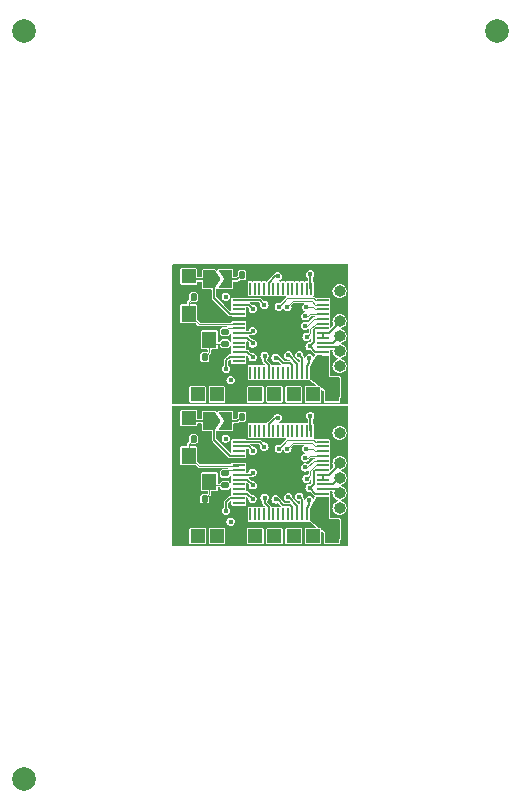
<source format=gtl>
G04 #@! TF.GenerationSoftware,KiCad,Pcbnew,7.0.2-6a45011f42~172~ubuntu22.04.1*
G04 #@! TF.CreationDate,2023-05-27T08:42:39+08:00*
G04 #@! TF.ProjectId,panel_2_1,70616e65-6c5f-4325-9f31-2e6b69636164,rev?*
G04 #@! TF.SameCoordinates,Original*
G04 #@! TF.FileFunction,Copper,L1,Top*
G04 #@! TF.FilePolarity,Positive*
%FSLAX46Y46*%
G04 Gerber Fmt 4.6, Leading zero omitted, Abs format (unit mm)*
G04 Created by KiCad (PCBNEW 7.0.2-6a45011f42~172~ubuntu22.04.1) date 2023-05-27 08:42:39*
%MOMM*%
%LPD*%
G01*
G04 APERTURE LIST*
G04 Aperture macros list*
%AMRoundRect*
0 Rectangle with rounded corners*
0 $1 Rounding radius*
0 $2 $3 $4 $5 $6 $7 $8 $9 X,Y pos of 4 corners*
0 Add a 4 corners polygon primitive as box body*
4,1,4,$2,$3,$4,$5,$6,$7,$8,$9,$2,$3,0*
0 Add four circle primitives for the rounded corners*
1,1,$1+$1,$2,$3*
1,1,$1+$1,$4,$5*
1,1,$1+$1,$6,$7*
1,1,$1+$1,$8,$9*
0 Add four rect primitives between the rounded corners*
20,1,$1+$1,$2,$3,$4,$5,0*
20,1,$1+$1,$4,$5,$6,$7,0*
20,1,$1+$1,$6,$7,$8,$9,0*
20,1,$1+$1,$8,$9,$2,$3,0*%
%AMFreePoly0*
4,1,6,1.000000,0.000000,0.500000,-0.750000,-0.500000,-0.750000,-0.500000,0.750000,0.500000,0.750000,1.000000,0.000000,1.000000,0.000000,$1*%
%AMFreePoly1*
4,1,6,0.500000,-0.750000,-0.650000,-0.750000,-0.150000,0.000000,-0.650000,0.750000,0.500000,0.750000,0.500000,-0.750000,0.500000,-0.750000,$1*%
G04 Aperture macros list end*
G04 #@! TA.AperFunction,ComponentPad*
%ADD10R,1.200000X1.200000*%
G04 #@! TD*
G04 #@! TA.AperFunction,SMDPad,CuDef*
%ADD11C,2.000000*%
G04 #@! TD*
G04 #@! TA.AperFunction,SMDPad,CuDef*
%ADD12RoundRect,0.135000X-0.135000X-0.185000X0.135000X-0.185000X0.135000X0.185000X-0.135000X0.185000X0*%
G04 #@! TD*
G04 #@! TA.AperFunction,SMDPad,CuDef*
%ADD13RoundRect,0.140000X-0.140000X-0.170000X0.140000X-0.170000X0.140000X0.170000X-0.140000X0.170000X0*%
G04 #@! TD*
G04 #@! TA.AperFunction,ComponentPad*
%ADD14O,1.000000X1.000000*%
G04 #@! TD*
G04 #@! TA.AperFunction,SMDPad,CuDef*
%ADD15R,1.200000X1.400000*%
G04 #@! TD*
G04 #@! TA.AperFunction,SMDPad,CuDef*
%ADD16RoundRect,0.135000X0.185000X-0.135000X0.185000X0.135000X-0.185000X0.135000X-0.185000X-0.135000X0*%
G04 #@! TD*
G04 #@! TA.AperFunction,SMDPad,CuDef*
%ADD17R,0.200000X1.100000*%
G04 #@! TD*
G04 #@! TA.AperFunction,SMDPad,CuDef*
%ADD18R,1.100000X0.200000*%
G04 #@! TD*
G04 #@! TA.AperFunction,SMDPad,CuDef*
%ADD19R,3.100000X3.100000*%
G04 #@! TD*
G04 #@! TA.AperFunction,SMDPad,CuDef*
%ADD20FreePoly0,0.000000*%
G04 #@! TD*
G04 #@! TA.AperFunction,SMDPad,CuDef*
%ADD21FreePoly1,0.000000*%
G04 #@! TD*
G04 #@! TA.AperFunction,ViaPad*
%ADD22C,0.450000*%
G04 #@! TD*
G04 #@! TA.AperFunction,Conductor*
%ADD23C,0.200000*%
G04 #@! TD*
G04 #@! TA.AperFunction,Conductor*
%ADD24C,0.100000*%
G04 #@! TD*
G04 APERTURE END LIST*
D10*
G04 #@! TO.P,J6,1,Pin_1*
G04 #@! TO.N,Board_0-NS_SDA*
X31310000Y-34100000D03*
G04 #@! TD*
D11*
G04 #@! TO.P,REF\u002A\u002A,*
G04 #@! TO.N,*
X55000000Y-3350000D03*
G04 #@! TD*
D10*
G04 #@! TO.P,J7,1,Pin_1*
G04 #@! TO.N,Board_0-NS_SCL*
X29677500Y-34100000D03*
G04 #@! TD*
G04 #@! TO.P,J3,1,Pin_1*
G04 #@! TO.N,Board_0-NS_CLK*
X36187500Y-34100000D03*
G04 #@! TD*
D12*
G04 #@! TO.P,R12,1*
G04 #@! TO.N,Board_0-Net-(JP1-B)*
X33440000Y-23970000D03*
G04 #@! TO.P,R12,2*
G04 #@! TO.N,Board_0-GND*
X34460000Y-23970000D03*
G04 #@! TD*
D13*
G04 #@! TO.P,C3,1*
G04 #@! TO.N,Board_1-XIN*
X29350000Y-37850000D03*
G04 #@! TO.P,C3,2*
G04 #@! TO.N,Board_1-GND*
X30310000Y-37850000D03*
G04 #@! TD*
D10*
G04 #@! TO.P,J5,1,Pin_1*
G04 #@! TO.N,Board_0-NS_D0*
X39442500Y-34100000D03*
G04 #@! TD*
G04 #@! TO.P,J7,1,Pin_1*
G04 #@! TO.N,Board_1-NS_SCL*
X29677500Y-46100000D03*
G04 #@! TD*
D14*
G04 #@! TO.P,J8,1,Pin_1*
G04 #@! TO.N,Board_0-RST*
X41700000Y-31700000D03*
G04 #@! TO.P,J8,2,Pin_2*
G04 #@! TO.N,Board_0-D-*
X41700000Y-30430000D03*
G04 #@! TO.P,J8,3,Pin_3*
G04 #@! TO.N,Board_0-D+*
X41700000Y-29160000D03*
G04 #@! TO.P,J8,4,Pin_4*
G04 #@! TO.N,Board_0-+3V3*
X41700000Y-27890000D03*
G04 #@! TO.P,J8,5,Pin_5*
G04 #@! TO.N,Board_0-GND*
X41700000Y-26620000D03*
G04 #@! TO.P,J8,6,Pin_6*
G04 #@! TO.N,Board_0-BOOT*
X41700000Y-25350000D03*
G04 #@! TD*
D11*
G04 #@! TO.P,REF\u002A\u002A,*
G04 #@! TO.N,*
X15000000Y-66650000D03*
G04 #@! TD*
D15*
G04 #@! TO.P,X1,1,OSC1*
G04 #@! TO.N,Board_1-Net-(X1-OSC1)*
X30672000Y-41483000D03*
G04 #@! TO.P,X1,2,2*
G04 #@! TO.N,Board_1-GND*
X30672000Y-39283000D03*
G04 #@! TO.P,X1,3,OSC2*
G04 #@! TO.N,Board_1-XIN*
X28922000Y-39283000D03*
G04 #@! TO.P,X1,4,4*
G04 #@! TO.N,Board_1-GND*
X28922000Y-41483000D03*
G04 #@! TD*
D12*
G04 #@! TO.P,R12,1*
G04 #@! TO.N,Board_1-Net-(JP1-B)*
X33440000Y-35970000D03*
G04 #@! TO.P,R12,2*
G04 #@! TO.N,Board_1-GND*
X34460000Y-35970000D03*
G04 #@! TD*
D15*
G04 #@! TO.P,X1,1,OSC1*
G04 #@! TO.N,Board_0-Net-(X1-OSC1)*
X30672000Y-29483000D03*
G04 #@! TO.P,X1,2,2*
G04 #@! TO.N,Board_0-GND*
X30672000Y-27283000D03*
G04 #@! TO.P,X1,3,OSC2*
G04 #@! TO.N,Board_0-XIN*
X28922000Y-27283000D03*
G04 #@! TO.P,X1,4,4*
G04 #@! TO.N,Board_0-GND*
X28922000Y-29483000D03*
G04 #@! TD*
D16*
G04 #@! TO.P,R1,1*
G04 #@! TO.N,Board_0-Net-(X1-OSC1)*
X32000000Y-29800000D03*
G04 #@! TO.P,R1,2*
G04 #@! TO.N,Board_0-XOUT*
X32000000Y-28780000D03*
G04 #@! TD*
D10*
G04 #@! TO.P,J1,1,Pin_1*
G04 #@! TO.N,Board_1-NS_CPU*
X28930000Y-36110000D03*
G04 #@! TD*
G04 #@! TO.P,J2,1,Pin_1*
G04 #@! TO.N,Board_0-NS_RST*
X34560000Y-34100000D03*
G04 #@! TD*
G04 #@! TO.P,J6,1,Pin_1*
G04 #@! TO.N,Board_1-NS_SDA*
X31310000Y-46100000D03*
G04 #@! TD*
G04 #@! TO.P,J1,1,Pin_1*
G04 #@! TO.N,Board_0-NS_CPU*
X28930000Y-24110000D03*
G04 #@! TD*
D17*
G04 #@! TO.P,U1,1,IOVDD*
G04 #@! TO.N,Board_1-+3V3*
X39305000Y-37155000D03*
G04 #@! TO.P,U1,2,GPIO0*
G04 #@! TO.N,Board_1-unconnected-(U1-GPIO0-Pad2)*
X38905000Y-37155000D03*
G04 #@! TO.P,U1,3,GPIO1*
G04 #@! TO.N,Board_1-unconnected-(U1-GPIO1-Pad3)*
X38505000Y-37155000D03*
G04 #@! TO.P,U1,4,GPIO2*
G04 #@! TO.N,Board_1-unconnected-(U1-GPIO2-Pad4)*
X38105000Y-37155000D03*
G04 #@! TO.P,U1,5,GPIO3*
G04 #@! TO.N,Board_1-unconnected-(U1-GPIO3-Pad5)*
X37705000Y-37155000D03*
G04 #@! TO.P,U1,6,GPIO4*
G04 #@! TO.N,Board_1-unconnected-(U1-GPIO4-Pad6)*
X37305000Y-37155000D03*
G04 #@! TO.P,U1,7,GPIO5*
G04 #@! TO.N,Board_1-unconnected-(U1-GPIO5-Pad7)*
X36905000Y-37155000D03*
G04 #@! TO.P,U1,8,GPIO6*
G04 #@! TO.N,Board_1-unconnected-(U1-GPIO6-Pad8)*
X36505000Y-37155000D03*
G04 #@! TO.P,U1,9,GPIO7*
G04 #@! TO.N,Board_1-unconnected-(U1-GPIO7-Pad9)*
X36105000Y-37155000D03*
G04 #@! TO.P,U1,10,IOVDD*
G04 #@! TO.N,Board_1-+3V3*
X35705000Y-37155000D03*
G04 #@! TO.P,U1,11,GPIO8*
G04 #@! TO.N,Board_1-unconnected-(U1-GPIO8-Pad11)*
X35305000Y-37155000D03*
G04 #@! TO.P,U1,12,GPIO9*
G04 #@! TO.N,Board_1-unconnected-(U1-GPIO9-Pad12)*
X34905000Y-37155000D03*
G04 #@! TO.P,U1,13,GPIO10*
G04 #@! TO.N,Board_1-unconnected-(U1-GPIO10-Pad13)*
X34505000Y-37155000D03*
G04 #@! TO.P,U1,14,GPIO11*
G04 #@! TO.N,Board_1-unconnected-(U1-GPIO11-Pad14)*
X34105000Y-37155000D03*
D18*
G04 #@! TO.P,U1,15,GPIO12*
G04 #@! TO.N,Board_1-NS_SDA*
X33155000Y-38105000D03*
G04 #@! TO.P,U1,16,GPIO13*
G04 #@! TO.N,Board_1-NS_SCL*
X33155000Y-38505000D03*
G04 #@! TO.P,U1,17,GPIO14*
G04 #@! TO.N,Board_1-unconnected-(U1-GPIO14-Pad17)*
X33155000Y-38905000D03*
G04 #@! TO.P,U1,18,GPIO15*
G04 #@! TO.N,Board_1-NS_CPU*
X33155000Y-39305000D03*
G04 #@! TO.P,U1,19,TESTEN*
G04 #@! TO.N,Board_1-GND*
X33155000Y-39705000D03*
G04 #@! TO.P,U1,20,XIN*
G04 #@! TO.N,Board_1-XIN*
X33155000Y-40105000D03*
G04 #@! TO.P,U1,21,XOUT*
G04 #@! TO.N,Board_1-XOUT*
X33155000Y-40505000D03*
G04 #@! TO.P,U1,22,IOVDD*
G04 #@! TO.N,Board_1-+3V3*
X33155000Y-40905000D03*
G04 #@! TO.P,U1,23,DVDD*
G04 #@! TO.N,Board_1-+1V1*
X33155000Y-41305000D03*
G04 #@! TO.P,U1,24,SWCLK*
G04 #@! TO.N,Board_1-DBG_CLK*
X33155000Y-41705000D03*
G04 #@! TO.P,U1,25,SWD*
G04 #@! TO.N,Board_1-DBG_DAT*
X33155000Y-42105000D03*
G04 #@! TO.P,U1,26,RUN*
G04 #@! TO.N,Board_1-RST*
X33155000Y-42505000D03*
G04 #@! TO.P,U1,27,GPIO16*
G04 #@! TO.N,Board_1-LED_DATA*
X33155000Y-42905000D03*
G04 #@! TO.P,U1,28,GPIO17*
G04 #@! TO.N,Board_1-unconnected-(U1-GPIO17-Pad28)*
X33155000Y-43305000D03*
D17*
G04 #@! TO.P,U1,29,GPIO18*
G04 #@! TO.N,Board_1-unconnected-(U1-GPIO18-Pad29)*
X34105000Y-44255000D03*
G04 #@! TO.P,U1,30,GPIO19*
G04 #@! TO.N,Board_1-unconnected-(U1-GPIO19-Pad30)*
X34505000Y-44255000D03*
G04 #@! TO.P,U1,31,GPIO20*
G04 #@! TO.N,Board_1-unconnected-(U1-GPIO20-Pad31)*
X34905000Y-44255000D03*
G04 #@! TO.P,U1,32,GPIO21*
G04 #@! TO.N,Board_1-unconnected-(U1-GPIO21-Pad32)*
X35305000Y-44255000D03*
G04 #@! TO.P,U1,33,IOVDD*
G04 #@! TO.N,Board_1-+3V3*
X35705000Y-44255000D03*
G04 #@! TO.P,U1,34,GPIO22*
G04 #@! TO.N,Board_1-unconnected-(U1-GPIO22-Pad34)*
X36105000Y-44255000D03*
G04 #@! TO.P,U1,35,GPIO23*
G04 #@! TO.N,Board_1-unconnected-(U1-GPIO23-Pad35)*
X36505000Y-44255000D03*
G04 #@! TO.P,U1,36,GPIO24*
G04 #@! TO.N,Board_1-unconnected-(U1-GPIO24-Pad36)*
X36905000Y-44255000D03*
G04 #@! TO.P,U1,37,GPIO25*
G04 #@! TO.N,Board_1-unconnected-(U1-GPIO25-Pad37)*
X37305000Y-44255000D03*
G04 #@! TO.P,U1,38,GPIO26_ADC0*
G04 #@! TO.N,Board_1-Net-(U1-GPIO26_ADC0)*
X37705000Y-44255000D03*
G04 #@! TO.P,U1,39,GPIO27_ADC1*
G04 #@! TO.N,Board_1-Net-(U1-GPIO27_ADC1)*
X38105000Y-44255000D03*
G04 #@! TO.P,U1,40,GPIO28_ADC2*
G04 #@! TO.N,Board_1-Net-(U1-GPIO28_ADC2)*
X38505000Y-44255000D03*
G04 #@! TO.P,U1,41,GPIO29_ADC3*
G04 #@! TO.N,Board_1-Net-(U1-GPIO29_ADC3)*
X38905000Y-44255000D03*
G04 #@! TO.P,U1,42,IOVDD*
G04 #@! TO.N,Board_1-+3V3*
X39305000Y-44255000D03*
D18*
G04 #@! TO.P,U1,43,ADC_AVDD*
X40255000Y-43305000D03*
G04 #@! TO.P,U1,44,VREG_IN*
X40255000Y-42905000D03*
G04 #@! TO.P,U1,45,VREG_VOUT*
G04 #@! TO.N,Board_1-+1V1*
X40255000Y-42505000D03*
G04 #@! TO.P,U1,46,USB_DM*
G04 #@! TO.N,Board_1-D-*
X40255000Y-42105000D03*
G04 #@! TO.P,U1,47,USB_DP*
G04 #@! TO.N,Board_1-D+*
X40255000Y-41705000D03*
G04 #@! TO.P,U1,48,USB_VDD*
G04 #@! TO.N,Board_1-+3V3*
X40255000Y-41305000D03*
G04 #@! TO.P,U1,49,IOVDD*
X40255000Y-40905000D03*
G04 #@! TO.P,U1,50,DVDD*
G04 #@! TO.N,Board_1-+1V1*
X40255000Y-40505000D03*
G04 #@! TO.P,U1,51,QSPI_SD3*
G04 #@! TO.N,Board_1-QSPI_SD3*
X40255000Y-40105000D03*
G04 #@! TO.P,U1,52,QSPI_SCLK*
G04 #@! TO.N,Board_1-QSPI_SCK*
X40255000Y-39705000D03*
G04 #@! TO.P,U1,53,QSPI_SD0*
G04 #@! TO.N,Board_1-QSPI_SD0*
X40255000Y-39305000D03*
G04 #@! TO.P,U1,54,QSPI_SD2*
G04 #@! TO.N,Board_1-QSPI_SD2*
X40255000Y-38905000D03*
G04 #@! TO.P,U1,55,QSPI_SD1*
G04 #@! TO.N,Board_1-QSPI_SD1*
X40255000Y-38505000D03*
G04 #@! TO.P,U1,56,QSPI_SS*
G04 #@! TO.N,Board_1-QSPI_CS*
X40255000Y-38105000D03*
D19*
G04 #@! TO.P,U1,57,GND*
G04 #@! TO.N,Board_1-GND*
X36705000Y-40705000D03*
G04 #@! TD*
D20*
G04 #@! TO.P,JP1,1,A*
G04 #@! TO.N,Board_0-NS_CPU*
X30655000Y-24360000D03*
D21*
G04 #@! TO.P,JP1,2,B*
G04 #@! TO.N,Board_0-Net-(JP1-B)*
X32105000Y-24360000D03*
G04 #@! TD*
D16*
G04 #@! TO.P,R1,1*
G04 #@! TO.N,Board_1-Net-(X1-OSC1)*
X32000000Y-41800000D03*
G04 #@! TO.P,R1,2*
G04 #@! TO.N,Board_1-XOUT*
X32000000Y-40780000D03*
G04 #@! TD*
D13*
G04 #@! TO.P,C1,1*
G04 #@! TO.N,Board_1-GND*
X29330000Y-42920000D03*
G04 #@! TO.P,C1,2*
G04 #@! TO.N,Board_1-Net-(X1-OSC1)*
X30290000Y-42920000D03*
G04 #@! TD*
D10*
G04 #@! TO.P,J3,1,Pin_1*
G04 #@! TO.N,Board_1-NS_CLK*
X36187500Y-46100000D03*
G04 #@! TD*
G04 #@! TO.P,J10,1,Pin_1*
G04 #@! TO.N,Board_0-+3V3*
X41070000Y-34100000D03*
G04 #@! TD*
G04 #@! TO.P,J5,1,Pin_1*
G04 #@! TO.N,Board_1-NS_D0*
X39442500Y-46100000D03*
G04 #@! TD*
G04 #@! TO.P,J4,1,Pin_1*
G04 #@! TO.N,Board_1-NS_CMD*
X37815000Y-46100000D03*
G04 #@! TD*
D13*
G04 #@! TO.P,C3,1*
G04 #@! TO.N,Board_0-XIN*
X29350000Y-25850000D03*
G04 #@! TO.P,C3,2*
G04 #@! TO.N,Board_0-GND*
X30310000Y-25850000D03*
G04 #@! TD*
D20*
G04 #@! TO.P,JP1,1,A*
G04 #@! TO.N,Board_1-NS_CPU*
X30655000Y-36360000D03*
D21*
G04 #@! TO.P,JP1,2,B*
G04 #@! TO.N,Board_1-Net-(JP1-B)*
X32105000Y-36360000D03*
G04 #@! TD*
D10*
G04 #@! TO.P,J4,1,Pin_1*
G04 #@! TO.N,Board_0-NS_CMD*
X37815000Y-34100000D03*
G04 #@! TD*
D11*
G04 #@! TO.P,REF\u002A\u002A,*
G04 #@! TO.N,*
X15000000Y-3350000D03*
G04 #@! TD*
D10*
G04 #@! TO.P,J9,1,Pin_1*
G04 #@! TO.N,Board_0-GND*
X32932500Y-34100000D03*
G04 #@! TD*
G04 #@! TO.P,J2,1,Pin_1*
G04 #@! TO.N,Board_1-NS_RST*
X34560000Y-46100000D03*
G04 #@! TD*
G04 #@! TO.P,J9,1,Pin_1*
G04 #@! TO.N,Board_1-GND*
X32932500Y-46100000D03*
G04 #@! TD*
G04 #@! TO.P,J10,1,Pin_1*
G04 #@! TO.N,Board_1-+3V3*
X41070000Y-46100000D03*
G04 #@! TD*
D13*
G04 #@! TO.P,C1,1*
G04 #@! TO.N,Board_0-GND*
X29330000Y-30920000D03*
G04 #@! TO.P,C1,2*
G04 #@! TO.N,Board_0-Net-(X1-OSC1)*
X30290000Y-30920000D03*
G04 #@! TD*
D17*
G04 #@! TO.P,U1,1,IOVDD*
G04 #@! TO.N,Board_0-+3V3*
X39305000Y-25155000D03*
G04 #@! TO.P,U1,2,GPIO0*
G04 #@! TO.N,Board_0-unconnected-(U1-GPIO0-Pad2)*
X38905000Y-25155000D03*
G04 #@! TO.P,U1,3,GPIO1*
G04 #@! TO.N,Board_0-unconnected-(U1-GPIO1-Pad3)*
X38505000Y-25155000D03*
G04 #@! TO.P,U1,4,GPIO2*
G04 #@! TO.N,Board_0-unconnected-(U1-GPIO2-Pad4)*
X38105000Y-25155000D03*
G04 #@! TO.P,U1,5,GPIO3*
G04 #@! TO.N,Board_0-unconnected-(U1-GPIO3-Pad5)*
X37705000Y-25155000D03*
G04 #@! TO.P,U1,6,GPIO4*
G04 #@! TO.N,Board_0-unconnected-(U1-GPIO4-Pad6)*
X37305000Y-25155000D03*
G04 #@! TO.P,U1,7,GPIO5*
G04 #@! TO.N,Board_0-unconnected-(U1-GPIO5-Pad7)*
X36905000Y-25155000D03*
G04 #@! TO.P,U1,8,GPIO6*
G04 #@! TO.N,Board_0-unconnected-(U1-GPIO6-Pad8)*
X36505000Y-25155000D03*
G04 #@! TO.P,U1,9,GPIO7*
G04 #@! TO.N,Board_0-unconnected-(U1-GPIO7-Pad9)*
X36105000Y-25155000D03*
G04 #@! TO.P,U1,10,IOVDD*
G04 #@! TO.N,Board_0-+3V3*
X35705000Y-25155000D03*
G04 #@! TO.P,U1,11,GPIO8*
G04 #@! TO.N,Board_0-unconnected-(U1-GPIO8-Pad11)*
X35305000Y-25155000D03*
G04 #@! TO.P,U1,12,GPIO9*
G04 #@! TO.N,Board_0-unconnected-(U1-GPIO9-Pad12)*
X34905000Y-25155000D03*
G04 #@! TO.P,U1,13,GPIO10*
G04 #@! TO.N,Board_0-unconnected-(U1-GPIO10-Pad13)*
X34505000Y-25155000D03*
G04 #@! TO.P,U1,14,GPIO11*
G04 #@! TO.N,Board_0-unconnected-(U1-GPIO11-Pad14)*
X34105000Y-25155000D03*
D18*
G04 #@! TO.P,U1,15,GPIO12*
G04 #@! TO.N,Board_0-NS_SDA*
X33155000Y-26105000D03*
G04 #@! TO.P,U1,16,GPIO13*
G04 #@! TO.N,Board_0-NS_SCL*
X33155000Y-26505000D03*
G04 #@! TO.P,U1,17,GPIO14*
G04 #@! TO.N,Board_0-unconnected-(U1-GPIO14-Pad17)*
X33155000Y-26905000D03*
G04 #@! TO.P,U1,18,GPIO15*
G04 #@! TO.N,Board_0-NS_CPU*
X33155000Y-27305000D03*
G04 #@! TO.P,U1,19,TESTEN*
G04 #@! TO.N,Board_0-GND*
X33155000Y-27705000D03*
G04 #@! TO.P,U1,20,XIN*
G04 #@! TO.N,Board_0-XIN*
X33155000Y-28105000D03*
G04 #@! TO.P,U1,21,XOUT*
G04 #@! TO.N,Board_0-XOUT*
X33155000Y-28505000D03*
G04 #@! TO.P,U1,22,IOVDD*
G04 #@! TO.N,Board_0-+3V3*
X33155000Y-28905000D03*
G04 #@! TO.P,U1,23,DVDD*
G04 #@! TO.N,Board_0-+1V1*
X33155000Y-29305000D03*
G04 #@! TO.P,U1,24,SWCLK*
G04 #@! TO.N,Board_0-DBG_CLK*
X33155000Y-29705000D03*
G04 #@! TO.P,U1,25,SWD*
G04 #@! TO.N,Board_0-DBG_DAT*
X33155000Y-30105000D03*
G04 #@! TO.P,U1,26,RUN*
G04 #@! TO.N,Board_0-RST*
X33155000Y-30505000D03*
G04 #@! TO.P,U1,27,GPIO16*
G04 #@! TO.N,Board_0-LED_DATA*
X33155000Y-30905000D03*
G04 #@! TO.P,U1,28,GPIO17*
G04 #@! TO.N,Board_0-unconnected-(U1-GPIO17-Pad28)*
X33155000Y-31305000D03*
D17*
G04 #@! TO.P,U1,29,GPIO18*
G04 #@! TO.N,Board_0-unconnected-(U1-GPIO18-Pad29)*
X34105000Y-32255000D03*
G04 #@! TO.P,U1,30,GPIO19*
G04 #@! TO.N,Board_0-unconnected-(U1-GPIO19-Pad30)*
X34505000Y-32255000D03*
G04 #@! TO.P,U1,31,GPIO20*
G04 #@! TO.N,Board_0-unconnected-(U1-GPIO20-Pad31)*
X34905000Y-32255000D03*
G04 #@! TO.P,U1,32,GPIO21*
G04 #@! TO.N,Board_0-unconnected-(U1-GPIO21-Pad32)*
X35305000Y-32255000D03*
G04 #@! TO.P,U1,33,IOVDD*
G04 #@! TO.N,Board_0-+3V3*
X35705000Y-32255000D03*
G04 #@! TO.P,U1,34,GPIO22*
G04 #@! TO.N,Board_0-unconnected-(U1-GPIO22-Pad34)*
X36105000Y-32255000D03*
G04 #@! TO.P,U1,35,GPIO23*
G04 #@! TO.N,Board_0-unconnected-(U1-GPIO23-Pad35)*
X36505000Y-32255000D03*
G04 #@! TO.P,U1,36,GPIO24*
G04 #@! TO.N,Board_0-unconnected-(U1-GPIO24-Pad36)*
X36905000Y-32255000D03*
G04 #@! TO.P,U1,37,GPIO25*
G04 #@! TO.N,Board_0-unconnected-(U1-GPIO25-Pad37)*
X37305000Y-32255000D03*
G04 #@! TO.P,U1,38,GPIO26_ADC0*
G04 #@! TO.N,Board_0-Net-(U1-GPIO26_ADC0)*
X37705000Y-32255000D03*
G04 #@! TO.P,U1,39,GPIO27_ADC1*
G04 #@! TO.N,Board_0-Net-(U1-GPIO27_ADC1)*
X38105000Y-32255000D03*
G04 #@! TO.P,U1,40,GPIO28_ADC2*
G04 #@! TO.N,Board_0-Net-(U1-GPIO28_ADC2)*
X38505000Y-32255000D03*
G04 #@! TO.P,U1,41,GPIO29_ADC3*
G04 #@! TO.N,Board_0-Net-(U1-GPIO29_ADC3)*
X38905000Y-32255000D03*
G04 #@! TO.P,U1,42,IOVDD*
G04 #@! TO.N,Board_0-+3V3*
X39305000Y-32255000D03*
D18*
G04 #@! TO.P,U1,43,ADC_AVDD*
X40255000Y-31305000D03*
G04 #@! TO.P,U1,44,VREG_IN*
X40255000Y-30905000D03*
G04 #@! TO.P,U1,45,VREG_VOUT*
G04 #@! TO.N,Board_0-+1V1*
X40255000Y-30505000D03*
G04 #@! TO.P,U1,46,USB_DM*
G04 #@! TO.N,Board_0-D-*
X40255000Y-30105000D03*
G04 #@! TO.P,U1,47,USB_DP*
G04 #@! TO.N,Board_0-D+*
X40255000Y-29705000D03*
G04 #@! TO.P,U1,48,USB_VDD*
G04 #@! TO.N,Board_0-+3V3*
X40255000Y-29305000D03*
G04 #@! TO.P,U1,49,IOVDD*
X40255000Y-28905000D03*
G04 #@! TO.P,U1,50,DVDD*
G04 #@! TO.N,Board_0-+1V1*
X40255000Y-28505000D03*
G04 #@! TO.P,U1,51,QSPI_SD3*
G04 #@! TO.N,Board_0-QSPI_SD3*
X40255000Y-28105000D03*
G04 #@! TO.P,U1,52,QSPI_SCLK*
G04 #@! TO.N,Board_0-QSPI_SCK*
X40255000Y-27705000D03*
G04 #@! TO.P,U1,53,QSPI_SD0*
G04 #@! TO.N,Board_0-QSPI_SD0*
X40255000Y-27305000D03*
G04 #@! TO.P,U1,54,QSPI_SD2*
G04 #@! TO.N,Board_0-QSPI_SD2*
X40255000Y-26905000D03*
G04 #@! TO.P,U1,55,QSPI_SD1*
G04 #@! TO.N,Board_0-QSPI_SD1*
X40255000Y-26505000D03*
G04 #@! TO.P,U1,56,QSPI_SS*
G04 #@! TO.N,Board_0-QSPI_CS*
X40255000Y-26105000D03*
D19*
G04 #@! TO.P,U1,57,GND*
G04 #@! TO.N,Board_0-GND*
X36705000Y-28705000D03*
G04 #@! TD*
D14*
G04 #@! TO.P,J8,1,Pin_1*
G04 #@! TO.N,Board_1-RST*
X41700000Y-43700000D03*
G04 #@! TO.P,J8,2,Pin_2*
G04 #@! TO.N,Board_1-D-*
X41700000Y-42430000D03*
G04 #@! TO.P,J8,3,Pin_3*
G04 #@! TO.N,Board_1-D+*
X41700000Y-41160000D03*
G04 #@! TO.P,J8,4,Pin_4*
G04 #@! TO.N,Board_1-+3V3*
X41700000Y-39890000D03*
G04 #@! TO.P,J8,5,Pin_5*
G04 #@! TO.N,Board_1-GND*
X41700000Y-38620000D03*
G04 #@! TO.P,J8,6,Pin_6*
G04 #@! TO.N,Board_1-BOOT*
X41700000Y-37350000D03*
G04 #@! TD*
D22*
G04 #@! TO.N,Board_0-+1V1*
X34350000Y-29785000D03*
X39160000Y-30010000D03*
G04 #@! TO.N,Board_0-+3V3*
X39220000Y-23920000D03*
X32480000Y-32880000D03*
X32060000Y-25830000D03*
X36455000Y-24090000D03*
X34340000Y-28730000D03*
X40255000Y-32090000D03*
X35355000Y-30830000D03*
G04 #@! TO.N,Board_0-GND*
X31940000Y-27640000D03*
X28420000Y-31060000D03*
X28420000Y-25740000D03*
G04 #@! TO.N,Board_0-LED_DATA*
X32090000Y-31930000D03*
G04 #@! TO.N,Board_0-NS_SCL*
X34350000Y-26850000D03*
G04 #@! TO.N,Board_0-NS_SDA*
X35340000Y-26515000D03*
G04 #@! TO.N,Board_0-Net-(U1-GPIO26_ADC0)*
X36280000Y-30990000D03*
G04 #@! TO.N,Board_0-Net-(U1-GPIO27_ADC1)*
X37360000Y-30800000D03*
G04 #@! TO.N,Board_0-Net-(U1-GPIO28_ADC2)*
X38280000Y-30760000D03*
G04 #@! TO.N,Board_0-Net-(U1-GPIO29_ADC3)*
X39130000Y-31050000D03*
G04 #@! TO.N,Board_0-QSPI_CS*
X36550000Y-26685000D03*
G04 #@! TO.N,Board_0-QSPI_SCK*
X38790000Y-28270000D03*
G04 #@! TO.N,Board_0-QSPI_SD0*
X38790000Y-27470000D03*
G04 #@! TO.N,Board_0-QSPI_SD1*
X37275000Y-26695000D03*
G04 #@! TO.N,Board_0-QSPI_SD2*
X38880000Y-26710000D03*
G04 #@! TO.N,Board_0-QSPI_SD3*
X38905000Y-29225000D03*
G04 #@! TO.N,Board_0-RST*
X34330000Y-30950000D03*
G04 #@! TO.N,Board_1-+1V1*
X39160000Y-42010000D03*
X34350000Y-41785000D03*
G04 #@! TO.N,Board_1-+3V3*
X39220000Y-35920000D03*
X40255000Y-44090000D03*
X35355000Y-42830000D03*
X32480000Y-44880000D03*
X34340000Y-40730000D03*
X36455000Y-36090000D03*
X32060000Y-37830000D03*
G04 #@! TO.N,Board_1-GND*
X31940000Y-39640000D03*
X28420000Y-43060000D03*
X28420000Y-37740000D03*
G04 #@! TO.N,Board_1-LED_DATA*
X32090000Y-43930000D03*
G04 #@! TO.N,Board_1-NS_SCL*
X34350000Y-38850000D03*
G04 #@! TO.N,Board_1-NS_SDA*
X35340000Y-38515000D03*
G04 #@! TO.N,Board_1-Net-(U1-GPIO26_ADC0)*
X36280000Y-42990000D03*
G04 #@! TO.N,Board_1-Net-(U1-GPIO27_ADC1)*
X37360000Y-42800000D03*
G04 #@! TO.N,Board_1-Net-(U1-GPIO28_ADC2)*
X38280000Y-42760000D03*
G04 #@! TO.N,Board_1-Net-(U1-GPIO29_ADC3)*
X39130000Y-43050000D03*
G04 #@! TO.N,Board_1-QSPI_CS*
X36550000Y-38685000D03*
G04 #@! TO.N,Board_1-QSPI_SCK*
X38790000Y-40270000D03*
G04 #@! TO.N,Board_1-QSPI_SD0*
X38790000Y-39470000D03*
G04 #@! TO.N,Board_1-QSPI_SD1*
X37275000Y-38695000D03*
G04 #@! TO.N,Board_1-QSPI_SD2*
X38880000Y-38710000D03*
G04 #@! TO.N,Board_1-QSPI_SD3*
X38905000Y-41225000D03*
G04 #@! TO.N,Board_1-RST*
X34330000Y-42950000D03*
G04 #@! TD*
D23*
G04 #@! TO.N,Board_0-+1V1*
X33870000Y-29305000D02*
X34350000Y-29785000D01*
X39627200Y-28505000D02*
X40255000Y-28505000D01*
X39160000Y-30010000D02*
X39655000Y-30505000D01*
X39510000Y-29660000D02*
X39510000Y-28622200D01*
X33155000Y-29305000D02*
X33870000Y-29305000D01*
X39510000Y-28622200D02*
X39627200Y-28505000D01*
X39160000Y-30010000D02*
X39510000Y-29660000D01*
X39655000Y-30505000D02*
X40255000Y-30505000D01*
G04 #@! TO.N,Board_0-+3V3*
X39220000Y-25070000D02*
X39305000Y-25155000D01*
X35355000Y-30830000D02*
X35355000Y-31277200D01*
X33155000Y-28905000D02*
X34165000Y-28905000D01*
X39220000Y-23920000D02*
X39220000Y-25070000D01*
X41700000Y-28000000D02*
X41700000Y-27890000D01*
X35705000Y-24625000D02*
X35705000Y-25155000D01*
X35705000Y-31627200D02*
X35705000Y-32255000D01*
X40255000Y-28905000D02*
X40795000Y-28905000D01*
X40795000Y-28905000D02*
X41700000Y-28000000D01*
X34165000Y-28905000D02*
X34340000Y-28730000D01*
X36240000Y-24090000D02*
X35705000Y-24625000D01*
X40255000Y-28905000D02*
X40255000Y-29305000D01*
D24*
X40255000Y-32090000D02*
X40255000Y-31305000D01*
D23*
X36455000Y-24090000D02*
X36240000Y-24090000D01*
X35355000Y-31277200D02*
X35705000Y-31627200D01*
G04 #@! TO.N,Board_0-D+*
X41155000Y-29705000D02*
X41700000Y-29160000D01*
X40255000Y-29705000D02*
X41155000Y-29705000D01*
G04 #@! TO.N,Board_0-D-*
X40255000Y-30105000D02*
X41375000Y-30105000D01*
X41375000Y-30105000D02*
X41700000Y-30430000D01*
D24*
G04 #@! TO.N,Board_0-GND*
X28922000Y-30512000D02*
X28922000Y-29483000D01*
X30672000Y-26212000D02*
X30672000Y-27283000D01*
X30310000Y-25850000D02*
X30672000Y-26212000D01*
X29330000Y-30920000D02*
X28922000Y-30512000D01*
D23*
G04 #@! TO.N,Board_0-LED_DATA*
X33155000Y-30905000D02*
X32405000Y-30905000D01*
X32405000Y-30905000D02*
X32090000Y-31220000D01*
X32090000Y-31220000D02*
X32090000Y-31930000D01*
G04 #@! TO.N,Board_0-NS_CPU*
X32445000Y-27305000D02*
X31080000Y-25940000D01*
X29180000Y-24360000D02*
X28930000Y-24110000D01*
X33155000Y-27305000D02*
X32445000Y-27305000D01*
X30655000Y-24360000D02*
X29180000Y-24360000D01*
X31080000Y-25940000D02*
X31080000Y-24785000D01*
X31080000Y-24785000D02*
X30655000Y-24360000D01*
G04 #@! TO.N,Board_0-NS_SCL*
X34005000Y-26505000D02*
X33155000Y-26505000D01*
X34350000Y-26850000D02*
X34005000Y-26505000D01*
G04 #@! TO.N,Board_0-NS_SDA*
X34930000Y-26105000D02*
X33155000Y-26105000D01*
X35340000Y-26515000D02*
X34930000Y-26105000D01*
G04 #@! TO.N,Board_0-Net-(JP1-B)*
X33050000Y-24360000D02*
X33440000Y-23970000D01*
X32105000Y-24360000D02*
X33050000Y-24360000D01*
G04 #@! TO.N,Board_0-Net-(U1-GPIO26_ADC0)*
X37517800Y-31440000D02*
X37705000Y-31627200D01*
X36280000Y-30990000D02*
X36460000Y-30990000D01*
X36460000Y-30990000D02*
X36910000Y-31440000D01*
X36910000Y-31440000D02*
X37517800Y-31440000D01*
X37705000Y-31627200D02*
X37705000Y-32255000D01*
G04 #@! TO.N,Board_0-Net-(U1-GPIO27_ADC1)*
X38105000Y-31505000D02*
X38105000Y-32255000D01*
X37400000Y-30800000D02*
X38105000Y-31505000D01*
X37360000Y-30800000D02*
X37400000Y-30800000D01*
G04 #@! TO.N,Board_0-Net-(U1-GPIO28_ADC2)*
X38505000Y-30985000D02*
X38505000Y-32255000D01*
X38280000Y-30760000D02*
X38505000Y-30985000D01*
G04 #@! TO.N,Board_0-Net-(U1-GPIO29_ADC3)*
X39130000Y-31050000D02*
X39130000Y-31470000D01*
X38905000Y-31695000D02*
X38905000Y-32255000D01*
X39130000Y-31470000D02*
X38905000Y-31695000D01*
D24*
G04 #@! TO.N,Board_0-Net-(X1-OSC1)*
X30989000Y-29800000D02*
X30672000Y-29483000D01*
X30672000Y-29483000D02*
X30672000Y-30538000D01*
X32000000Y-29800000D02*
X30989000Y-29800000D01*
X30672000Y-30538000D02*
X30290000Y-30920000D01*
G04 #@! TO.N,Board_0-QSPI_CS*
X39510000Y-25970000D02*
X39645000Y-26105000D01*
X39645000Y-26105000D02*
X40255000Y-26105000D01*
X36550000Y-26685000D02*
X37265000Y-25970000D01*
X37265000Y-25970000D02*
X39510000Y-25970000D01*
G04 #@! TO.N,Board_0-QSPI_SCK*
X38934707Y-28270000D02*
X39499707Y-27705000D01*
X39499707Y-27705000D02*
X40255000Y-27705000D01*
X38790000Y-28270000D02*
X38934707Y-28270000D01*
G04 #@! TO.N,Board_0-QSPI_SD0*
X39228126Y-27305000D02*
X40255000Y-27305000D01*
X39063126Y-27470000D02*
X39228126Y-27305000D01*
X38790000Y-27470000D02*
X39063126Y-27470000D01*
G04 #@! TO.N,Board_0-QSPI_SD1*
X37770000Y-26200000D02*
X39335000Y-26200000D01*
X39640000Y-26505000D02*
X40255000Y-26505000D01*
X39335000Y-26200000D02*
X39640000Y-26505000D01*
X37275000Y-26695000D02*
X37770000Y-26200000D01*
G04 #@! TO.N,Board_0-QSPI_SD2*
X38880000Y-26710000D02*
X39430000Y-26710000D01*
X39430000Y-26710000D02*
X39625000Y-26905000D01*
X39625000Y-26905000D02*
X40255000Y-26905000D01*
G04 #@! TO.N,Board_0-QSPI_SD3*
X39210000Y-28560000D02*
X39665000Y-28105000D01*
X39665000Y-28105000D02*
X40255000Y-28105000D01*
X38905000Y-29225000D02*
X39210000Y-28920000D01*
X39210000Y-28920000D02*
X39210000Y-28560000D01*
D23*
G04 #@! TO.N,Board_0-RST*
X33885000Y-30505000D02*
X34330000Y-30950000D01*
X33155000Y-30505000D02*
X33885000Y-30505000D01*
D24*
G04 #@! TO.N,Board_0-XIN*
X28922000Y-26278000D02*
X28922000Y-27283000D01*
X33100000Y-28160000D02*
X29799000Y-28160000D01*
X29350000Y-25850000D02*
X28922000Y-26278000D01*
X33155000Y-28105000D02*
X33100000Y-28160000D01*
X29799000Y-28160000D02*
X28922000Y-27283000D01*
G04 #@! TO.N,Board_0-XOUT*
X33155000Y-28505000D02*
X32275000Y-28505000D01*
X32275000Y-28505000D02*
X32000000Y-28780000D01*
D23*
G04 #@! TO.N,Board_1-+1V1*
X39655000Y-42505000D02*
X40255000Y-42505000D01*
X39160000Y-42010000D02*
X39510000Y-41660000D01*
X33870000Y-41305000D02*
X34350000Y-41785000D01*
X39510000Y-40622200D02*
X39627200Y-40505000D01*
X39510000Y-41660000D02*
X39510000Y-40622200D01*
X39160000Y-42010000D02*
X39655000Y-42505000D01*
X39627200Y-40505000D02*
X40255000Y-40505000D01*
X33155000Y-41305000D02*
X33870000Y-41305000D01*
G04 #@! TO.N,Board_1-+3V3*
X36455000Y-36090000D02*
X36240000Y-36090000D01*
X35355000Y-42830000D02*
X35355000Y-43277200D01*
X40795000Y-40905000D02*
X41700000Y-40000000D01*
X40255000Y-40905000D02*
X40795000Y-40905000D01*
X35705000Y-43627200D02*
X35705000Y-44255000D01*
X34165000Y-40905000D02*
X34340000Y-40730000D01*
D24*
X40255000Y-44090000D02*
X40255000Y-43305000D01*
D23*
X35355000Y-43277200D02*
X35705000Y-43627200D01*
X36240000Y-36090000D02*
X35705000Y-36625000D01*
X40255000Y-40905000D02*
X40255000Y-41305000D01*
X39220000Y-35920000D02*
X39220000Y-37070000D01*
X35705000Y-36625000D02*
X35705000Y-37155000D01*
X39220000Y-37070000D02*
X39305000Y-37155000D01*
X41700000Y-40000000D02*
X41700000Y-39890000D01*
X33155000Y-40905000D02*
X34165000Y-40905000D01*
G04 #@! TO.N,Board_1-D+*
X41155000Y-41705000D02*
X41700000Y-41160000D01*
X40255000Y-41705000D02*
X41155000Y-41705000D01*
G04 #@! TO.N,Board_1-D-*
X40255000Y-42105000D02*
X41375000Y-42105000D01*
X41375000Y-42105000D02*
X41700000Y-42430000D01*
D24*
G04 #@! TO.N,Board_1-GND*
X30310000Y-37850000D02*
X30672000Y-38212000D01*
X28922000Y-42512000D02*
X28922000Y-41483000D01*
X29330000Y-42920000D02*
X28922000Y-42512000D01*
X30672000Y-38212000D02*
X30672000Y-39283000D01*
D23*
G04 #@! TO.N,Board_1-LED_DATA*
X32090000Y-43220000D02*
X32090000Y-43930000D01*
X32405000Y-42905000D02*
X32090000Y-43220000D01*
X33155000Y-42905000D02*
X32405000Y-42905000D01*
G04 #@! TO.N,Board_1-NS_CPU*
X32445000Y-39305000D02*
X31080000Y-37940000D01*
X33155000Y-39305000D02*
X32445000Y-39305000D01*
X29180000Y-36360000D02*
X28930000Y-36110000D01*
X31080000Y-37940000D02*
X31080000Y-36785000D01*
X30655000Y-36360000D02*
X29180000Y-36360000D01*
X31080000Y-36785000D02*
X30655000Y-36360000D01*
G04 #@! TO.N,Board_1-NS_SCL*
X34005000Y-38505000D02*
X33155000Y-38505000D01*
X34350000Y-38850000D02*
X34005000Y-38505000D01*
G04 #@! TO.N,Board_1-NS_SDA*
X35340000Y-38515000D02*
X34930000Y-38105000D01*
X34930000Y-38105000D02*
X33155000Y-38105000D01*
G04 #@! TO.N,Board_1-Net-(JP1-B)*
X32105000Y-36360000D02*
X33050000Y-36360000D01*
X33050000Y-36360000D02*
X33440000Y-35970000D01*
G04 #@! TO.N,Board_1-Net-(U1-GPIO26_ADC0)*
X36460000Y-42990000D02*
X36910000Y-43440000D01*
X37517800Y-43440000D02*
X37705000Y-43627200D01*
X36280000Y-42990000D02*
X36460000Y-42990000D01*
X37705000Y-43627200D02*
X37705000Y-44255000D01*
X36910000Y-43440000D02*
X37517800Y-43440000D01*
G04 #@! TO.N,Board_1-Net-(U1-GPIO27_ADC1)*
X38105000Y-43505000D02*
X38105000Y-44255000D01*
X37360000Y-42800000D02*
X37400000Y-42800000D01*
X37400000Y-42800000D02*
X38105000Y-43505000D01*
G04 #@! TO.N,Board_1-Net-(U1-GPIO28_ADC2)*
X38505000Y-42985000D02*
X38505000Y-44255000D01*
X38280000Y-42760000D02*
X38505000Y-42985000D01*
G04 #@! TO.N,Board_1-Net-(U1-GPIO29_ADC3)*
X38905000Y-43695000D02*
X38905000Y-44255000D01*
X39130000Y-43050000D02*
X39130000Y-43470000D01*
X39130000Y-43470000D02*
X38905000Y-43695000D01*
D24*
G04 #@! TO.N,Board_1-Net-(X1-OSC1)*
X30672000Y-41483000D02*
X30672000Y-42538000D01*
X32000000Y-41800000D02*
X30989000Y-41800000D01*
X30672000Y-42538000D02*
X30290000Y-42920000D01*
X30989000Y-41800000D02*
X30672000Y-41483000D01*
G04 #@! TO.N,Board_1-QSPI_CS*
X39645000Y-38105000D02*
X40255000Y-38105000D01*
X36550000Y-38685000D02*
X37265000Y-37970000D01*
X39510000Y-37970000D02*
X39645000Y-38105000D01*
X37265000Y-37970000D02*
X39510000Y-37970000D01*
G04 #@! TO.N,Board_1-QSPI_SCK*
X38790000Y-40270000D02*
X38934707Y-40270000D01*
X39499707Y-39705000D02*
X40255000Y-39705000D01*
X38934707Y-40270000D02*
X39499707Y-39705000D01*
G04 #@! TO.N,Board_1-QSPI_SD0*
X38790000Y-39470000D02*
X39063126Y-39470000D01*
X39228126Y-39305000D02*
X40255000Y-39305000D01*
X39063126Y-39470000D02*
X39228126Y-39305000D01*
G04 #@! TO.N,Board_1-QSPI_SD1*
X37275000Y-38695000D02*
X37770000Y-38200000D01*
X37770000Y-38200000D02*
X39335000Y-38200000D01*
X39335000Y-38200000D02*
X39640000Y-38505000D01*
X39640000Y-38505000D02*
X40255000Y-38505000D01*
G04 #@! TO.N,Board_1-QSPI_SD2*
X39430000Y-38710000D02*
X39625000Y-38905000D01*
X38880000Y-38710000D02*
X39430000Y-38710000D01*
X39625000Y-38905000D02*
X40255000Y-38905000D01*
G04 #@! TO.N,Board_1-QSPI_SD3*
X39210000Y-40560000D02*
X39665000Y-40105000D01*
X39210000Y-40920000D02*
X39210000Y-40560000D01*
X38905000Y-41225000D02*
X39210000Y-40920000D01*
X39665000Y-40105000D02*
X40255000Y-40105000D01*
D23*
G04 #@! TO.N,Board_1-RST*
X33885000Y-42505000D02*
X34330000Y-42950000D01*
X33155000Y-42505000D02*
X33885000Y-42505000D01*
D24*
G04 #@! TO.N,Board_1-XIN*
X33155000Y-40105000D02*
X33100000Y-40160000D01*
X28922000Y-38278000D02*
X28922000Y-39283000D01*
X33100000Y-40160000D02*
X29799000Y-40160000D01*
X29350000Y-37850000D02*
X28922000Y-38278000D01*
X29799000Y-40160000D02*
X28922000Y-39283000D01*
G04 #@! TO.N,Board_1-XOUT*
X32275000Y-40505000D02*
X32000000Y-40780000D01*
X33155000Y-40505000D02*
X32275000Y-40505000D01*
G04 #@! TD*
G04 #@! TA.AperFunction,Conductor*
G04 #@! TO.N,Board_1-GND*
G36*
X42435648Y-35064352D02*
G01*
X42450000Y-35099000D01*
X42450000Y-46901000D01*
X42435648Y-46935648D01*
X42401000Y-46950000D01*
X27599000Y-46950000D01*
X27564352Y-46935648D01*
X27550000Y-46901000D01*
X27550000Y-46709897D01*
X28977000Y-46709897D01*
X28982830Y-46739213D01*
X29005042Y-46772456D01*
X29005043Y-46772457D01*
X29038287Y-46794669D01*
X29067601Y-46800500D01*
X30287398Y-46800499D01*
X30316713Y-46794669D01*
X30349957Y-46772457D01*
X30372169Y-46739213D01*
X30378000Y-46709899D01*
X30378000Y-46709897D01*
X30609500Y-46709897D01*
X30615330Y-46739213D01*
X30637542Y-46772456D01*
X30637543Y-46772457D01*
X30670787Y-46794669D01*
X30700101Y-46800500D01*
X31919898Y-46800499D01*
X31949213Y-46794669D01*
X31982457Y-46772457D01*
X32004669Y-46739213D01*
X32010500Y-46709899D01*
X32010500Y-46709897D01*
X33859500Y-46709897D01*
X33865330Y-46739213D01*
X33887542Y-46772456D01*
X33887543Y-46772457D01*
X33920787Y-46794669D01*
X33950101Y-46800500D01*
X35169898Y-46800499D01*
X35199213Y-46794669D01*
X35232457Y-46772457D01*
X35254669Y-46739213D01*
X35260500Y-46709899D01*
X35260500Y-46709897D01*
X35487000Y-46709897D01*
X35492830Y-46739213D01*
X35515042Y-46772456D01*
X35515043Y-46772457D01*
X35548287Y-46794669D01*
X35577601Y-46800500D01*
X36797398Y-46800499D01*
X36826713Y-46794669D01*
X36859957Y-46772457D01*
X36882169Y-46739213D01*
X36888000Y-46709899D01*
X36888000Y-46709897D01*
X37114500Y-46709897D01*
X37120330Y-46739213D01*
X37142542Y-46772456D01*
X37142543Y-46772457D01*
X37175787Y-46794669D01*
X37205101Y-46800500D01*
X38424898Y-46800499D01*
X38454213Y-46794669D01*
X38487457Y-46772457D01*
X38509669Y-46739213D01*
X38515500Y-46709899D01*
X38515499Y-45490102D01*
X38509669Y-45460787D01*
X38509669Y-45460786D01*
X38487457Y-45427543D01*
X38487456Y-45427542D01*
X38454213Y-45405331D01*
X38454212Y-45405330D01*
X38454211Y-45405330D01*
X38424900Y-45399500D01*
X37205102Y-45399500D01*
X37175786Y-45405330D01*
X37142543Y-45427542D01*
X37120330Y-45460788D01*
X37114500Y-45490099D01*
X37114500Y-46709897D01*
X36888000Y-46709897D01*
X36887999Y-45490102D01*
X36882169Y-45460787D01*
X36882169Y-45460786D01*
X36859957Y-45427543D01*
X36859956Y-45427542D01*
X36826713Y-45405331D01*
X36826712Y-45405330D01*
X36826711Y-45405330D01*
X36797400Y-45399500D01*
X35577602Y-45399500D01*
X35548286Y-45405330D01*
X35515043Y-45427542D01*
X35492830Y-45460788D01*
X35487000Y-45490099D01*
X35487000Y-46709897D01*
X35260500Y-46709897D01*
X35260499Y-45490102D01*
X35254669Y-45460787D01*
X35254669Y-45460786D01*
X35232457Y-45427543D01*
X35232456Y-45427542D01*
X35199213Y-45405331D01*
X35199212Y-45405330D01*
X35199211Y-45405330D01*
X35169900Y-45399500D01*
X33950102Y-45399500D01*
X33920786Y-45405330D01*
X33887543Y-45427542D01*
X33865330Y-45460788D01*
X33859500Y-45490099D01*
X33859500Y-46709897D01*
X32010500Y-46709897D01*
X32010499Y-45490102D01*
X32004669Y-45460787D01*
X32004669Y-45460786D01*
X31982457Y-45427543D01*
X31982456Y-45427542D01*
X31949213Y-45405331D01*
X31949212Y-45405330D01*
X31949211Y-45405330D01*
X31919900Y-45399500D01*
X30700102Y-45399500D01*
X30670786Y-45405330D01*
X30637543Y-45427542D01*
X30615330Y-45460788D01*
X30609500Y-45490099D01*
X30609500Y-46709897D01*
X30378000Y-46709897D01*
X30377999Y-45490102D01*
X30372169Y-45460787D01*
X30372169Y-45460786D01*
X30349957Y-45427543D01*
X30349956Y-45427542D01*
X30316713Y-45405331D01*
X30316712Y-45405330D01*
X30316711Y-45405330D01*
X30287400Y-45399500D01*
X29067602Y-45399500D01*
X29038286Y-45405330D01*
X29005043Y-45427542D01*
X28982830Y-45460788D01*
X28977000Y-45490099D01*
X28977000Y-46709897D01*
X27550000Y-46709897D01*
X27550000Y-44880000D01*
X32125131Y-44880000D01*
X32142499Y-44989662D01*
X32192904Y-45088586D01*
X32192905Y-45088587D01*
X32271413Y-45167095D01*
X32303554Y-45183472D01*
X32370337Y-45217500D01*
X32396718Y-45221678D01*
X32480000Y-45234869D01*
X32574667Y-45219874D01*
X32589662Y-45217500D01*
X32623053Y-45200486D01*
X32688587Y-45167095D01*
X32767095Y-45088587D01*
X32800486Y-45023053D01*
X32817500Y-44989662D01*
X32827678Y-44925400D01*
X32834869Y-44880000D01*
X32824557Y-44814897D01*
X33904500Y-44814897D01*
X33910330Y-44844213D01*
X33932399Y-44877242D01*
X33932543Y-44877457D01*
X33965787Y-44899669D01*
X33995101Y-44905500D01*
X34214898Y-44905499D01*
X34244213Y-44899669D01*
X34277457Y-44877457D01*
X34277458Y-44877454D01*
X34277777Y-44877242D01*
X34314559Y-44869925D01*
X34332223Y-44877242D01*
X34332541Y-44877454D01*
X34332543Y-44877457D01*
X34365787Y-44899669D01*
X34395101Y-44905500D01*
X34614898Y-44905499D01*
X34644213Y-44899669D01*
X34677457Y-44877457D01*
X34677458Y-44877454D01*
X34677777Y-44877242D01*
X34714559Y-44869925D01*
X34732223Y-44877242D01*
X34732541Y-44877454D01*
X34732543Y-44877457D01*
X34765787Y-44899669D01*
X34795101Y-44905500D01*
X35014898Y-44905499D01*
X35044213Y-44899669D01*
X35077457Y-44877457D01*
X35077458Y-44877454D01*
X35077777Y-44877242D01*
X35114559Y-44869925D01*
X35132223Y-44877242D01*
X35132541Y-44877454D01*
X35132543Y-44877457D01*
X35165787Y-44899669D01*
X35195101Y-44905500D01*
X35414898Y-44905499D01*
X35444213Y-44899669D01*
X35477457Y-44877457D01*
X35477458Y-44877454D01*
X35477777Y-44877242D01*
X35514559Y-44869925D01*
X35532223Y-44877242D01*
X35532541Y-44877454D01*
X35532543Y-44877457D01*
X35565787Y-44899669D01*
X35595101Y-44905500D01*
X35814898Y-44905499D01*
X35844213Y-44899669D01*
X35877457Y-44877457D01*
X35877458Y-44877454D01*
X35877777Y-44877242D01*
X35914559Y-44869925D01*
X35932223Y-44877242D01*
X35932541Y-44877454D01*
X35932543Y-44877457D01*
X35965787Y-44899669D01*
X35995101Y-44905500D01*
X36214898Y-44905499D01*
X36244213Y-44899669D01*
X36277457Y-44877457D01*
X36277458Y-44877454D01*
X36277777Y-44877242D01*
X36314559Y-44869925D01*
X36332223Y-44877242D01*
X36332541Y-44877454D01*
X36332543Y-44877457D01*
X36365787Y-44899669D01*
X36395101Y-44905500D01*
X36614898Y-44905499D01*
X36644213Y-44899669D01*
X36677457Y-44877457D01*
X36677458Y-44877454D01*
X36677777Y-44877242D01*
X36714559Y-44869925D01*
X36732223Y-44877242D01*
X36732541Y-44877454D01*
X36732543Y-44877457D01*
X36765787Y-44899669D01*
X36795101Y-44905500D01*
X37014898Y-44905499D01*
X37044213Y-44899669D01*
X37077457Y-44877457D01*
X37077458Y-44877454D01*
X37077777Y-44877242D01*
X37114559Y-44869925D01*
X37132223Y-44877242D01*
X37132541Y-44877454D01*
X37132543Y-44877457D01*
X37165787Y-44899669D01*
X37195101Y-44905500D01*
X37414898Y-44905499D01*
X37444213Y-44899669D01*
X37477457Y-44877457D01*
X37477458Y-44877454D01*
X37477777Y-44877242D01*
X37514559Y-44869925D01*
X37532223Y-44877242D01*
X37532541Y-44877454D01*
X37532543Y-44877457D01*
X37565787Y-44899669D01*
X37595101Y-44905500D01*
X37814898Y-44905499D01*
X37844213Y-44899669D01*
X37877457Y-44877457D01*
X37877458Y-44877454D01*
X37877777Y-44877242D01*
X37914559Y-44869925D01*
X37932223Y-44877242D01*
X37932541Y-44877454D01*
X37932543Y-44877457D01*
X37965787Y-44899669D01*
X37995101Y-44905500D01*
X38214898Y-44905499D01*
X38244213Y-44899669D01*
X38277457Y-44877457D01*
X38277458Y-44877454D01*
X38277777Y-44877242D01*
X38314559Y-44869925D01*
X38332223Y-44877242D01*
X38332541Y-44877454D01*
X38332543Y-44877457D01*
X38365787Y-44899669D01*
X38395101Y-44905500D01*
X38614898Y-44905499D01*
X38644213Y-44899669D01*
X38677457Y-44877457D01*
X38677458Y-44877454D01*
X38677777Y-44877242D01*
X38714559Y-44869925D01*
X38732223Y-44877242D01*
X38732541Y-44877454D01*
X38732543Y-44877457D01*
X38765787Y-44899669D01*
X38795101Y-44905500D01*
X39014898Y-44905499D01*
X39044213Y-44899669D01*
X39077457Y-44877457D01*
X39077457Y-44877456D01*
X39077777Y-44877243D01*
X39114560Y-44869927D01*
X39132222Y-44877242D01*
X39132542Y-44877456D01*
X39132543Y-44877457D01*
X39155074Y-44892511D01*
X39164312Y-44901446D01*
X39164556Y-44901212D01*
X39166979Y-44903735D01*
X39166982Y-44903739D01*
X39187781Y-44925396D01*
X39187785Y-44925400D01*
X39682878Y-45311875D01*
X39701359Y-45344508D01*
X39691352Y-45380651D01*
X39658719Y-45399132D01*
X39652727Y-45399500D01*
X38832602Y-45399500D01*
X38803286Y-45405330D01*
X38770043Y-45427542D01*
X38747830Y-45460788D01*
X38742000Y-45490099D01*
X38742000Y-46709897D01*
X38747830Y-46739213D01*
X38770042Y-46772456D01*
X38770043Y-46772457D01*
X38803287Y-46794669D01*
X38832601Y-46800500D01*
X40052398Y-46800499D01*
X40081713Y-46794669D01*
X40114957Y-46772457D01*
X40137169Y-46739213D01*
X40143000Y-46709899D01*
X40142999Y-45771461D01*
X40157351Y-45736814D01*
X40191999Y-45722462D01*
X40222149Y-45732836D01*
X40271630Y-45771462D01*
X40350651Y-45833146D01*
X40369132Y-45865779D01*
X40369500Y-45871771D01*
X40369500Y-46709897D01*
X40375330Y-46739213D01*
X40397542Y-46772456D01*
X40397543Y-46772457D01*
X40430787Y-46794669D01*
X40460101Y-46800500D01*
X41679898Y-46800499D01*
X41709213Y-46794669D01*
X41742457Y-46772457D01*
X41764669Y-46739213D01*
X41770500Y-46709899D01*
X41770499Y-46391250D01*
X41782001Y-46363481D01*
X41780758Y-46362692D01*
X41784531Y-46356743D01*
X41784533Y-46356742D01*
X41816374Y-46306545D01*
X41835662Y-46239390D01*
X41839760Y-46209642D01*
X41831219Y-44766309D01*
X41828865Y-44744763D01*
X41818215Y-44695214D01*
X41795548Y-44649166D01*
X41750369Y-44595868D01*
X41745867Y-44592905D01*
X41700713Y-44563188D01*
X41633892Y-44542776D01*
X41604222Y-44538179D01*
X40958967Y-44531166D01*
X40924477Y-44516439D01*
X40910500Y-44482169D01*
X40910500Y-42929735D01*
X40910500Y-42929734D01*
X40910500Y-42928440D01*
X40908139Y-42906247D01*
X40906594Y-42899069D01*
X40905499Y-42888767D01*
X40905499Y-42795102D01*
X40899669Y-42765786D01*
X40880194Y-42736640D01*
X40877457Y-42732543D01*
X40877456Y-42732542D01*
X40877242Y-42732222D01*
X40869926Y-42695440D01*
X40877242Y-42677776D01*
X40877453Y-42677459D01*
X40877457Y-42677457D01*
X40899669Y-42644213D01*
X40905500Y-42614899D01*
X40905499Y-42395102D01*
X40900631Y-42370625D01*
X40897768Y-42356226D01*
X40899950Y-42355792D01*
X40895585Y-42333838D01*
X40916422Y-42302656D01*
X40943643Y-42294400D01*
X41056296Y-42294400D01*
X41090944Y-42308752D01*
X41105296Y-42343400D01*
X41104877Y-42349796D01*
X41095306Y-42422499D01*
X41094318Y-42430000D01*
X41114956Y-42586762D01*
X41175464Y-42732841D01*
X41175465Y-42732842D01*
X41271717Y-42858282D01*
X41338678Y-42909662D01*
X41397159Y-42954536D01*
X41501897Y-42997920D01*
X41543237Y-43015044D01*
X41553681Y-43016419D01*
X41586159Y-43035171D01*
X41595866Y-43071396D01*
X41577114Y-43103874D01*
X41553681Y-43113581D01*
X41543237Y-43114955D01*
X41397157Y-43175465D01*
X41271717Y-43271717D01*
X41175465Y-43397157D01*
X41175464Y-43397158D01*
X41175464Y-43397159D01*
X41165709Y-43420709D01*
X41114956Y-43543237D01*
X41107310Y-43601315D01*
X41094318Y-43700000D01*
X41114956Y-43856762D01*
X41175464Y-44002841D01*
X41175465Y-44002842D01*
X41271717Y-44128282D01*
X41349801Y-44188197D01*
X41397159Y-44224536D01*
X41543238Y-44285044D01*
X41700000Y-44305682D01*
X41856762Y-44285044D01*
X42002841Y-44224536D01*
X42128282Y-44128282D01*
X42224536Y-44002841D01*
X42285044Y-43856762D01*
X42305682Y-43700000D01*
X42285044Y-43543238D01*
X42224536Y-43397159D01*
X42180113Y-43339266D01*
X42128282Y-43271717D01*
X42015911Y-43185493D01*
X42002841Y-43175464D01*
X41856762Y-43114956D01*
X41846318Y-43113581D01*
X41813840Y-43094829D01*
X41804133Y-43058604D01*
X41822885Y-43026126D01*
X41846318Y-43016419D01*
X41846608Y-43016380D01*
X41856762Y-43015044D01*
X42002841Y-42954536D01*
X42128282Y-42858282D01*
X42224536Y-42732841D01*
X42285044Y-42586762D01*
X42305682Y-42430000D01*
X42285044Y-42273238D01*
X42224536Y-42127159D01*
X42145260Y-42023844D01*
X42128282Y-42001717D01*
X42026519Y-41923633D01*
X42002841Y-41905464D01*
X41856762Y-41844956D01*
X41846318Y-41843581D01*
X41813840Y-41824829D01*
X41804133Y-41788604D01*
X41822885Y-41756126D01*
X41846318Y-41746419D01*
X41846608Y-41746380D01*
X41856762Y-41745044D01*
X42002841Y-41684536D01*
X42128282Y-41588282D01*
X42224536Y-41462841D01*
X42285044Y-41316762D01*
X42305682Y-41160000D01*
X42285044Y-41003238D01*
X42224536Y-40857159D01*
X42160037Y-40773102D01*
X42128282Y-40731717D01*
X42026519Y-40653633D01*
X42002841Y-40635464D01*
X41856762Y-40574956D01*
X41846318Y-40573581D01*
X41813840Y-40554829D01*
X41804133Y-40518604D01*
X41822885Y-40486126D01*
X41846318Y-40476419D01*
X41846608Y-40476380D01*
X41856762Y-40475044D01*
X42002841Y-40414536D01*
X42128282Y-40318282D01*
X42224536Y-40192841D01*
X42285044Y-40046762D01*
X42305682Y-39890000D01*
X42285044Y-39733238D01*
X42224536Y-39587159D01*
X42182382Y-39532223D01*
X42128282Y-39461717D01*
X42002842Y-39365465D01*
X42002841Y-39365464D01*
X41856762Y-39304956D01*
X41700000Y-39284318D01*
X41543237Y-39304956D01*
X41397157Y-39365465D01*
X41271717Y-39461717D01*
X41175465Y-39587157D01*
X41114956Y-39733237D01*
X41102893Y-39824869D01*
X41094318Y-39890000D01*
X41104394Y-39966532D01*
X41114956Y-40046762D01*
X41175464Y-40192842D01*
X41177023Y-40194874D01*
X41186729Y-40231099D01*
X41172796Y-40259350D01*
X40989147Y-40443000D01*
X40954499Y-40457352D01*
X40919851Y-40443000D01*
X40905499Y-40408352D01*
X40905499Y-40395102D01*
X40899669Y-40365786D01*
X40887095Y-40346969D01*
X40877457Y-40332543D01*
X40877456Y-40332542D01*
X40877242Y-40332222D01*
X40869926Y-40295440D01*
X40877242Y-40277776D01*
X40877453Y-40277459D01*
X40877457Y-40277457D01*
X40899669Y-40244213D01*
X40905500Y-40214899D01*
X40905499Y-39995102D01*
X40902726Y-39981159D01*
X40899669Y-39965786D01*
X40887095Y-39946969D01*
X40877457Y-39932543D01*
X40877456Y-39932542D01*
X40877242Y-39932222D01*
X40869926Y-39895440D01*
X40877242Y-39877776D01*
X40877453Y-39877459D01*
X40877457Y-39877457D01*
X40899669Y-39844213D01*
X40905500Y-39814899D01*
X40905499Y-39595102D01*
X40899669Y-39565787D01*
X40899669Y-39565786D01*
X40884994Y-39543823D01*
X40877457Y-39532543D01*
X40877456Y-39532542D01*
X40877242Y-39532222D01*
X40869926Y-39495440D01*
X40877242Y-39477776D01*
X40877453Y-39477459D01*
X40877457Y-39477457D01*
X40899669Y-39444213D01*
X40905500Y-39414899D01*
X40905499Y-39195102D01*
X40899669Y-39165787D01*
X40899669Y-39165786D01*
X40880498Y-39137095D01*
X40877457Y-39132543D01*
X40877456Y-39132542D01*
X40877242Y-39132222D01*
X40869926Y-39095440D01*
X40877242Y-39077776D01*
X40877453Y-39077459D01*
X40877457Y-39077457D01*
X40899669Y-39044213D01*
X40905500Y-39014899D01*
X40905499Y-38795102D01*
X40904857Y-38791873D01*
X40899669Y-38765786D01*
X40882666Y-38740339D01*
X40877457Y-38732543D01*
X40877456Y-38732542D01*
X40877242Y-38732222D01*
X40869926Y-38695440D01*
X40877242Y-38677776D01*
X40877453Y-38677459D01*
X40877457Y-38677457D01*
X40899669Y-38644213D01*
X40905500Y-38614899D01*
X40905499Y-38395102D01*
X40903266Y-38383873D01*
X40899669Y-38365786D01*
X40882527Y-38340131D01*
X40877457Y-38332543D01*
X40877456Y-38332542D01*
X40877242Y-38332222D01*
X40869926Y-38295440D01*
X40877242Y-38277776D01*
X40877453Y-38277459D01*
X40877457Y-38277457D01*
X40899669Y-38244213D01*
X40905500Y-38214899D01*
X40905499Y-37995102D01*
X40899669Y-37965787D01*
X40899669Y-37965786D01*
X40877457Y-37932543D01*
X40869923Y-37927509D01*
X40844213Y-37910331D01*
X40844212Y-37910330D01*
X40844211Y-37910330D01*
X40814900Y-37904500D01*
X39695099Y-37904500D01*
X39676193Y-37908260D01*
X39639412Y-37900941D01*
X39631990Y-37894849D01*
X39592164Y-37855023D01*
X39592163Y-37855023D01*
X39582159Y-37845019D01*
X39582158Y-37845018D01*
X39570032Y-37841768D01*
X39558219Y-37836875D01*
X39547350Y-37830600D01*
X39533617Y-37830600D01*
X39498969Y-37816247D01*
X39484619Y-37781598D01*
X39492876Y-37754379D01*
X39499669Y-37744213D01*
X39505500Y-37714899D01*
X39505500Y-37350000D01*
X41094318Y-37350000D01*
X41114956Y-37506762D01*
X41175464Y-37652841D01*
X41193633Y-37676519D01*
X41271717Y-37778282D01*
X41307189Y-37805500D01*
X41397159Y-37874536D01*
X41543238Y-37935044D01*
X41700000Y-37955682D01*
X41856762Y-37935044D01*
X42002841Y-37874536D01*
X42128282Y-37778282D01*
X42224536Y-37652841D01*
X42285044Y-37506762D01*
X42305682Y-37350000D01*
X42285044Y-37193238D01*
X42224536Y-37047159D01*
X42188197Y-36999801D01*
X42128282Y-36921717D01*
X42002842Y-36825465D01*
X42002841Y-36825464D01*
X41856762Y-36764956D01*
X41700000Y-36744318D01*
X41543237Y-36764956D01*
X41397157Y-36825465D01*
X41271717Y-36921717D01*
X41175465Y-37047157D01*
X41119422Y-37182457D01*
X41114956Y-37193238D01*
X41094318Y-37350000D01*
X39505500Y-37350000D01*
X39505499Y-36595102D01*
X39499669Y-36565787D01*
X39499669Y-36565786D01*
X39477457Y-36532543D01*
X39460106Y-36520950D01*
X39444213Y-36510331D01*
X39444211Y-36510330D01*
X39436109Y-36504917D01*
X39437112Y-36503415D01*
X39417657Y-36490415D01*
X39409400Y-36463193D01*
X39409400Y-36246578D01*
X39423752Y-36211930D01*
X39465082Y-36170600D01*
X39507095Y-36128587D01*
X39540486Y-36063053D01*
X39557500Y-36029662D01*
X39566738Y-35971333D01*
X39574869Y-35920000D01*
X39557500Y-35810339D01*
X39557500Y-35810337D01*
X39507094Y-35711412D01*
X39428587Y-35632905D01*
X39329662Y-35582499D01*
X39233189Y-35567220D01*
X39220000Y-35565131D01*
X39219999Y-35565131D01*
X39110337Y-35582499D01*
X39011412Y-35632905D01*
X38932905Y-35711412D01*
X38882499Y-35810337D01*
X38865131Y-35920000D01*
X38882499Y-36029662D01*
X38932905Y-36128587D01*
X39016248Y-36211930D01*
X39030600Y-36246578D01*
X39030600Y-36455500D01*
X39016248Y-36490148D01*
X38981600Y-36504500D01*
X38795102Y-36504500D01*
X38765784Y-36510331D01*
X38732221Y-36532757D01*
X38695439Y-36540073D01*
X38677777Y-36532757D01*
X38677455Y-36532542D01*
X38652015Y-36515544D01*
X38644212Y-36510330D01*
X38614900Y-36504500D01*
X38395102Y-36504500D01*
X38365784Y-36510331D01*
X38332221Y-36532757D01*
X38295439Y-36540073D01*
X38277777Y-36532757D01*
X38277455Y-36532542D01*
X38252015Y-36515544D01*
X38244212Y-36510330D01*
X38214900Y-36504500D01*
X37995102Y-36504500D01*
X37965784Y-36510331D01*
X37932221Y-36532757D01*
X37895439Y-36540073D01*
X37877777Y-36532757D01*
X37877455Y-36532542D01*
X37852015Y-36515544D01*
X37844212Y-36510330D01*
X37814900Y-36504500D01*
X37595102Y-36504500D01*
X37565784Y-36510331D01*
X37532221Y-36532757D01*
X37495439Y-36540073D01*
X37477777Y-36532757D01*
X37477455Y-36532542D01*
X37452015Y-36515544D01*
X37444212Y-36510330D01*
X37414900Y-36504500D01*
X37195102Y-36504500D01*
X37165784Y-36510331D01*
X37132221Y-36532757D01*
X37095439Y-36540073D01*
X37077777Y-36532757D01*
X37077455Y-36532542D01*
X37052015Y-36515544D01*
X37044212Y-36510330D01*
X37014900Y-36504500D01*
X36795102Y-36504500D01*
X36765784Y-36510331D01*
X36732221Y-36532757D01*
X36695439Y-36540073D01*
X36677777Y-36532757D01*
X36677455Y-36532542D01*
X36652015Y-36515544D01*
X36644212Y-36510330D01*
X36610165Y-36503558D01*
X36610560Y-36501567D01*
X36582992Y-36490148D01*
X36568640Y-36455500D01*
X36582992Y-36420852D01*
X36595394Y-36411841D01*
X36609112Y-36404851D01*
X36663587Y-36377095D01*
X36742095Y-36298587D01*
X36786249Y-36211930D01*
X36792500Y-36199662D01*
X36803757Y-36128587D01*
X36809869Y-36090000D01*
X36792500Y-35980339D01*
X36792500Y-35980337D01*
X36742094Y-35881412D01*
X36663587Y-35802905D01*
X36564662Y-35752499D01*
X36455000Y-35735131D01*
X36345337Y-35752499D01*
X36246412Y-35802905D01*
X36167905Y-35881411D01*
X36152268Y-35912100D01*
X36139162Y-35928161D01*
X36132375Y-35933574D01*
X36127896Y-35936753D01*
X36121163Y-35940984D01*
X36115535Y-35946611D01*
X36111445Y-35950265D01*
X36088112Y-35968873D01*
X36086928Y-35971333D01*
X36077431Y-35984715D01*
X35599715Y-36462431D01*
X35586333Y-36471928D01*
X35583873Y-36473112D01*
X35565265Y-36496445D01*
X35561611Y-36500535D01*
X35555982Y-36506165D01*
X35551749Y-36512901D01*
X35548576Y-36517373D01*
X35545724Y-36520950D01*
X35534638Y-36531142D01*
X35532226Y-36532754D01*
X35495444Y-36540074D01*
X35477777Y-36532757D01*
X35477455Y-36532542D01*
X35452015Y-36515544D01*
X35444212Y-36510330D01*
X35414900Y-36504500D01*
X35195102Y-36504500D01*
X35165784Y-36510331D01*
X35132221Y-36532757D01*
X35095439Y-36540073D01*
X35077777Y-36532757D01*
X35077455Y-36532542D01*
X35052015Y-36515544D01*
X35044212Y-36510330D01*
X35014900Y-36504500D01*
X34795102Y-36504500D01*
X34765784Y-36510331D01*
X34732221Y-36532757D01*
X34695439Y-36540073D01*
X34677777Y-36532757D01*
X34677455Y-36532542D01*
X34652015Y-36515544D01*
X34644212Y-36510330D01*
X34614900Y-36504500D01*
X34395102Y-36504500D01*
X34365784Y-36510331D01*
X34332221Y-36532757D01*
X34295439Y-36540073D01*
X34277777Y-36532757D01*
X34277455Y-36532542D01*
X34252015Y-36515544D01*
X34244212Y-36510330D01*
X34214900Y-36504500D01*
X33995102Y-36504500D01*
X33965786Y-36510330D01*
X33932543Y-36532542D01*
X33910330Y-36565788D01*
X33904500Y-36595099D01*
X33904500Y-37714897D01*
X33910330Y-37744213D01*
X33927510Y-37769925D01*
X33932543Y-37777457D01*
X33965787Y-37799669D01*
X33995101Y-37805500D01*
X34214898Y-37805499D01*
X34244213Y-37799669D01*
X34277457Y-37777457D01*
X34277458Y-37777454D01*
X34277777Y-37777242D01*
X34314559Y-37769925D01*
X34332223Y-37777242D01*
X34332541Y-37777454D01*
X34332543Y-37777457D01*
X34365787Y-37799669D01*
X34395101Y-37805500D01*
X34614898Y-37805499D01*
X34644213Y-37799669D01*
X34677457Y-37777457D01*
X34677458Y-37777454D01*
X34677777Y-37777242D01*
X34714559Y-37769925D01*
X34732223Y-37777242D01*
X34732541Y-37777454D01*
X34732543Y-37777457D01*
X34765787Y-37799669D01*
X34795101Y-37805500D01*
X35014898Y-37805499D01*
X35044213Y-37799669D01*
X35077457Y-37777457D01*
X35077458Y-37777454D01*
X35077777Y-37777242D01*
X35114559Y-37769925D01*
X35132223Y-37777242D01*
X35132541Y-37777454D01*
X35132543Y-37777457D01*
X35165787Y-37799669D01*
X35195101Y-37805500D01*
X35414898Y-37805499D01*
X35444213Y-37799669D01*
X35477457Y-37777457D01*
X35477458Y-37777454D01*
X35477777Y-37777242D01*
X35514559Y-37769925D01*
X35532223Y-37777242D01*
X35532541Y-37777454D01*
X35532543Y-37777457D01*
X35565787Y-37799669D01*
X35595101Y-37805500D01*
X35814898Y-37805499D01*
X35844213Y-37799669D01*
X35877457Y-37777457D01*
X35877458Y-37777454D01*
X35877777Y-37777242D01*
X35914559Y-37769925D01*
X35932223Y-37777242D01*
X35932541Y-37777454D01*
X35932543Y-37777457D01*
X35965787Y-37799669D01*
X35995101Y-37805500D01*
X36214898Y-37805499D01*
X36244213Y-37799669D01*
X36277457Y-37777457D01*
X36277458Y-37777454D01*
X36277777Y-37777242D01*
X36314559Y-37769925D01*
X36332223Y-37777242D01*
X36332541Y-37777454D01*
X36332543Y-37777457D01*
X36365787Y-37799669D01*
X36395101Y-37805500D01*
X36614898Y-37805499D01*
X36644213Y-37799669D01*
X36677457Y-37777457D01*
X36677458Y-37777454D01*
X36677777Y-37777242D01*
X36714559Y-37769925D01*
X36732223Y-37777242D01*
X36732541Y-37777454D01*
X36732543Y-37777457D01*
X36765787Y-37799669D01*
X36795101Y-37805500D01*
X37014898Y-37805499D01*
X37044213Y-37799669D01*
X37077457Y-37777457D01*
X37077458Y-37777454D01*
X37077777Y-37777242D01*
X37114559Y-37769925D01*
X37132223Y-37777242D01*
X37132541Y-37777454D01*
X37132543Y-37777457D01*
X37159545Y-37795498D01*
X37180380Y-37826681D01*
X37173064Y-37863463D01*
X37166970Y-37870888D01*
X36703815Y-38334042D01*
X36669167Y-38348394D01*
X36661502Y-38347791D01*
X36550000Y-38330131D01*
X36440337Y-38347499D01*
X36341412Y-38397905D01*
X36262905Y-38476412D01*
X36212499Y-38575337D01*
X36195131Y-38685000D01*
X36212499Y-38794662D01*
X36250820Y-38869869D01*
X36262905Y-38893587D01*
X36341413Y-38972095D01*
X36373554Y-38988472D01*
X36440337Y-39022500D01*
X36466718Y-39026678D01*
X36550000Y-39039869D01*
X36644667Y-39024874D01*
X36659662Y-39022500D01*
X36709523Y-38997094D01*
X36758587Y-38972095D01*
X36837095Y-38893587D01*
X36858030Y-38852500D01*
X36866293Y-38836283D01*
X36894810Y-38811926D01*
X36932197Y-38814869D01*
X36953611Y-38836282D01*
X36960600Y-38849998D01*
X36987905Y-38903587D01*
X37066413Y-38982095D01*
X37095850Y-38997094D01*
X37165337Y-39032500D01*
X37191718Y-39036678D01*
X37275000Y-39049869D01*
X37369667Y-39034874D01*
X37384662Y-39032500D01*
X37422932Y-39013000D01*
X37483587Y-38982095D01*
X37562095Y-38903587D01*
X37607299Y-38814869D01*
X37612500Y-38804662D01*
X37620013Y-38757225D01*
X37629869Y-38695000D01*
X37612500Y-38585339D01*
X37612208Y-38583495D01*
X37620963Y-38547029D01*
X37625950Y-38541189D01*
X37813388Y-38353752D01*
X37848037Y-38339400D01*
X38636622Y-38339400D01*
X38671270Y-38353752D01*
X38685622Y-38388400D01*
X38671270Y-38423048D01*
X38592905Y-38501412D01*
X38542499Y-38600337D01*
X38525131Y-38710000D01*
X38542499Y-38819662D01*
X38592905Y-38918587D01*
X38671413Y-38997095D01*
X38741888Y-39033004D01*
X38766245Y-39061521D01*
X38763302Y-39098908D01*
X38734785Y-39123265D01*
X38727309Y-39125060D01*
X38680337Y-39132500D01*
X38581412Y-39182905D01*
X38502905Y-39261412D01*
X38452499Y-39360337D01*
X38435131Y-39470000D01*
X38452499Y-39579662D01*
X38502905Y-39678586D01*
X38502905Y-39678587D01*
X38581413Y-39757095D01*
X38599012Y-39766062D01*
X38680337Y-39807500D01*
X38769379Y-39821603D01*
X38787895Y-39832950D01*
X38789484Y-39830358D01*
X38810620Y-39821603D01*
X38899661Y-39807500D01*
X38998587Y-39757095D01*
X39077095Y-39678587D01*
X39107324Y-39619256D01*
X39130448Y-39599506D01*
X39129698Y-39598207D01*
X39135280Y-39594982D01*
X39135284Y-39594982D01*
X39143095Y-39587171D01*
X39143098Y-39587169D01*
X39271515Y-39458752D01*
X39306163Y-39444400D01*
X39584264Y-39444400D01*
X39618912Y-39458752D01*
X39625006Y-39466177D01*
X39632757Y-39477777D01*
X39640074Y-39514559D01*
X39632757Y-39532223D01*
X39625006Y-39543823D01*
X39593823Y-39564659D01*
X39584264Y-39565600D01*
X39475329Y-39565600D01*
X39475321Y-39565601D01*
X39462354Y-39565601D01*
X39451483Y-39571876D01*
X39439674Y-39576768D01*
X39427549Y-39580017D01*
X39427546Y-39580019D01*
X39408493Y-39599070D01*
X39408489Y-39599076D01*
X39041033Y-39966532D01*
X39006385Y-39980884D01*
X38984139Y-39975543D01*
X38899662Y-39932500D01*
X38810620Y-39918397D01*
X38792103Y-39907049D01*
X38790515Y-39909642D01*
X38769379Y-39918397D01*
X38680337Y-39932499D01*
X38581412Y-39982905D01*
X38502905Y-40061412D01*
X38452499Y-40160337D01*
X38435131Y-40270000D01*
X38452499Y-40379662D01*
X38498057Y-40469072D01*
X38502905Y-40478587D01*
X38581413Y-40557095D01*
X38588047Y-40560475D01*
X38680337Y-40607500D01*
X38706718Y-40611678D01*
X38790000Y-40624869D01*
X38884667Y-40609874D01*
X38899662Y-40607500D01*
X38999354Y-40556704D01*
X39036742Y-40553761D01*
X39065259Y-40578117D01*
X39070600Y-40600363D01*
X39070600Y-40838987D01*
X39056248Y-40873635D01*
X39021600Y-40887987D01*
X39013935Y-40887384D01*
X38905000Y-40870131D01*
X38795337Y-40887499D01*
X38696412Y-40937905D01*
X38617905Y-41016412D01*
X38567499Y-41115337D01*
X38550131Y-41225000D01*
X38567499Y-41334662D01*
X38613210Y-41424373D01*
X38617905Y-41433587D01*
X38696413Y-41512095D01*
X38728554Y-41528472D01*
X38795337Y-41562500D01*
X38816104Y-41565789D01*
X38905000Y-41579869D01*
X38999667Y-41564874D01*
X39014662Y-41562500D01*
X39074085Y-41532222D01*
X39113587Y-41512095D01*
X39192095Y-41433587D01*
X39227940Y-41363235D01*
X39256458Y-41338879D01*
X39293846Y-41341822D01*
X39318202Y-41370339D01*
X39320600Y-41385481D01*
X39320600Y-41561251D01*
X39306248Y-41595899D01*
X39306248Y-41595900D01*
X39252773Y-41649374D01*
X39218125Y-41663725D01*
X39210461Y-41663122D01*
X39160000Y-41655130D01*
X39050337Y-41672499D01*
X38951412Y-41722905D01*
X38872905Y-41801412D01*
X38822499Y-41900337D01*
X38805131Y-42010000D01*
X38822499Y-42119662D01*
X38859816Y-42192899D01*
X38872905Y-42218587D01*
X38951413Y-42297095D01*
X38977390Y-42310331D01*
X39050337Y-42347500D01*
X39077172Y-42351750D01*
X39160000Y-42364869D01*
X39210461Y-42356876D01*
X39246926Y-42365631D01*
X39252773Y-42370625D01*
X39492430Y-42610282D01*
X39501928Y-42623666D01*
X39503113Y-42626126D01*
X39526447Y-42644735D01*
X39530544Y-42648396D01*
X39536165Y-42654017D01*
X39542903Y-42658251D01*
X39547377Y-42661426D01*
X39549232Y-42662905D01*
X39570709Y-42680032D01*
X39573362Y-42680637D01*
X39588529Y-42686918D01*
X39590837Y-42688369D01*
X39590838Y-42688369D01*
X39598330Y-42693077D01*
X39620031Y-42723664D01*
X39613748Y-42760637D01*
X39613004Y-42761785D01*
X39604920Y-42773886D01*
X39603394Y-42772867D01*
X39598789Y-42781391D01*
X39589997Y-42790170D01*
X39571981Y-42814202D01*
X39529140Y-42892526D01*
X39499922Y-42916037D01*
X39462637Y-42912001D01*
X39442492Y-42891257D01*
X39417095Y-42841413D01*
X39338587Y-42762905D01*
X39239662Y-42712499D01*
X39130000Y-42695131D01*
X39020337Y-42712499D01*
X38921412Y-42762905D01*
X38842905Y-42841412D01*
X38792500Y-42940337D01*
X38789831Y-42957189D01*
X38770235Y-42989165D01*
X38733768Y-42997920D01*
X38701792Y-42978324D01*
X38693664Y-42960431D01*
X38692631Y-42955907D01*
X38691710Y-42950492D01*
X38688369Y-42920836D01*
X38688369Y-42920835D01*
X38686921Y-42918531D01*
X38680638Y-42903366D01*
X38680032Y-42900709D01*
X38664914Y-42881752D01*
X38661424Y-42877375D01*
X38658247Y-42872897D01*
X38654015Y-42866163D01*
X38648396Y-42860544D01*
X38644735Y-42856448D01*
X38637224Y-42847030D01*
X38626841Y-42810993D01*
X38627137Y-42808811D01*
X38630090Y-42790173D01*
X38634869Y-42760000D01*
X38631169Y-42736640D01*
X38617500Y-42650337D01*
X38572519Y-42562059D01*
X38567095Y-42551413D01*
X38488587Y-42472905D01*
X38488586Y-42472904D01*
X38389662Y-42422499D01*
X38280000Y-42405131D01*
X38170337Y-42422499D01*
X38071412Y-42472905D01*
X37992905Y-42551412D01*
X37942499Y-42650337D01*
X37925131Y-42760000D01*
X37942499Y-42869662D01*
X37986444Y-42955907D01*
X37992905Y-42968587D01*
X38071413Y-43047095D01*
X38170339Y-43097500D01*
X38274266Y-43113960D01*
X38306242Y-43133555D01*
X38315600Y-43162357D01*
X38315600Y-43325276D01*
X38301248Y-43359924D01*
X38266600Y-43374276D01*
X38231952Y-43359924D01*
X38228291Y-43355828D01*
X38226125Y-43353112D01*
X38223666Y-43351928D01*
X38210282Y-43342430D01*
X37726094Y-42858242D01*
X37711742Y-42823594D01*
X37712346Y-42815927D01*
X37714869Y-42800000D01*
X37697500Y-42690337D01*
X37662380Y-42621412D01*
X37647095Y-42591413D01*
X37568587Y-42512905D01*
X37541729Y-42499220D01*
X37469662Y-42462499D01*
X37360000Y-42445131D01*
X37250337Y-42462499D01*
X37151412Y-42512905D01*
X37072905Y-42591412D01*
X37022499Y-42690337D01*
X37005131Y-42800000D01*
X37022499Y-42909662D01*
X37072904Y-43008586D01*
X37072905Y-43008587D01*
X37151413Y-43087095D01*
X37250339Y-43137500D01*
X37349482Y-43153203D01*
X37359031Y-43159055D01*
X37370515Y-43153203D01*
X37444991Y-43141406D01*
X37481456Y-43150161D01*
X37487303Y-43155155D01*
X37499100Y-43166952D01*
X37513452Y-43201600D01*
X37499100Y-43236248D01*
X37464452Y-43250600D01*
X37378182Y-43250600D01*
X37362196Y-43243978D01*
X37341817Y-43250600D01*
X37008748Y-43250600D01*
X36974100Y-43236248D01*
X36622568Y-42884716D01*
X36613066Y-42871323D01*
X36607915Y-42860624D01*
X36606688Y-42859119D01*
X36567095Y-42781413D01*
X36488587Y-42702905D01*
X36389662Y-42652499D01*
X36280000Y-42635131D01*
X36170337Y-42652499D01*
X36071412Y-42702905D01*
X35992905Y-42781412D01*
X35942499Y-42880337D01*
X35925131Y-42990000D01*
X35942499Y-43099662D01*
X35986233Y-43185493D01*
X35992905Y-43198587D01*
X36071413Y-43277095D01*
X36087126Y-43285101D01*
X36170337Y-43327500D01*
X36196718Y-43331678D01*
X36280000Y-43344869D01*
X36389661Y-43327500D01*
X36450677Y-43296409D01*
X36488062Y-43293467D01*
X36507569Y-43305421D01*
X36747430Y-43545282D01*
X36756926Y-43558663D01*
X36759435Y-43563871D01*
X36761544Y-43601315D01*
X36742514Y-43625880D01*
X36732222Y-43632757D01*
X36695440Y-43640074D01*
X36677777Y-43632757D01*
X36677455Y-43632542D01*
X36660899Y-43621480D01*
X36644212Y-43610330D01*
X36614900Y-43604500D01*
X36395102Y-43604500D01*
X36365784Y-43610331D01*
X36332221Y-43632757D01*
X36295439Y-43640073D01*
X36277777Y-43632757D01*
X36277455Y-43632542D01*
X36260899Y-43621480D01*
X36244212Y-43610330D01*
X36214900Y-43604500D01*
X35995102Y-43604500D01*
X35965785Y-43610331D01*
X35965646Y-43610424D01*
X35928863Y-43617737D01*
X35897682Y-43596898D01*
X35889735Y-43575164D01*
X35888995Y-43568596D01*
X35888369Y-43563037D01*
X35886921Y-43560732D01*
X35880637Y-43545562D01*
X35880032Y-43542909D01*
X35875465Y-43537182D01*
X35861426Y-43519577D01*
X35858251Y-43515103D01*
X35854017Y-43508365D01*
X35848396Y-43502744D01*
X35844735Y-43498647D01*
X35826126Y-43475313D01*
X35823666Y-43474128D01*
X35810282Y-43464630D01*
X35558752Y-43213100D01*
X35544400Y-43178452D01*
X35544400Y-43156578D01*
X35558752Y-43121930D01*
X35593588Y-43087094D01*
X35642095Y-43038587D01*
X35677762Y-42968587D01*
X35692500Y-42939662D01*
X35696881Y-42912001D01*
X35709869Y-42830000D01*
X35692500Y-42720339D01*
X35692500Y-42720337D01*
X35653711Y-42644211D01*
X35642095Y-42621413D01*
X35563587Y-42542905D01*
X35464662Y-42492499D01*
X35355000Y-42475131D01*
X35245337Y-42492499D01*
X35146412Y-42542905D01*
X35067905Y-42621412D01*
X35017499Y-42720337D01*
X35000131Y-42830000D01*
X35017499Y-42939662D01*
X35055909Y-43015044D01*
X35067905Y-43038587D01*
X35146413Y-43117095D01*
X35146414Y-43117095D01*
X35151248Y-43121929D01*
X35165600Y-43156577D01*
X35165600Y-43236694D01*
X35162851Y-43252876D01*
X35162815Y-43252981D01*
X35161951Y-43255449D01*
X35162846Y-43263390D01*
X35165292Y-43285101D01*
X35165600Y-43290587D01*
X35165600Y-43298540D01*
X35167368Y-43306289D01*
X35168288Y-43311702D01*
X35171631Y-43341364D01*
X35172301Y-43342430D01*
X35173081Y-43343671D01*
X35179361Y-43358832D01*
X35179968Y-43361491D01*
X35189875Y-43373914D01*
X35198572Y-43384820D01*
X35201750Y-43389300D01*
X35205982Y-43396035D01*
X35211602Y-43401655D01*
X35215263Y-43405751D01*
X35222559Y-43414899D01*
X35233874Y-43429087D01*
X35236331Y-43430270D01*
X35249716Y-43439768D01*
X35330800Y-43520852D01*
X35345152Y-43555500D01*
X35330800Y-43590148D01*
X35296152Y-43604500D01*
X35195102Y-43604500D01*
X35165784Y-43610331D01*
X35132221Y-43632757D01*
X35095439Y-43640073D01*
X35077777Y-43632757D01*
X35077455Y-43632542D01*
X35060899Y-43621480D01*
X35044212Y-43610330D01*
X35014900Y-43604500D01*
X34795102Y-43604500D01*
X34765784Y-43610331D01*
X34732221Y-43632757D01*
X34695439Y-43640073D01*
X34677777Y-43632757D01*
X34677455Y-43632542D01*
X34660899Y-43621480D01*
X34644212Y-43610330D01*
X34614900Y-43604500D01*
X34395102Y-43604500D01*
X34365784Y-43610331D01*
X34332221Y-43632757D01*
X34295439Y-43640073D01*
X34277777Y-43632757D01*
X34277455Y-43632542D01*
X34260899Y-43621480D01*
X34244212Y-43610330D01*
X34214900Y-43604500D01*
X33995102Y-43604500D01*
X33965786Y-43610330D01*
X33932543Y-43632542D01*
X33910330Y-43665788D01*
X33904500Y-43695099D01*
X33904500Y-44814897D01*
X32824557Y-44814897D01*
X32817500Y-44770339D01*
X32817500Y-44770337D01*
X32767094Y-44671412D01*
X32688587Y-44592905D01*
X32589662Y-44542499D01*
X32480000Y-44525131D01*
X32370337Y-44542499D01*
X32271412Y-44592905D01*
X32192905Y-44671412D01*
X32142499Y-44770337D01*
X32125131Y-44880000D01*
X27550000Y-44880000D01*
X27550000Y-39992897D01*
X28221500Y-39992897D01*
X28227330Y-40022213D01*
X28243733Y-40046762D01*
X28249543Y-40055457D01*
X28282787Y-40077669D01*
X28312101Y-40083500D01*
X29505061Y-40083499D01*
X29539709Y-40097851D01*
X29719024Y-40277166D01*
X29719029Y-40277169D01*
X29726842Y-40284982D01*
X29730121Y-40285860D01*
X29738962Y-40288230D01*
X29750782Y-40293125D01*
X29761648Y-40299399D01*
X29772695Y-40299399D01*
X29772701Y-40299400D01*
X29780650Y-40299400D01*
X29836351Y-40299400D01*
X32165163Y-40299400D01*
X32199811Y-40313752D01*
X32214163Y-40348400D01*
X32199811Y-40383048D01*
X32199808Y-40383051D01*
X32187706Y-40395151D01*
X32153061Y-40409500D01*
X31791802Y-40409500D01*
X31723112Y-40423163D01*
X31645214Y-40475214D01*
X31593163Y-40553112D01*
X31579500Y-40621802D01*
X31579500Y-40938197D01*
X31593163Y-41006887D01*
X31598513Y-41014894D01*
X31645214Y-41084786D01*
X31723112Y-41136836D01*
X31791802Y-41150500D01*
X31791804Y-41150500D01*
X32208198Y-41150500D01*
X32253990Y-41141390D01*
X32276888Y-41136836D01*
X32354786Y-41084786D01*
X32406836Y-41006888D01*
X32407441Y-41003841D01*
X32428274Y-40972658D01*
X32465055Y-40965339D01*
X32496240Y-40986172D01*
X32503523Y-41010173D01*
X32503560Y-41010166D01*
X32503633Y-41010533D01*
X32504500Y-41013390D01*
X32504500Y-41014894D01*
X32510330Y-41044213D01*
X32532757Y-41077777D01*
X32540073Y-41114560D01*
X32532758Y-41132222D01*
X32532543Y-41132542D01*
X32532543Y-41132543D01*
X32529675Y-41136836D01*
X32510330Y-41165788D01*
X32504500Y-41195099D01*
X32504500Y-41414897D01*
X32510330Y-41444213D01*
X32532757Y-41477777D01*
X32540073Y-41514560D01*
X32532758Y-41532222D01*
X32532543Y-41532542D01*
X32532543Y-41532543D01*
X32510331Y-41565787D01*
X32510330Y-41565789D01*
X32505913Y-41587995D01*
X32485078Y-41619177D01*
X32448295Y-41626493D01*
X32417113Y-41605658D01*
X32409797Y-41587995D01*
X32406836Y-41573112D01*
X32401943Y-41565789D01*
X32354786Y-41495214D01*
X32302735Y-41460434D01*
X32276887Y-41443163D01*
X32208198Y-41429500D01*
X32208196Y-41429500D01*
X31791804Y-41429500D01*
X31791802Y-41429500D01*
X31723112Y-41443163D01*
X31645214Y-41495214D01*
X31593163Y-41573112D01*
X31583606Y-41621160D01*
X31562771Y-41652342D01*
X31535548Y-41660600D01*
X31421500Y-41660600D01*
X31386852Y-41646248D01*
X31372500Y-41611600D01*
X31372499Y-40773102D01*
X31366669Y-40743786D01*
X31344457Y-40710543D01*
X31328182Y-40699669D01*
X31311213Y-40688331D01*
X31311212Y-40688330D01*
X31311211Y-40688330D01*
X31281900Y-40682500D01*
X30062102Y-40682500D01*
X30032786Y-40688330D01*
X29999543Y-40710542D01*
X29977330Y-40743788D01*
X29971500Y-40773099D01*
X29971500Y-42192897D01*
X29977330Y-42222213D01*
X29992030Y-42244213D01*
X29999543Y-42255457D01*
X30032787Y-42277669D01*
X30062101Y-42283500D01*
X30483600Y-42283499D01*
X30518248Y-42297851D01*
X30532600Y-42332499D01*
X30532600Y-42459961D01*
X30518248Y-42494609D01*
X30513637Y-42499220D01*
X30478989Y-42513572D01*
X30469431Y-42512631D01*
X30453688Y-42509500D01*
X30126312Y-42509500D01*
X30126309Y-42509500D01*
X30056162Y-42523453D01*
X29976609Y-42576609D01*
X29923453Y-42656162D01*
X29909500Y-42726309D01*
X29909500Y-43113690D01*
X29923453Y-43183837D01*
X29923453Y-43183838D01*
X29923454Y-43183839D01*
X29976609Y-43263391D01*
X30056161Y-43316546D01*
X30067226Y-43318747D01*
X30126309Y-43330500D01*
X30126312Y-43330500D01*
X30453691Y-43330500D01*
X30495778Y-43322127D01*
X30523839Y-43316546D01*
X30603391Y-43263391D01*
X30656546Y-43183839D01*
X30665763Y-43137501D01*
X30670500Y-43113690D01*
X30670500Y-42756936D01*
X30684852Y-42722288D01*
X30726504Y-42680636D01*
X30783546Y-42623595D01*
X30783546Y-42623593D01*
X30787578Y-42619562D01*
X30787579Y-42619559D01*
X30796982Y-42610158D01*
X30800230Y-42598034D01*
X30805127Y-42586214D01*
X30811399Y-42575352D01*
X30811399Y-42562059D01*
X30811400Y-42562050D01*
X30811400Y-42332499D01*
X30825752Y-42297851D01*
X30860400Y-42283499D01*
X31281898Y-42283499D01*
X31311213Y-42277669D01*
X31317846Y-42273237D01*
X31344457Y-42255457D01*
X31366669Y-42222213D01*
X31372500Y-42192899D01*
X31372500Y-41988400D01*
X31386852Y-41953752D01*
X31421500Y-41939400D01*
X31535548Y-41939400D01*
X31570196Y-41953752D01*
X31583606Y-41978840D01*
X31593163Y-42026887D01*
X31610434Y-42052734D01*
X31645214Y-42104786D01*
X31723112Y-42156836D01*
X31791802Y-42170500D01*
X31791804Y-42170500D01*
X32208198Y-42170500D01*
X32253990Y-42161390D01*
X32276888Y-42156836D01*
X32354786Y-42104786D01*
X32406836Y-42026888D01*
X32407441Y-42023842D01*
X32428276Y-41992661D01*
X32465058Y-41985343D01*
X32496241Y-42006178D01*
X32504500Y-42033402D01*
X32504500Y-42214897D01*
X32510330Y-42244213D01*
X32532757Y-42277777D01*
X32540073Y-42314560D01*
X32532758Y-42332222D01*
X32532543Y-42332542D01*
X32532543Y-42332543D01*
X32521833Y-42348572D01*
X32510330Y-42365788D01*
X32504500Y-42395099D01*
X32504500Y-42614897D01*
X32512232Y-42653774D01*
X32510049Y-42654207D01*
X32514415Y-42676162D01*
X32493578Y-42707344D01*
X32466357Y-42715600D01*
X32445504Y-42715600D01*
X32429321Y-42712850D01*
X32426751Y-42711951D01*
X32426750Y-42711951D01*
X32397098Y-42715292D01*
X32391612Y-42715600D01*
X32383659Y-42715600D01*
X32375897Y-42717370D01*
X32370493Y-42718288D01*
X32340835Y-42721631D01*
X32338525Y-42723083D01*
X32323368Y-42729360D01*
X32320711Y-42729966D01*
X32297377Y-42748574D01*
X32292901Y-42751750D01*
X32286163Y-42755984D01*
X32280535Y-42761611D01*
X32276445Y-42765265D01*
X32253112Y-42783873D01*
X32251928Y-42786333D01*
X32242431Y-42799715D01*
X31984715Y-43057431D01*
X31971333Y-43066928D01*
X31968873Y-43068112D01*
X31950265Y-43091445D01*
X31946611Y-43095535D01*
X31940984Y-43101163D01*
X31936750Y-43107901D01*
X31933576Y-43112373D01*
X31925975Y-43121905D01*
X31914966Y-43135711D01*
X31914360Y-43138368D01*
X31908083Y-43153525D01*
X31906631Y-43155835D01*
X31903288Y-43185493D01*
X31902370Y-43190897D01*
X31900600Y-43198658D01*
X31900600Y-43206611D01*
X31900292Y-43212097D01*
X31897476Y-43237095D01*
X31896951Y-43241751D01*
X31897730Y-43243978D01*
X31897850Y-43244319D01*
X31900600Y-43260504D01*
X31900600Y-43603422D01*
X31886248Y-43638070D01*
X31802905Y-43721412D01*
X31752499Y-43820337D01*
X31735131Y-43930000D01*
X31752499Y-44039662D01*
X31797654Y-44128282D01*
X31802905Y-44138587D01*
X31881413Y-44217095D01*
X31896013Y-44224534D01*
X31980337Y-44267500D01*
X32006718Y-44271678D01*
X32090000Y-44284869D01*
X32184667Y-44269874D01*
X32199662Y-44267500D01*
X32233053Y-44250486D01*
X32298587Y-44217095D01*
X32377095Y-44138587D01*
X32410486Y-44073053D01*
X32427500Y-44039662D01*
X32429874Y-44024667D01*
X32444869Y-43930000D01*
X32427500Y-43820339D01*
X32427500Y-43820337D01*
X32377094Y-43721412D01*
X32293752Y-43638070D01*
X32279400Y-43603422D01*
X32279400Y-43318747D01*
X32293751Y-43284100D01*
X32420853Y-43156998D01*
X32455500Y-43142647D01*
X32490148Y-43156999D01*
X32504500Y-43191647D01*
X32504500Y-43414897D01*
X32510330Y-43444213D01*
X32531110Y-43475313D01*
X32532543Y-43477457D01*
X32565787Y-43499669D01*
X32595101Y-43505500D01*
X33714898Y-43505499D01*
X33744213Y-43499669D01*
X33777457Y-43477457D01*
X33799669Y-43444213D01*
X33805500Y-43414899D01*
X33805499Y-43195102D01*
X33799669Y-43165787D01*
X33799669Y-43165786D01*
X33781349Y-43138368D01*
X33777457Y-43132543D01*
X33777456Y-43132542D01*
X33777242Y-43132222D01*
X33769926Y-43095440D01*
X33777242Y-43077776D01*
X33777453Y-43077459D01*
X33777457Y-43077457D01*
X33799669Y-43044213D01*
X33805500Y-43014899D01*
X33805499Y-42811646D01*
X33819851Y-42776999D01*
X33854499Y-42762647D01*
X33889147Y-42776999D01*
X33969373Y-42857225D01*
X33983725Y-42891873D01*
X33983122Y-42899537D01*
X33975130Y-42949998D01*
X33992499Y-43059662D01*
X34032161Y-43137501D01*
X34042905Y-43158587D01*
X34121413Y-43237095D01*
X34136967Y-43245020D01*
X34220337Y-43287500D01*
X34239829Y-43290587D01*
X34330000Y-43304869D01*
X34424667Y-43289874D01*
X34439662Y-43287500D01*
X34473053Y-43270486D01*
X34538587Y-43237095D01*
X34617095Y-43158587D01*
X34663194Y-43068112D01*
X34667500Y-43059662D01*
X34671379Y-43035171D01*
X34684869Y-42950000D01*
X34670175Y-42857225D01*
X34667500Y-42840337D01*
X34629514Y-42765787D01*
X34617095Y-42741413D01*
X34538587Y-42662905D01*
X34535684Y-42661426D01*
X34439662Y-42612499D01*
X34329998Y-42595130D01*
X34279537Y-42603122D01*
X34243071Y-42594366D01*
X34237225Y-42589373D01*
X34047568Y-42399716D01*
X34038070Y-42386331D01*
X34036887Y-42383874D01*
X34028118Y-42376881D01*
X34013551Y-42365263D01*
X34009455Y-42361602D01*
X34003835Y-42355982D01*
X33997100Y-42351750D01*
X33992620Y-42348572D01*
X33986134Y-42343400D01*
X33969291Y-42329968D01*
X33966632Y-42329361D01*
X33951473Y-42323081D01*
X33949164Y-42321631D01*
X33933895Y-42319910D01*
X33919502Y-42318288D01*
X33914093Y-42317368D01*
X33906341Y-42315600D01*
X33898388Y-42315600D01*
X33892902Y-42315292D01*
X33886405Y-42314560D01*
X33863249Y-42311951D01*
X33863248Y-42311951D01*
X33860676Y-42312851D01*
X33844494Y-42315600D01*
X33843642Y-42315600D01*
X33808994Y-42301248D01*
X33794642Y-42266600D01*
X33798489Y-42253914D01*
X33797768Y-42253771D01*
X33804045Y-42222213D01*
X33805500Y-42214899D01*
X33805499Y-41995102D01*
X33799669Y-41965787D01*
X33799669Y-41965786D01*
X33787095Y-41946969D01*
X33777457Y-41932543D01*
X33777456Y-41932542D01*
X33777242Y-41932222D01*
X33769926Y-41895440D01*
X33777242Y-41877776D01*
X33777453Y-41877459D01*
X33777457Y-41877457D01*
X33799669Y-41844213D01*
X33805500Y-41814899D01*
X33805499Y-41626646D01*
X33819851Y-41591999D01*
X33854499Y-41577647D01*
X33889147Y-41591999D01*
X33989373Y-41692225D01*
X34003725Y-41726873D01*
X34003122Y-41734537D01*
X33995130Y-41784998D01*
X34012499Y-41894662D01*
X34055391Y-41978840D01*
X34062905Y-41993587D01*
X34141413Y-42072095D01*
X34166974Y-42085119D01*
X34240337Y-42122500D01*
X34266718Y-42126678D01*
X34350000Y-42139869D01*
X34444667Y-42124874D01*
X34459662Y-42122500D01*
X34494429Y-42104785D01*
X34558587Y-42072095D01*
X34637095Y-41993587D01*
X34678305Y-41912708D01*
X34687500Y-41894662D01*
X34693036Y-41859710D01*
X34704869Y-41785000D01*
X34688957Y-41684536D01*
X34687500Y-41675337D01*
X34647024Y-41595900D01*
X34637095Y-41576413D01*
X34558587Y-41497905D01*
X34551708Y-41494400D01*
X34459662Y-41447499D01*
X34349998Y-41430130D01*
X34299537Y-41438122D01*
X34263071Y-41429366D01*
X34257225Y-41424373D01*
X34032568Y-41199716D01*
X34023070Y-41186331D01*
X34021887Y-41183874D01*
X34019171Y-41181708D01*
X34001032Y-41148885D01*
X34011415Y-41112848D01*
X34044239Y-41094708D01*
X34049724Y-41094400D01*
X34124494Y-41094400D01*
X34140676Y-41097149D01*
X34141423Y-41097410D01*
X34143249Y-41098049D01*
X34172902Y-41094707D01*
X34178388Y-41094400D01*
X34186339Y-41094400D01*
X34186341Y-41094400D01*
X34194101Y-41092628D01*
X34199505Y-41091710D01*
X34229164Y-41088369D01*
X34231465Y-41086922D01*
X34246638Y-41080637D01*
X34249291Y-41080032D01*
X34249291Y-41080031D01*
X34260198Y-41077543D01*
X34260812Y-41080235D01*
X34278407Y-41075163D01*
X34280588Y-41075458D01*
X34340000Y-41084869D01*
X34434667Y-41069874D01*
X34449662Y-41067500D01*
X34490978Y-41046448D01*
X34548587Y-41017095D01*
X34627095Y-40938587D01*
X34665986Y-40862259D01*
X34677500Y-40839662D01*
X34679874Y-40824667D01*
X34694869Y-40730000D01*
X34679896Y-40635464D01*
X34677500Y-40620337D01*
X34637406Y-40541650D01*
X34627095Y-40521413D01*
X34548587Y-40442905D01*
X34548586Y-40442904D01*
X34449662Y-40392499D01*
X34340000Y-40375131D01*
X34230337Y-40392499D01*
X34131412Y-40442905D01*
X34052905Y-40521412D01*
X34002500Y-40620337D01*
X33993959Y-40674265D01*
X33974364Y-40706242D01*
X33945562Y-40715600D01*
X33843642Y-40715600D01*
X33808994Y-40701248D01*
X33794642Y-40666600D01*
X33798489Y-40653914D01*
X33797768Y-40653771D01*
X33801409Y-40635464D01*
X33805500Y-40614899D01*
X33805499Y-40395102D01*
X33799669Y-40365787D01*
X33799669Y-40365786D01*
X33787095Y-40346969D01*
X33777457Y-40332543D01*
X33777456Y-40332542D01*
X33777242Y-40332222D01*
X33769926Y-40295440D01*
X33777242Y-40277776D01*
X33777453Y-40277459D01*
X33777457Y-40277457D01*
X33799669Y-40244213D01*
X33805500Y-40214899D01*
X33805499Y-39995102D01*
X33802726Y-39981159D01*
X33799669Y-39965786D01*
X33777457Y-39932543D01*
X33750541Y-39914559D01*
X33744213Y-39910331D01*
X33744212Y-39910330D01*
X33744211Y-39910330D01*
X33714900Y-39904500D01*
X32595102Y-39904500D01*
X32565786Y-39910330D01*
X32532543Y-39932542D01*
X32512182Y-39963017D01*
X32510331Y-39965787D01*
X32507272Y-39981160D01*
X32486438Y-40012342D01*
X32459215Y-40020600D01*
X29877037Y-40020600D01*
X29842389Y-40006248D01*
X29636851Y-39800710D01*
X29622499Y-39766062D01*
X29622499Y-38573102D01*
X29616669Y-38543786D01*
X29594457Y-38510543D01*
X29571390Y-38495131D01*
X29561213Y-38488331D01*
X29561212Y-38488330D01*
X29561211Y-38488330D01*
X29531901Y-38482500D01*
X29531899Y-38482500D01*
X29110400Y-38482500D01*
X29075752Y-38468148D01*
X29061400Y-38433500D01*
X29061400Y-38356037D01*
X29075750Y-38321390D01*
X29126364Y-38270776D01*
X29161010Y-38256426D01*
X29170561Y-38257366D01*
X29186312Y-38260500D01*
X29186313Y-38260500D01*
X29513691Y-38260500D01*
X29555778Y-38252127D01*
X29583839Y-38246546D01*
X29663391Y-38193391D01*
X29716546Y-38113839D01*
X29723523Y-38078763D01*
X29730500Y-38043690D01*
X29730500Y-37656309D01*
X29716546Y-37586162D01*
X29716546Y-37586161D01*
X29663391Y-37506609D01*
X29583839Y-37453454D01*
X29583838Y-37453453D01*
X29583837Y-37453453D01*
X29513691Y-37439500D01*
X29513688Y-37439500D01*
X29186312Y-37439500D01*
X29186309Y-37439500D01*
X29116162Y-37453453D01*
X29036609Y-37506609D01*
X28983453Y-37586162D01*
X28969500Y-37656309D01*
X28969500Y-38013062D01*
X28955148Y-38047710D01*
X28810454Y-38192405D01*
X28797020Y-38205839D01*
X28797016Y-38205846D01*
X28793768Y-38217966D01*
X28788876Y-38229777D01*
X28782600Y-38240647D01*
X28782600Y-38433500D01*
X28768248Y-38468148D01*
X28733600Y-38482500D01*
X28312102Y-38482500D01*
X28282786Y-38488330D01*
X28249543Y-38510542D01*
X28227330Y-38543788D01*
X28221500Y-38573099D01*
X28221500Y-39992897D01*
X27550000Y-39992897D01*
X27550000Y-36719897D01*
X28229500Y-36719897D01*
X28235330Y-36749213D01*
X28257542Y-36782456D01*
X28257543Y-36782457D01*
X28290787Y-36804669D01*
X28320101Y-36810500D01*
X29539898Y-36810499D01*
X29569213Y-36804669D01*
X29602457Y-36782457D01*
X29624669Y-36749213D01*
X29630500Y-36719899D01*
X29630500Y-36598400D01*
X29644852Y-36563752D01*
X29679500Y-36549400D01*
X30003531Y-36549400D01*
X30038179Y-36563752D01*
X30052531Y-36598400D01*
X30052531Y-37110001D01*
X30060330Y-37149211D01*
X30060330Y-37149212D01*
X30060331Y-37149213D01*
X30082543Y-37182457D01*
X30115787Y-37204669D01*
X30128858Y-37207269D01*
X30154998Y-37212469D01*
X30155000Y-37212469D01*
X30841600Y-37212469D01*
X30876248Y-37226821D01*
X30890600Y-37261469D01*
X30890600Y-37899494D01*
X30887851Y-37915676D01*
X30887045Y-37917981D01*
X30886951Y-37918249D01*
X30888562Y-37932543D01*
X30890292Y-37947901D01*
X30890600Y-37953387D01*
X30890600Y-37961341D01*
X30891614Y-37965787D01*
X30892368Y-37969089D01*
X30893288Y-37974502D01*
X30896631Y-38004164D01*
X30898081Y-38006471D01*
X30904361Y-38021632D01*
X30904968Y-38024291D01*
X30920438Y-38043690D01*
X30923572Y-38047620D01*
X30926750Y-38052100D01*
X30930982Y-38058835D01*
X30936602Y-38064455D01*
X30940263Y-38068551D01*
X30951881Y-38083118D01*
X30958874Y-38091887D01*
X30961331Y-38093070D01*
X30974716Y-38102568D01*
X32282430Y-39410282D01*
X32291928Y-39423666D01*
X32293113Y-39426126D01*
X32316447Y-39444735D01*
X32320544Y-39448396D01*
X32326165Y-39454017D01*
X32332903Y-39458251D01*
X32337377Y-39461426D01*
X32343335Y-39466177D01*
X32360709Y-39480032D01*
X32363362Y-39480637D01*
X32378532Y-39486921D01*
X32379705Y-39487657D01*
X32380837Y-39488369D01*
X32410499Y-39491710D01*
X32415907Y-39492630D01*
X32419456Y-39493440D01*
X32423658Y-39494400D01*
X32423659Y-39494400D01*
X32431607Y-39494400D01*
X32437093Y-39494708D01*
X32466752Y-39498050D01*
X32469324Y-39497149D01*
X32485508Y-39494400D01*
X32543038Y-39494400D01*
X32556110Y-39498365D01*
X32556229Y-39497768D01*
X32565787Y-39499669D01*
X32595101Y-39505500D01*
X33714898Y-39505499D01*
X33744213Y-39499669D01*
X33777457Y-39477457D01*
X33799669Y-39444213D01*
X33805500Y-39414899D01*
X33805499Y-39195102D01*
X33799669Y-39165787D01*
X33799669Y-39165786D01*
X33780498Y-39137095D01*
X33777457Y-39132543D01*
X33777456Y-39132542D01*
X33777242Y-39132222D01*
X33769926Y-39095440D01*
X33777242Y-39077776D01*
X33777453Y-39077459D01*
X33777457Y-39077457D01*
X33799669Y-39044213D01*
X33805500Y-39014899D01*
X33805499Y-38795102D01*
X33805498Y-38795099D01*
X33797768Y-38756226D01*
X33799950Y-38755792D01*
X33795585Y-38733838D01*
X33816422Y-38702656D01*
X33843643Y-38694400D01*
X33906252Y-38694400D01*
X33940900Y-38708752D01*
X33989373Y-38757225D01*
X34003725Y-38791873D01*
X34003122Y-38799537D01*
X33995130Y-38849998D01*
X34012499Y-38959662D01*
X34055580Y-39044211D01*
X34062905Y-39058587D01*
X34141413Y-39137095D01*
X34154618Y-39143823D01*
X34240337Y-39187500D01*
X34266718Y-39191678D01*
X34350000Y-39204869D01*
X34444667Y-39189874D01*
X34459662Y-39187500D01*
X34504489Y-39164659D01*
X34558587Y-39137095D01*
X34637095Y-39058587D01*
X34670486Y-38993053D01*
X34687500Y-38959662D01*
X34694005Y-38918588D01*
X34704869Y-38850000D01*
X34687500Y-38740339D01*
X34687500Y-38740337D01*
X34638616Y-38644399D01*
X34637095Y-38641413D01*
X34558587Y-38562905D01*
X34545522Y-38556248D01*
X34459662Y-38512499D01*
X34349998Y-38495130D01*
X34299537Y-38503122D01*
X34263071Y-38494366D01*
X34257225Y-38489373D01*
X34167568Y-38399716D01*
X34158070Y-38386331D01*
X34156887Y-38383874D01*
X34154171Y-38381708D01*
X34136032Y-38348885D01*
X34146415Y-38312848D01*
X34179239Y-38294708D01*
X34184724Y-38294400D01*
X34831252Y-38294400D01*
X34865900Y-38308752D01*
X34979373Y-38422225D01*
X34993725Y-38456873D01*
X34993122Y-38464537D01*
X34985130Y-38514998D01*
X35002499Y-38624662D01*
X35052905Y-38723587D01*
X35131413Y-38802095D01*
X35150708Y-38811926D01*
X35230337Y-38852500D01*
X35256718Y-38856678D01*
X35340000Y-38869869D01*
X35434667Y-38854874D01*
X35449662Y-38852500D01*
X35483053Y-38835486D01*
X35548587Y-38802095D01*
X35627095Y-38723587D01*
X35667539Y-38644211D01*
X35677500Y-38624662D01*
X35685666Y-38573101D01*
X35694869Y-38515000D01*
X35680175Y-38422225D01*
X35677500Y-38405337D01*
X35634849Y-38321631D01*
X35627095Y-38306413D01*
X35548587Y-38227905D01*
X35541304Y-38224194D01*
X35449662Y-38177499D01*
X35339998Y-38160130D01*
X35289537Y-38168122D01*
X35253071Y-38159366D01*
X35247225Y-38154373D01*
X35092568Y-37999716D01*
X35083070Y-37986331D01*
X35081887Y-37983874D01*
X35070135Y-37974502D01*
X35058551Y-37965263D01*
X35054455Y-37961602D01*
X35048835Y-37955982D01*
X35042100Y-37951750D01*
X35037620Y-37948572D01*
X35026447Y-37939662D01*
X35014291Y-37929968D01*
X35011632Y-37929361D01*
X34996473Y-37923081D01*
X34994164Y-37921631D01*
X34978895Y-37919910D01*
X34964502Y-37918288D01*
X34959093Y-37917368D01*
X34951341Y-37915600D01*
X34943388Y-37915600D01*
X34937902Y-37915292D01*
X34908249Y-37911951D01*
X34908248Y-37911951D01*
X34905676Y-37912851D01*
X34889494Y-37915600D01*
X33766962Y-37915600D01*
X33753889Y-37911634D01*
X33753771Y-37912232D01*
X33714900Y-37904500D01*
X32595102Y-37904500D01*
X32565786Y-37910330D01*
X32532543Y-37932542D01*
X32510330Y-37965788D01*
X32504500Y-37995099D01*
X32504500Y-38214897D01*
X32510330Y-38244213D01*
X32532757Y-38277777D01*
X32540073Y-38314560D01*
X32532758Y-38332222D01*
X32532543Y-38332542D01*
X32532543Y-38332543D01*
X32522355Y-38347791D01*
X32510330Y-38365788D01*
X32504500Y-38395099D01*
X32504500Y-38614897D01*
X32510330Y-38644213D01*
X32532757Y-38677777D01*
X32540073Y-38714560D01*
X32532758Y-38732222D01*
X32532543Y-38732542D01*
X32532543Y-38732543D01*
X32527334Y-38740339D01*
X32510330Y-38765788D01*
X32504500Y-38795099D01*
X32504500Y-38978352D01*
X32490148Y-39013000D01*
X32455500Y-39027352D01*
X32420852Y-39013000D01*
X31896183Y-38488331D01*
X31283752Y-37875899D01*
X31269400Y-37841251D01*
X31269400Y-37830000D01*
X31705131Y-37830000D01*
X31722499Y-37939662D01*
X31756541Y-38006471D01*
X31772905Y-38038587D01*
X31851413Y-38117095D01*
X31883554Y-38133472D01*
X31950337Y-38167500D01*
X31976718Y-38171678D01*
X32060000Y-38184869D01*
X32154667Y-38169874D01*
X32169662Y-38167500D01*
X32203053Y-38150486D01*
X32268587Y-38117095D01*
X32347095Y-38038587D01*
X32389337Y-37955682D01*
X32397500Y-37939662D01*
X32400891Y-37918249D01*
X32414869Y-37830000D01*
X32397500Y-37720339D01*
X32397500Y-37720337D01*
X32347094Y-37621412D01*
X32268587Y-37542905D01*
X32169662Y-37492499D01*
X32060000Y-37475131D01*
X31950337Y-37492499D01*
X31851412Y-37542905D01*
X31772905Y-37621412D01*
X31722499Y-37720337D01*
X31705131Y-37830000D01*
X31269400Y-37830000D01*
X31269400Y-37174655D01*
X31283752Y-37140007D01*
X31318400Y-37125655D01*
X31353048Y-37140007D01*
X31359143Y-37147433D01*
X31360330Y-37149210D01*
X31360331Y-37149213D01*
X31382543Y-37182457D01*
X31415787Y-37204669D01*
X31428858Y-37207269D01*
X31454998Y-37212469D01*
X31455000Y-37212469D01*
X32605002Y-37212469D01*
X32624606Y-37208569D01*
X32644213Y-37204669D01*
X32677457Y-37182457D01*
X32699669Y-37149213D01*
X32707469Y-37110000D01*
X32707469Y-36598400D01*
X32721821Y-36563752D01*
X32756469Y-36549400D01*
X33009494Y-36549400D01*
X33025676Y-36552149D01*
X33026423Y-36552410D01*
X33028249Y-36553049D01*
X33057902Y-36549707D01*
X33063388Y-36549400D01*
X33071339Y-36549400D01*
X33071341Y-36549400D01*
X33079101Y-36547628D01*
X33084505Y-36546710D01*
X33114164Y-36543369D01*
X33116464Y-36541923D01*
X33131637Y-36535637D01*
X33134291Y-36535032D01*
X33157631Y-36516417D01*
X33162099Y-36513248D01*
X33168836Y-36509016D01*
X33172062Y-36505788D01*
X33174461Y-36503391D01*
X33178549Y-36499736D01*
X33201887Y-36481126D01*
X33203068Y-36478672D01*
X33212562Y-36465288D01*
X33273001Y-36404850D01*
X33307648Y-36390500D01*
X33598198Y-36390500D01*
X33654722Y-36379256D01*
X33666888Y-36376836D01*
X33744786Y-36324786D01*
X33796836Y-36246888D01*
X33810500Y-36178196D01*
X33810500Y-35761804D01*
X33808649Y-35752500D01*
X33796836Y-35693112D01*
X33796835Y-35693112D01*
X33744786Y-35615214D01*
X33666888Y-35563164D01*
X33666887Y-35563163D01*
X33598198Y-35549500D01*
X33598196Y-35549500D01*
X33281804Y-35549500D01*
X33281802Y-35549500D01*
X33213112Y-35563163D01*
X33135214Y-35615214D01*
X33083163Y-35693112D01*
X33069500Y-35761802D01*
X33069500Y-36052352D01*
X33055148Y-36087000D01*
X32985900Y-36156248D01*
X32951252Y-36170600D01*
X32756469Y-36170600D01*
X32721821Y-36156248D01*
X32707469Y-36121600D01*
X32707469Y-35609998D01*
X32699669Y-35570788D01*
X32699669Y-35570787D01*
X32677457Y-35537543D01*
X32644213Y-35515331D01*
X32644212Y-35515330D01*
X32644211Y-35515330D01*
X32605002Y-35507531D01*
X32605000Y-35507531D01*
X31455000Y-35507531D01*
X31453817Y-35507646D01*
X31453794Y-35507648D01*
X31435117Y-35509478D01*
X31435114Y-35509478D01*
X31435114Y-35509479D01*
X31426822Y-35512903D01*
X31398158Y-35524741D01*
X31369860Y-35552981D01*
X31355227Y-35588202D01*
X31328680Y-35614692D01*
X31291177Y-35614652D01*
X31269207Y-35596582D01*
X31252010Y-35570787D01*
X31240259Y-35553160D01*
X31227457Y-35537543D01*
X31194213Y-35515331D01*
X31194212Y-35515330D01*
X31194211Y-35515330D01*
X31155002Y-35507531D01*
X31155000Y-35507531D01*
X30155000Y-35507531D01*
X30154998Y-35507531D01*
X30115788Y-35515330D01*
X30082543Y-35537543D01*
X30060330Y-35570788D01*
X30052531Y-35609998D01*
X30052531Y-36121600D01*
X30038179Y-36156248D01*
X30003531Y-36170600D01*
X29679500Y-36170600D01*
X29644852Y-36156248D01*
X29630500Y-36121600D01*
X29630499Y-35500102D01*
X29624669Y-35470786D01*
X29602457Y-35437543D01*
X29602456Y-35437542D01*
X29569213Y-35415331D01*
X29569212Y-35415330D01*
X29569211Y-35415330D01*
X29539900Y-35409500D01*
X28320102Y-35409500D01*
X28290786Y-35415330D01*
X28257543Y-35437542D01*
X28235330Y-35470788D01*
X28229500Y-35500099D01*
X28229500Y-36719897D01*
X27550000Y-36719897D01*
X27550000Y-35099000D01*
X27564352Y-35064352D01*
X27599000Y-35050000D01*
X42401000Y-35050000D01*
X42435648Y-35064352D01*
G37*
G04 #@! TD.AperFunction*
G04 #@! TD*
G04 #@! TA.AperFunction,Conductor*
G04 #@! TO.N,Board_1-+3V3*
G36*
X40681562Y-42804441D02*
G01*
X40748511Y-42824429D01*
X40794026Y-42877439D01*
X40805000Y-42928440D01*
X40805000Y-44634999D01*
X40805000Y-44635000D01*
X41603073Y-44643674D01*
X41669892Y-44664086D01*
X41715071Y-44717384D01*
X41725721Y-44766933D01*
X41734262Y-46210266D01*
X41714974Y-46277421D01*
X41662442Y-46323488D01*
X41610264Y-46335000D01*
X41207667Y-46335000D01*
X41140628Y-46315315D01*
X41131366Y-46308745D01*
X40190418Y-45574229D01*
X40149685Y-45517461D01*
X40145101Y-45500671D01*
X40137169Y-45460787D01*
X40114956Y-45427542D01*
X40081712Y-45405330D01*
X40052401Y-45399500D01*
X40009248Y-45399500D01*
X39942209Y-45379815D01*
X39932956Y-45373251D01*
X39519022Y-45050129D01*
X39252699Y-44842234D01*
X39211966Y-44785466D01*
X39205000Y-44744489D01*
X39205000Y-43736694D01*
X39220208Y-43677195D01*
X39243858Y-43633955D01*
X39255687Y-43616167D01*
X39267112Y-43601839D01*
X39276369Y-43591482D01*
X39279016Y-43588836D01*
X39281000Y-43585676D01*
X39289051Y-43574330D01*
X39308815Y-43549547D01*
X39312688Y-43540197D01*
X39313367Y-43534166D01*
X39313369Y-43534164D01*
X39314512Y-43524013D01*
X39328939Y-43478403D01*
X39664542Y-42864826D01*
X39713980Y-42815459D01*
X39773889Y-42800334D01*
X40681562Y-42804441D01*
G37*
G04 #@! TD.AperFunction*
G04 #@! TD*
G04 #@! TA.AperFunction,Conductor*
G04 #@! TO.N,Board_0-GND*
G36*
X42435648Y-23064352D02*
G01*
X42450000Y-23099000D01*
X42450000Y-34901000D01*
X42435648Y-34935648D01*
X42401000Y-34950000D01*
X27599000Y-34950000D01*
X27564352Y-34935648D01*
X27550000Y-34901000D01*
X27550000Y-34709897D01*
X28977000Y-34709897D01*
X28982830Y-34739213D01*
X29005042Y-34772456D01*
X29005043Y-34772457D01*
X29038287Y-34794669D01*
X29067601Y-34800500D01*
X30287398Y-34800499D01*
X30316713Y-34794669D01*
X30349957Y-34772457D01*
X30372169Y-34739213D01*
X30378000Y-34709899D01*
X30378000Y-34709897D01*
X30609500Y-34709897D01*
X30615330Y-34739213D01*
X30637542Y-34772456D01*
X30637543Y-34772457D01*
X30670787Y-34794669D01*
X30700101Y-34800500D01*
X31919898Y-34800499D01*
X31949213Y-34794669D01*
X31982457Y-34772457D01*
X32004669Y-34739213D01*
X32010500Y-34709899D01*
X32010500Y-34709897D01*
X33859500Y-34709897D01*
X33865330Y-34739213D01*
X33887542Y-34772456D01*
X33887543Y-34772457D01*
X33920787Y-34794669D01*
X33950101Y-34800500D01*
X35169898Y-34800499D01*
X35199213Y-34794669D01*
X35232457Y-34772457D01*
X35254669Y-34739213D01*
X35260500Y-34709899D01*
X35260500Y-34709897D01*
X35487000Y-34709897D01*
X35492830Y-34739213D01*
X35515042Y-34772456D01*
X35515043Y-34772457D01*
X35548287Y-34794669D01*
X35577601Y-34800500D01*
X36797398Y-34800499D01*
X36826713Y-34794669D01*
X36859957Y-34772457D01*
X36882169Y-34739213D01*
X36888000Y-34709899D01*
X36888000Y-34709897D01*
X37114500Y-34709897D01*
X37120330Y-34739213D01*
X37142542Y-34772456D01*
X37142543Y-34772457D01*
X37175787Y-34794669D01*
X37205101Y-34800500D01*
X38424898Y-34800499D01*
X38454213Y-34794669D01*
X38487457Y-34772457D01*
X38509669Y-34739213D01*
X38515500Y-34709899D01*
X38515499Y-33490102D01*
X38509669Y-33460787D01*
X38509669Y-33460786D01*
X38487457Y-33427543D01*
X38487456Y-33427542D01*
X38454213Y-33405331D01*
X38454212Y-33405330D01*
X38454211Y-33405330D01*
X38424900Y-33399500D01*
X37205102Y-33399500D01*
X37175786Y-33405330D01*
X37142543Y-33427542D01*
X37120330Y-33460788D01*
X37114500Y-33490099D01*
X37114500Y-34709897D01*
X36888000Y-34709897D01*
X36887999Y-33490102D01*
X36882169Y-33460787D01*
X36882169Y-33460786D01*
X36859957Y-33427543D01*
X36859956Y-33427542D01*
X36826713Y-33405331D01*
X36826712Y-33405330D01*
X36826711Y-33405330D01*
X36797400Y-33399500D01*
X35577602Y-33399500D01*
X35548286Y-33405330D01*
X35515043Y-33427542D01*
X35492830Y-33460788D01*
X35487000Y-33490099D01*
X35487000Y-34709897D01*
X35260500Y-34709897D01*
X35260499Y-33490102D01*
X35254669Y-33460787D01*
X35254669Y-33460786D01*
X35232457Y-33427543D01*
X35232456Y-33427542D01*
X35199213Y-33405331D01*
X35199212Y-33405330D01*
X35199211Y-33405330D01*
X35169900Y-33399500D01*
X33950102Y-33399500D01*
X33920786Y-33405330D01*
X33887543Y-33427542D01*
X33865330Y-33460788D01*
X33859500Y-33490099D01*
X33859500Y-34709897D01*
X32010500Y-34709897D01*
X32010499Y-33490102D01*
X32004669Y-33460787D01*
X32004669Y-33460786D01*
X31982457Y-33427543D01*
X31982456Y-33427542D01*
X31949213Y-33405331D01*
X31949212Y-33405330D01*
X31949211Y-33405330D01*
X31919900Y-33399500D01*
X30700102Y-33399500D01*
X30670786Y-33405330D01*
X30637543Y-33427542D01*
X30615330Y-33460788D01*
X30609500Y-33490099D01*
X30609500Y-34709897D01*
X30378000Y-34709897D01*
X30377999Y-33490102D01*
X30372169Y-33460787D01*
X30372169Y-33460786D01*
X30349957Y-33427543D01*
X30349956Y-33427542D01*
X30316713Y-33405331D01*
X30316712Y-33405330D01*
X30316711Y-33405330D01*
X30287400Y-33399500D01*
X29067602Y-33399500D01*
X29038286Y-33405330D01*
X29005043Y-33427542D01*
X28982830Y-33460788D01*
X28977000Y-33490099D01*
X28977000Y-34709897D01*
X27550000Y-34709897D01*
X27550000Y-32880000D01*
X32125131Y-32880000D01*
X32142499Y-32989662D01*
X32192904Y-33088586D01*
X32192905Y-33088587D01*
X32271413Y-33167095D01*
X32303554Y-33183472D01*
X32370337Y-33217500D01*
X32396718Y-33221678D01*
X32480000Y-33234869D01*
X32574667Y-33219874D01*
X32589662Y-33217500D01*
X32623053Y-33200486D01*
X32688587Y-33167095D01*
X32767095Y-33088587D01*
X32800486Y-33023053D01*
X32817500Y-32989662D01*
X32827678Y-32925400D01*
X32834869Y-32880000D01*
X32824557Y-32814897D01*
X33904500Y-32814897D01*
X33910330Y-32844213D01*
X33932399Y-32877242D01*
X33932543Y-32877457D01*
X33965787Y-32899669D01*
X33995101Y-32905500D01*
X34214898Y-32905499D01*
X34244213Y-32899669D01*
X34277457Y-32877457D01*
X34277458Y-32877454D01*
X34277777Y-32877242D01*
X34314559Y-32869925D01*
X34332223Y-32877242D01*
X34332541Y-32877454D01*
X34332543Y-32877457D01*
X34365787Y-32899669D01*
X34395101Y-32905500D01*
X34614898Y-32905499D01*
X34644213Y-32899669D01*
X34677457Y-32877457D01*
X34677458Y-32877454D01*
X34677777Y-32877242D01*
X34714559Y-32869925D01*
X34732223Y-32877242D01*
X34732541Y-32877454D01*
X34732543Y-32877457D01*
X34765787Y-32899669D01*
X34795101Y-32905500D01*
X35014898Y-32905499D01*
X35044213Y-32899669D01*
X35077457Y-32877457D01*
X35077458Y-32877454D01*
X35077777Y-32877242D01*
X35114559Y-32869925D01*
X35132223Y-32877242D01*
X35132541Y-32877454D01*
X35132543Y-32877457D01*
X35165787Y-32899669D01*
X35195101Y-32905500D01*
X35414898Y-32905499D01*
X35444213Y-32899669D01*
X35477457Y-32877457D01*
X35477458Y-32877454D01*
X35477777Y-32877242D01*
X35514559Y-32869925D01*
X35532223Y-32877242D01*
X35532541Y-32877454D01*
X35532543Y-32877457D01*
X35565787Y-32899669D01*
X35595101Y-32905500D01*
X35814898Y-32905499D01*
X35844213Y-32899669D01*
X35877457Y-32877457D01*
X35877458Y-32877454D01*
X35877777Y-32877242D01*
X35914559Y-32869925D01*
X35932223Y-32877242D01*
X35932541Y-32877454D01*
X35932543Y-32877457D01*
X35965787Y-32899669D01*
X35995101Y-32905500D01*
X36214898Y-32905499D01*
X36244213Y-32899669D01*
X36277457Y-32877457D01*
X36277458Y-32877454D01*
X36277777Y-32877242D01*
X36314559Y-32869925D01*
X36332223Y-32877242D01*
X36332541Y-32877454D01*
X36332543Y-32877457D01*
X36365787Y-32899669D01*
X36395101Y-32905500D01*
X36614898Y-32905499D01*
X36644213Y-32899669D01*
X36677457Y-32877457D01*
X36677458Y-32877454D01*
X36677777Y-32877242D01*
X36714559Y-32869925D01*
X36732223Y-32877242D01*
X36732541Y-32877454D01*
X36732543Y-32877457D01*
X36765787Y-32899669D01*
X36795101Y-32905500D01*
X37014898Y-32905499D01*
X37044213Y-32899669D01*
X37077457Y-32877457D01*
X37077458Y-32877454D01*
X37077777Y-32877242D01*
X37114559Y-32869925D01*
X37132223Y-32877242D01*
X37132541Y-32877454D01*
X37132543Y-32877457D01*
X37165787Y-32899669D01*
X37195101Y-32905500D01*
X37414898Y-32905499D01*
X37444213Y-32899669D01*
X37477457Y-32877457D01*
X37477458Y-32877454D01*
X37477777Y-32877242D01*
X37514559Y-32869925D01*
X37532223Y-32877242D01*
X37532541Y-32877454D01*
X37532543Y-32877457D01*
X37565787Y-32899669D01*
X37595101Y-32905500D01*
X37814898Y-32905499D01*
X37844213Y-32899669D01*
X37877457Y-32877457D01*
X37877458Y-32877454D01*
X37877777Y-32877242D01*
X37914559Y-32869925D01*
X37932223Y-32877242D01*
X37932541Y-32877454D01*
X37932543Y-32877457D01*
X37965787Y-32899669D01*
X37995101Y-32905500D01*
X38214898Y-32905499D01*
X38244213Y-32899669D01*
X38277457Y-32877457D01*
X38277458Y-32877454D01*
X38277777Y-32877242D01*
X38314559Y-32869925D01*
X38332223Y-32877242D01*
X38332541Y-32877454D01*
X38332543Y-32877457D01*
X38365787Y-32899669D01*
X38395101Y-32905500D01*
X38614898Y-32905499D01*
X38644213Y-32899669D01*
X38677457Y-32877457D01*
X38677458Y-32877454D01*
X38677777Y-32877242D01*
X38714559Y-32869925D01*
X38732223Y-32877242D01*
X38732541Y-32877454D01*
X38732543Y-32877457D01*
X38765787Y-32899669D01*
X38795101Y-32905500D01*
X39014898Y-32905499D01*
X39044213Y-32899669D01*
X39077457Y-32877457D01*
X39077457Y-32877456D01*
X39077777Y-32877243D01*
X39114560Y-32869927D01*
X39132222Y-32877242D01*
X39132542Y-32877456D01*
X39132543Y-32877457D01*
X39155074Y-32892511D01*
X39164312Y-32901446D01*
X39164556Y-32901212D01*
X39166979Y-32903735D01*
X39166982Y-32903739D01*
X39187781Y-32925396D01*
X39187785Y-32925400D01*
X39682878Y-33311875D01*
X39701359Y-33344508D01*
X39691352Y-33380651D01*
X39658719Y-33399132D01*
X39652727Y-33399500D01*
X38832602Y-33399500D01*
X38803286Y-33405330D01*
X38770043Y-33427542D01*
X38747830Y-33460788D01*
X38742000Y-33490099D01*
X38742000Y-34709897D01*
X38747830Y-34739213D01*
X38770042Y-34772456D01*
X38770043Y-34772457D01*
X38803287Y-34794669D01*
X38832601Y-34800500D01*
X40052398Y-34800499D01*
X40081713Y-34794669D01*
X40114957Y-34772457D01*
X40137169Y-34739213D01*
X40143000Y-34709899D01*
X40142999Y-33771461D01*
X40157351Y-33736814D01*
X40191999Y-33722462D01*
X40222149Y-33732836D01*
X40271630Y-33771462D01*
X40350651Y-33833146D01*
X40369132Y-33865779D01*
X40369500Y-33871771D01*
X40369500Y-34709897D01*
X40375330Y-34739213D01*
X40397542Y-34772456D01*
X40397543Y-34772457D01*
X40430787Y-34794669D01*
X40460101Y-34800500D01*
X41679898Y-34800499D01*
X41709213Y-34794669D01*
X41742457Y-34772457D01*
X41764669Y-34739213D01*
X41770500Y-34709899D01*
X41770499Y-34391250D01*
X41782001Y-34363481D01*
X41780758Y-34362692D01*
X41784531Y-34356743D01*
X41784533Y-34356742D01*
X41816374Y-34306545D01*
X41835662Y-34239390D01*
X41839760Y-34209642D01*
X41831219Y-32766309D01*
X41828865Y-32744763D01*
X41818215Y-32695214D01*
X41795548Y-32649166D01*
X41750369Y-32595868D01*
X41745867Y-32592905D01*
X41700713Y-32563188D01*
X41633892Y-32542776D01*
X41604222Y-32538179D01*
X40958967Y-32531166D01*
X40924477Y-32516439D01*
X40910500Y-32482169D01*
X40910500Y-30929735D01*
X40910500Y-30929734D01*
X40910500Y-30928440D01*
X40908139Y-30906247D01*
X40906594Y-30899069D01*
X40905499Y-30888767D01*
X40905499Y-30795102D01*
X40899669Y-30765786D01*
X40880194Y-30736640D01*
X40877457Y-30732543D01*
X40877456Y-30732542D01*
X40877242Y-30732222D01*
X40869926Y-30695440D01*
X40877242Y-30677776D01*
X40877453Y-30677459D01*
X40877457Y-30677457D01*
X40899669Y-30644213D01*
X40905500Y-30614899D01*
X40905499Y-30395102D01*
X40900631Y-30370625D01*
X40897768Y-30356226D01*
X40899950Y-30355792D01*
X40895585Y-30333838D01*
X40916422Y-30302656D01*
X40943643Y-30294400D01*
X41056296Y-30294400D01*
X41090944Y-30308752D01*
X41105296Y-30343400D01*
X41104877Y-30349796D01*
X41095306Y-30422499D01*
X41094318Y-30430000D01*
X41114956Y-30586762D01*
X41175464Y-30732841D01*
X41175465Y-30732842D01*
X41271717Y-30858282D01*
X41338678Y-30909662D01*
X41397159Y-30954536D01*
X41501897Y-30997920D01*
X41543237Y-31015044D01*
X41553681Y-31016419D01*
X41586159Y-31035171D01*
X41595866Y-31071396D01*
X41577114Y-31103874D01*
X41553681Y-31113581D01*
X41543237Y-31114955D01*
X41397157Y-31175465D01*
X41271717Y-31271717D01*
X41175465Y-31397157D01*
X41175464Y-31397158D01*
X41175464Y-31397159D01*
X41165709Y-31420709D01*
X41114956Y-31543237D01*
X41107310Y-31601315D01*
X41094318Y-31700000D01*
X41114956Y-31856762D01*
X41175464Y-32002841D01*
X41175465Y-32002842D01*
X41271717Y-32128282D01*
X41349801Y-32188197D01*
X41397159Y-32224536D01*
X41543238Y-32285044D01*
X41700000Y-32305682D01*
X41856762Y-32285044D01*
X42002841Y-32224536D01*
X42128282Y-32128282D01*
X42224536Y-32002841D01*
X42285044Y-31856762D01*
X42305682Y-31700000D01*
X42285044Y-31543238D01*
X42224536Y-31397159D01*
X42180113Y-31339266D01*
X42128282Y-31271717D01*
X42015911Y-31185493D01*
X42002841Y-31175464D01*
X41856762Y-31114956D01*
X41846318Y-31113581D01*
X41813840Y-31094829D01*
X41804133Y-31058604D01*
X41822885Y-31026126D01*
X41846318Y-31016419D01*
X41846608Y-31016380D01*
X41856762Y-31015044D01*
X42002841Y-30954536D01*
X42128282Y-30858282D01*
X42224536Y-30732841D01*
X42285044Y-30586762D01*
X42305682Y-30430000D01*
X42285044Y-30273238D01*
X42224536Y-30127159D01*
X42145260Y-30023844D01*
X42128282Y-30001717D01*
X42026519Y-29923633D01*
X42002841Y-29905464D01*
X41856762Y-29844956D01*
X41846318Y-29843581D01*
X41813840Y-29824829D01*
X41804133Y-29788604D01*
X41822885Y-29756126D01*
X41846318Y-29746419D01*
X41846608Y-29746380D01*
X41856762Y-29745044D01*
X42002841Y-29684536D01*
X42128282Y-29588282D01*
X42224536Y-29462841D01*
X42285044Y-29316762D01*
X42305682Y-29160000D01*
X42285044Y-29003238D01*
X42224536Y-28857159D01*
X42160037Y-28773102D01*
X42128282Y-28731717D01*
X42026519Y-28653633D01*
X42002841Y-28635464D01*
X41856762Y-28574956D01*
X41846318Y-28573581D01*
X41813840Y-28554829D01*
X41804133Y-28518604D01*
X41822885Y-28486126D01*
X41846318Y-28476419D01*
X41846608Y-28476380D01*
X41856762Y-28475044D01*
X42002841Y-28414536D01*
X42128282Y-28318282D01*
X42224536Y-28192841D01*
X42285044Y-28046762D01*
X42305682Y-27890000D01*
X42285044Y-27733238D01*
X42224536Y-27587159D01*
X42182382Y-27532223D01*
X42128282Y-27461717D01*
X42002842Y-27365465D01*
X42002841Y-27365464D01*
X41856762Y-27304956D01*
X41700000Y-27284318D01*
X41543237Y-27304956D01*
X41397157Y-27365465D01*
X41271717Y-27461717D01*
X41175465Y-27587157D01*
X41114956Y-27733237D01*
X41102893Y-27824869D01*
X41094318Y-27890000D01*
X41104394Y-27966532D01*
X41114956Y-28046762D01*
X41175464Y-28192842D01*
X41177023Y-28194874D01*
X41186729Y-28231099D01*
X41172796Y-28259350D01*
X40989147Y-28443000D01*
X40954499Y-28457352D01*
X40919851Y-28443000D01*
X40905499Y-28408352D01*
X40905499Y-28395102D01*
X40899669Y-28365786D01*
X40887095Y-28346969D01*
X40877457Y-28332543D01*
X40877456Y-28332542D01*
X40877242Y-28332222D01*
X40869926Y-28295440D01*
X40877242Y-28277776D01*
X40877453Y-28277459D01*
X40877457Y-28277457D01*
X40899669Y-28244213D01*
X40905500Y-28214899D01*
X40905499Y-27995102D01*
X40902726Y-27981159D01*
X40899669Y-27965786D01*
X40887095Y-27946969D01*
X40877457Y-27932543D01*
X40877456Y-27932542D01*
X40877242Y-27932222D01*
X40869926Y-27895440D01*
X40877242Y-27877776D01*
X40877453Y-27877459D01*
X40877457Y-27877457D01*
X40899669Y-27844213D01*
X40905500Y-27814899D01*
X40905499Y-27595102D01*
X40899669Y-27565787D01*
X40899669Y-27565786D01*
X40884994Y-27543823D01*
X40877457Y-27532543D01*
X40877456Y-27532542D01*
X40877242Y-27532222D01*
X40869926Y-27495440D01*
X40877242Y-27477776D01*
X40877453Y-27477459D01*
X40877457Y-27477457D01*
X40899669Y-27444213D01*
X40905500Y-27414899D01*
X40905499Y-27195102D01*
X40899669Y-27165787D01*
X40899669Y-27165786D01*
X40880498Y-27137095D01*
X40877457Y-27132543D01*
X40877456Y-27132542D01*
X40877242Y-27132222D01*
X40869926Y-27095440D01*
X40877242Y-27077776D01*
X40877453Y-27077459D01*
X40877457Y-27077457D01*
X40899669Y-27044213D01*
X40905500Y-27014899D01*
X40905499Y-26795102D01*
X40904857Y-26791873D01*
X40899669Y-26765786D01*
X40882666Y-26740339D01*
X40877457Y-26732543D01*
X40877456Y-26732542D01*
X40877242Y-26732222D01*
X40869926Y-26695440D01*
X40877242Y-26677776D01*
X40877453Y-26677459D01*
X40877457Y-26677457D01*
X40899669Y-26644213D01*
X40905500Y-26614899D01*
X40905499Y-26395102D01*
X40903266Y-26383873D01*
X40899669Y-26365786D01*
X40882527Y-26340131D01*
X40877457Y-26332543D01*
X40877456Y-26332542D01*
X40877242Y-26332222D01*
X40869926Y-26295440D01*
X40877242Y-26277776D01*
X40877453Y-26277459D01*
X40877457Y-26277457D01*
X40899669Y-26244213D01*
X40905500Y-26214899D01*
X40905499Y-25995102D01*
X40899669Y-25965787D01*
X40899669Y-25965786D01*
X40877457Y-25932543D01*
X40869923Y-25927509D01*
X40844213Y-25910331D01*
X40844212Y-25910330D01*
X40844211Y-25910330D01*
X40814900Y-25904500D01*
X39695099Y-25904500D01*
X39676193Y-25908260D01*
X39639412Y-25900941D01*
X39631990Y-25894849D01*
X39592164Y-25855023D01*
X39592163Y-25855023D01*
X39582159Y-25845019D01*
X39582158Y-25845018D01*
X39570032Y-25841768D01*
X39558219Y-25836875D01*
X39547350Y-25830600D01*
X39533617Y-25830600D01*
X39498969Y-25816247D01*
X39484619Y-25781598D01*
X39492876Y-25754379D01*
X39499669Y-25744213D01*
X39505500Y-25714899D01*
X39505500Y-25350000D01*
X41094318Y-25350000D01*
X41114956Y-25506762D01*
X41175464Y-25652841D01*
X41193633Y-25676519D01*
X41271717Y-25778282D01*
X41307189Y-25805500D01*
X41397159Y-25874536D01*
X41543238Y-25935044D01*
X41700000Y-25955682D01*
X41856762Y-25935044D01*
X42002841Y-25874536D01*
X42128282Y-25778282D01*
X42224536Y-25652841D01*
X42285044Y-25506762D01*
X42305682Y-25350000D01*
X42285044Y-25193238D01*
X42224536Y-25047159D01*
X42188197Y-24999801D01*
X42128282Y-24921717D01*
X42002842Y-24825465D01*
X42002841Y-24825464D01*
X41856762Y-24764956D01*
X41700000Y-24744318D01*
X41543237Y-24764956D01*
X41397157Y-24825465D01*
X41271717Y-24921717D01*
X41175465Y-25047157D01*
X41119422Y-25182457D01*
X41114956Y-25193238D01*
X41094318Y-25350000D01*
X39505500Y-25350000D01*
X39505499Y-24595102D01*
X39499669Y-24565787D01*
X39499669Y-24565786D01*
X39477457Y-24532543D01*
X39460106Y-24520950D01*
X39444213Y-24510331D01*
X39444211Y-24510330D01*
X39436109Y-24504917D01*
X39437112Y-24503415D01*
X39417657Y-24490415D01*
X39409400Y-24463193D01*
X39409400Y-24246578D01*
X39423752Y-24211930D01*
X39465082Y-24170600D01*
X39507095Y-24128587D01*
X39540486Y-24063053D01*
X39557500Y-24029662D01*
X39566738Y-23971333D01*
X39574869Y-23920000D01*
X39557500Y-23810339D01*
X39557500Y-23810337D01*
X39507094Y-23711412D01*
X39428587Y-23632905D01*
X39329662Y-23582499D01*
X39233189Y-23567220D01*
X39220000Y-23565131D01*
X39219999Y-23565131D01*
X39110337Y-23582499D01*
X39011412Y-23632905D01*
X38932905Y-23711412D01*
X38882499Y-23810337D01*
X38865131Y-23920000D01*
X38882499Y-24029662D01*
X38932905Y-24128587D01*
X39016248Y-24211930D01*
X39030600Y-24246578D01*
X39030600Y-24455500D01*
X39016248Y-24490148D01*
X38981600Y-24504500D01*
X38795102Y-24504500D01*
X38765784Y-24510331D01*
X38732221Y-24532757D01*
X38695439Y-24540073D01*
X38677777Y-24532757D01*
X38677455Y-24532542D01*
X38652015Y-24515544D01*
X38644212Y-24510330D01*
X38614900Y-24504500D01*
X38395102Y-24504500D01*
X38365784Y-24510331D01*
X38332221Y-24532757D01*
X38295439Y-24540073D01*
X38277777Y-24532757D01*
X38277455Y-24532542D01*
X38252015Y-24515544D01*
X38244212Y-24510330D01*
X38214900Y-24504500D01*
X37995102Y-24504500D01*
X37965784Y-24510331D01*
X37932221Y-24532757D01*
X37895439Y-24540073D01*
X37877777Y-24532757D01*
X37877455Y-24532542D01*
X37852015Y-24515544D01*
X37844212Y-24510330D01*
X37814900Y-24504500D01*
X37595102Y-24504500D01*
X37565784Y-24510331D01*
X37532221Y-24532757D01*
X37495439Y-24540073D01*
X37477777Y-24532757D01*
X37477455Y-24532542D01*
X37452015Y-24515544D01*
X37444212Y-24510330D01*
X37414900Y-24504500D01*
X37195102Y-24504500D01*
X37165784Y-24510331D01*
X37132221Y-24532757D01*
X37095439Y-24540073D01*
X37077777Y-24532757D01*
X37077455Y-24532542D01*
X37052015Y-24515544D01*
X37044212Y-24510330D01*
X37014900Y-24504500D01*
X36795102Y-24504500D01*
X36765784Y-24510331D01*
X36732221Y-24532757D01*
X36695439Y-24540073D01*
X36677777Y-24532757D01*
X36677455Y-24532542D01*
X36652015Y-24515544D01*
X36644212Y-24510330D01*
X36610165Y-24503558D01*
X36610560Y-24501567D01*
X36582992Y-24490148D01*
X36568640Y-24455500D01*
X36582992Y-24420852D01*
X36595394Y-24411841D01*
X36609112Y-24404851D01*
X36663587Y-24377095D01*
X36742095Y-24298587D01*
X36786249Y-24211930D01*
X36792500Y-24199662D01*
X36803757Y-24128587D01*
X36809869Y-24090000D01*
X36792500Y-23980339D01*
X36792500Y-23980337D01*
X36742094Y-23881412D01*
X36663587Y-23802905D01*
X36564662Y-23752499D01*
X36455000Y-23735131D01*
X36345337Y-23752499D01*
X36246412Y-23802905D01*
X36167905Y-23881411D01*
X36152268Y-23912100D01*
X36139162Y-23928161D01*
X36132375Y-23933574D01*
X36127896Y-23936753D01*
X36121163Y-23940984D01*
X36115535Y-23946611D01*
X36111445Y-23950265D01*
X36088112Y-23968873D01*
X36086928Y-23971333D01*
X36077431Y-23984715D01*
X35599715Y-24462431D01*
X35586333Y-24471928D01*
X35583873Y-24473112D01*
X35565265Y-24496445D01*
X35561611Y-24500535D01*
X35555982Y-24506165D01*
X35551749Y-24512901D01*
X35548576Y-24517373D01*
X35545724Y-24520950D01*
X35534638Y-24531142D01*
X35532226Y-24532754D01*
X35495444Y-24540074D01*
X35477777Y-24532757D01*
X35477455Y-24532542D01*
X35452015Y-24515544D01*
X35444212Y-24510330D01*
X35414900Y-24504500D01*
X35195102Y-24504500D01*
X35165784Y-24510331D01*
X35132221Y-24532757D01*
X35095439Y-24540073D01*
X35077777Y-24532757D01*
X35077455Y-24532542D01*
X35052015Y-24515544D01*
X35044212Y-24510330D01*
X35014900Y-24504500D01*
X34795102Y-24504500D01*
X34765784Y-24510331D01*
X34732221Y-24532757D01*
X34695439Y-24540073D01*
X34677777Y-24532757D01*
X34677455Y-24532542D01*
X34652015Y-24515544D01*
X34644212Y-24510330D01*
X34614900Y-24504500D01*
X34395102Y-24504500D01*
X34365784Y-24510331D01*
X34332221Y-24532757D01*
X34295439Y-24540073D01*
X34277777Y-24532757D01*
X34277455Y-24532542D01*
X34252015Y-24515544D01*
X34244212Y-24510330D01*
X34214900Y-24504500D01*
X33995102Y-24504500D01*
X33965786Y-24510330D01*
X33932543Y-24532542D01*
X33910330Y-24565788D01*
X33904500Y-24595099D01*
X33904500Y-25714897D01*
X33910330Y-25744213D01*
X33927510Y-25769925D01*
X33932543Y-25777457D01*
X33965787Y-25799669D01*
X33995101Y-25805500D01*
X34214898Y-25805499D01*
X34244213Y-25799669D01*
X34277457Y-25777457D01*
X34277458Y-25777454D01*
X34277777Y-25777242D01*
X34314559Y-25769925D01*
X34332223Y-25777242D01*
X34332541Y-25777454D01*
X34332543Y-25777457D01*
X34365787Y-25799669D01*
X34395101Y-25805500D01*
X34614898Y-25805499D01*
X34644213Y-25799669D01*
X34677457Y-25777457D01*
X34677458Y-25777454D01*
X34677777Y-25777242D01*
X34714559Y-25769925D01*
X34732223Y-25777242D01*
X34732541Y-25777454D01*
X34732543Y-25777457D01*
X34765787Y-25799669D01*
X34795101Y-25805500D01*
X35014898Y-25805499D01*
X35044213Y-25799669D01*
X35077457Y-25777457D01*
X35077458Y-25777454D01*
X35077777Y-25777242D01*
X35114559Y-25769925D01*
X35132223Y-25777242D01*
X35132541Y-25777454D01*
X35132543Y-25777457D01*
X35165787Y-25799669D01*
X35195101Y-25805500D01*
X35414898Y-25805499D01*
X35444213Y-25799669D01*
X35477457Y-25777457D01*
X35477458Y-25777454D01*
X35477777Y-25777242D01*
X35514559Y-25769925D01*
X35532223Y-25777242D01*
X35532541Y-25777454D01*
X35532543Y-25777457D01*
X35565787Y-25799669D01*
X35595101Y-25805500D01*
X35814898Y-25805499D01*
X35844213Y-25799669D01*
X35877457Y-25777457D01*
X35877458Y-25777454D01*
X35877777Y-25777242D01*
X35914559Y-25769925D01*
X35932223Y-25777242D01*
X35932541Y-25777454D01*
X35932543Y-25777457D01*
X35965787Y-25799669D01*
X35995101Y-25805500D01*
X36214898Y-25805499D01*
X36244213Y-25799669D01*
X36277457Y-25777457D01*
X36277458Y-25777454D01*
X36277777Y-25777242D01*
X36314559Y-25769925D01*
X36332223Y-25777242D01*
X36332541Y-25777454D01*
X36332543Y-25777457D01*
X36365787Y-25799669D01*
X36395101Y-25805500D01*
X36614898Y-25805499D01*
X36644213Y-25799669D01*
X36677457Y-25777457D01*
X36677458Y-25777454D01*
X36677777Y-25777242D01*
X36714559Y-25769925D01*
X36732223Y-25777242D01*
X36732541Y-25777454D01*
X36732543Y-25777457D01*
X36765787Y-25799669D01*
X36795101Y-25805500D01*
X37014898Y-25805499D01*
X37044213Y-25799669D01*
X37077457Y-25777457D01*
X37077458Y-25777454D01*
X37077777Y-25777242D01*
X37114559Y-25769925D01*
X37132223Y-25777242D01*
X37132541Y-25777454D01*
X37132543Y-25777457D01*
X37159545Y-25795498D01*
X37180380Y-25826681D01*
X37173064Y-25863463D01*
X37166970Y-25870888D01*
X36703815Y-26334042D01*
X36669167Y-26348394D01*
X36661502Y-26347791D01*
X36550000Y-26330131D01*
X36440337Y-26347499D01*
X36341412Y-26397905D01*
X36262905Y-26476412D01*
X36212499Y-26575337D01*
X36195131Y-26685000D01*
X36212499Y-26794662D01*
X36250820Y-26869869D01*
X36262905Y-26893587D01*
X36341413Y-26972095D01*
X36373554Y-26988472D01*
X36440337Y-27022500D01*
X36466718Y-27026678D01*
X36550000Y-27039869D01*
X36644667Y-27024874D01*
X36659662Y-27022500D01*
X36709523Y-26997094D01*
X36758587Y-26972095D01*
X36837095Y-26893587D01*
X36858030Y-26852500D01*
X36866293Y-26836283D01*
X36894810Y-26811926D01*
X36932197Y-26814869D01*
X36953611Y-26836282D01*
X36960600Y-26849998D01*
X36987905Y-26903587D01*
X37066413Y-26982095D01*
X37095850Y-26997094D01*
X37165337Y-27032500D01*
X37191718Y-27036678D01*
X37275000Y-27049869D01*
X37369667Y-27034874D01*
X37384662Y-27032500D01*
X37422932Y-27013000D01*
X37483587Y-26982095D01*
X37562095Y-26903587D01*
X37607299Y-26814869D01*
X37612500Y-26804662D01*
X37620013Y-26757225D01*
X37629869Y-26695000D01*
X37612500Y-26585339D01*
X37612208Y-26583495D01*
X37620963Y-26547029D01*
X37625950Y-26541189D01*
X37813388Y-26353752D01*
X37848037Y-26339400D01*
X38636622Y-26339400D01*
X38671270Y-26353752D01*
X38685622Y-26388400D01*
X38671270Y-26423048D01*
X38592905Y-26501412D01*
X38542499Y-26600337D01*
X38525131Y-26710000D01*
X38542499Y-26819662D01*
X38592905Y-26918587D01*
X38671413Y-26997095D01*
X38741888Y-27033004D01*
X38766245Y-27061521D01*
X38763302Y-27098908D01*
X38734785Y-27123265D01*
X38727309Y-27125060D01*
X38680337Y-27132500D01*
X38581412Y-27182905D01*
X38502905Y-27261412D01*
X38452499Y-27360337D01*
X38435131Y-27470000D01*
X38452499Y-27579662D01*
X38502905Y-27678586D01*
X38502905Y-27678587D01*
X38581413Y-27757095D01*
X38599012Y-27766062D01*
X38680337Y-27807500D01*
X38769379Y-27821603D01*
X38787895Y-27832950D01*
X38789484Y-27830358D01*
X38810620Y-27821603D01*
X38899661Y-27807500D01*
X38998587Y-27757095D01*
X39077095Y-27678587D01*
X39107324Y-27619256D01*
X39130448Y-27599506D01*
X39129698Y-27598207D01*
X39135280Y-27594982D01*
X39135284Y-27594982D01*
X39143095Y-27587171D01*
X39143098Y-27587169D01*
X39271515Y-27458752D01*
X39306163Y-27444400D01*
X39584264Y-27444400D01*
X39618912Y-27458752D01*
X39625006Y-27466177D01*
X39632757Y-27477777D01*
X39640074Y-27514559D01*
X39632757Y-27532223D01*
X39625006Y-27543823D01*
X39593823Y-27564659D01*
X39584264Y-27565600D01*
X39475329Y-27565600D01*
X39475321Y-27565601D01*
X39462354Y-27565601D01*
X39451483Y-27571876D01*
X39439674Y-27576768D01*
X39427549Y-27580017D01*
X39427546Y-27580019D01*
X39408493Y-27599070D01*
X39408489Y-27599076D01*
X39041033Y-27966532D01*
X39006385Y-27980884D01*
X38984139Y-27975543D01*
X38899662Y-27932500D01*
X38810620Y-27918397D01*
X38792103Y-27907049D01*
X38790515Y-27909642D01*
X38769379Y-27918397D01*
X38680337Y-27932499D01*
X38581412Y-27982905D01*
X38502905Y-28061412D01*
X38452499Y-28160337D01*
X38435131Y-28270000D01*
X38452499Y-28379662D01*
X38498057Y-28469072D01*
X38502905Y-28478587D01*
X38581413Y-28557095D01*
X38588047Y-28560475D01*
X38680337Y-28607500D01*
X38706718Y-28611678D01*
X38790000Y-28624869D01*
X38884667Y-28609874D01*
X38899662Y-28607500D01*
X38999354Y-28556704D01*
X39036742Y-28553761D01*
X39065259Y-28578117D01*
X39070600Y-28600363D01*
X39070600Y-28838987D01*
X39056248Y-28873635D01*
X39021600Y-28887987D01*
X39013935Y-28887384D01*
X38905000Y-28870131D01*
X38795337Y-28887499D01*
X38696412Y-28937905D01*
X38617905Y-29016412D01*
X38567499Y-29115337D01*
X38550131Y-29225000D01*
X38567499Y-29334662D01*
X38613210Y-29424373D01*
X38617905Y-29433587D01*
X38696413Y-29512095D01*
X38728554Y-29528472D01*
X38795337Y-29562500D01*
X38816104Y-29565789D01*
X38905000Y-29579869D01*
X38999667Y-29564874D01*
X39014662Y-29562500D01*
X39074085Y-29532222D01*
X39113587Y-29512095D01*
X39192095Y-29433587D01*
X39227940Y-29363235D01*
X39256458Y-29338879D01*
X39293846Y-29341822D01*
X39318202Y-29370339D01*
X39320600Y-29385481D01*
X39320600Y-29561251D01*
X39306248Y-29595899D01*
X39306248Y-29595900D01*
X39252773Y-29649374D01*
X39218125Y-29663725D01*
X39210461Y-29663122D01*
X39160000Y-29655130D01*
X39050337Y-29672499D01*
X38951412Y-29722905D01*
X38872905Y-29801412D01*
X38822499Y-29900337D01*
X38805131Y-30010000D01*
X38822499Y-30119662D01*
X38859816Y-30192899D01*
X38872905Y-30218587D01*
X38951413Y-30297095D01*
X38977390Y-30310331D01*
X39050337Y-30347500D01*
X39077172Y-30351750D01*
X39160000Y-30364869D01*
X39210461Y-30356876D01*
X39246926Y-30365631D01*
X39252773Y-30370625D01*
X39492430Y-30610282D01*
X39501928Y-30623666D01*
X39503113Y-30626126D01*
X39526447Y-30644735D01*
X39530544Y-30648396D01*
X39536165Y-30654017D01*
X39542903Y-30658251D01*
X39547377Y-30661426D01*
X39549232Y-30662905D01*
X39570709Y-30680032D01*
X39573362Y-30680637D01*
X39588529Y-30686918D01*
X39590837Y-30688369D01*
X39590838Y-30688369D01*
X39598330Y-30693077D01*
X39620031Y-30723664D01*
X39613748Y-30760637D01*
X39613004Y-30761785D01*
X39604920Y-30773886D01*
X39603394Y-30772867D01*
X39598789Y-30781391D01*
X39589997Y-30790170D01*
X39571981Y-30814202D01*
X39529140Y-30892526D01*
X39499922Y-30916037D01*
X39462637Y-30912001D01*
X39442492Y-30891257D01*
X39417095Y-30841413D01*
X39338587Y-30762905D01*
X39239662Y-30712499D01*
X39130000Y-30695131D01*
X39020337Y-30712499D01*
X38921412Y-30762905D01*
X38842905Y-30841412D01*
X38792500Y-30940337D01*
X38789831Y-30957189D01*
X38770235Y-30989165D01*
X38733768Y-30997920D01*
X38701792Y-30978324D01*
X38693664Y-30960431D01*
X38692631Y-30955907D01*
X38691710Y-30950492D01*
X38688369Y-30920836D01*
X38688369Y-30920835D01*
X38686921Y-30918531D01*
X38680638Y-30903366D01*
X38680032Y-30900709D01*
X38664914Y-30881752D01*
X38661424Y-30877375D01*
X38658247Y-30872897D01*
X38654015Y-30866163D01*
X38648396Y-30860544D01*
X38644735Y-30856448D01*
X38637224Y-30847030D01*
X38626841Y-30810993D01*
X38627137Y-30808811D01*
X38630090Y-30790173D01*
X38634869Y-30760000D01*
X38631169Y-30736640D01*
X38617500Y-30650337D01*
X38572519Y-30562059D01*
X38567095Y-30551413D01*
X38488587Y-30472905D01*
X38488586Y-30472904D01*
X38389662Y-30422499D01*
X38280000Y-30405131D01*
X38170337Y-30422499D01*
X38071412Y-30472905D01*
X37992905Y-30551412D01*
X37942499Y-30650337D01*
X37925131Y-30760000D01*
X37942499Y-30869662D01*
X37986444Y-30955907D01*
X37992905Y-30968587D01*
X38071413Y-31047095D01*
X38170339Y-31097500D01*
X38274266Y-31113960D01*
X38306242Y-31133555D01*
X38315600Y-31162357D01*
X38315600Y-31325276D01*
X38301248Y-31359924D01*
X38266600Y-31374276D01*
X38231952Y-31359924D01*
X38228291Y-31355828D01*
X38226125Y-31353112D01*
X38223666Y-31351928D01*
X38210282Y-31342430D01*
X37726094Y-30858242D01*
X37711742Y-30823594D01*
X37712346Y-30815927D01*
X37714869Y-30800000D01*
X37697500Y-30690337D01*
X37662380Y-30621412D01*
X37647095Y-30591413D01*
X37568587Y-30512905D01*
X37541729Y-30499220D01*
X37469662Y-30462499D01*
X37360000Y-30445131D01*
X37250337Y-30462499D01*
X37151412Y-30512905D01*
X37072905Y-30591412D01*
X37022499Y-30690337D01*
X37005131Y-30800000D01*
X37022499Y-30909662D01*
X37072904Y-31008586D01*
X37072905Y-31008587D01*
X37151413Y-31087095D01*
X37250339Y-31137500D01*
X37349482Y-31153203D01*
X37359031Y-31159055D01*
X37370515Y-31153203D01*
X37444991Y-31141406D01*
X37481456Y-31150161D01*
X37487303Y-31155155D01*
X37499100Y-31166952D01*
X37513452Y-31201600D01*
X37499100Y-31236248D01*
X37464452Y-31250600D01*
X37378182Y-31250600D01*
X37362196Y-31243978D01*
X37341817Y-31250600D01*
X37008748Y-31250600D01*
X36974100Y-31236248D01*
X36622568Y-30884716D01*
X36613066Y-30871323D01*
X36607915Y-30860624D01*
X36606688Y-30859119D01*
X36567095Y-30781413D01*
X36488587Y-30702905D01*
X36389662Y-30652499D01*
X36280000Y-30635131D01*
X36170337Y-30652499D01*
X36071412Y-30702905D01*
X35992905Y-30781412D01*
X35942499Y-30880337D01*
X35925131Y-30990000D01*
X35942499Y-31099662D01*
X35986233Y-31185493D01*
X35992905Y-31198587D01*
X36071413Y-31277095D01*
X36087126Y-31285101D01*
X36170337Y-31327500D01*
X36196718Y-31331678D01*
X36280000Y-31344869D01*
X36389661Y-31327500D01*
X36450677Y-31296409D01*
X36488062Y-31293467D01*
X36507569Y-31305421D01*
X36747430Y-31545282D01*
X36756926Y-31558663D01*
X36759435Y-31563871D01*
X36761544Y-31601315D01*
X36742514Y-31625880D01*
X36732222Y-31632757D01*
X36695440Y-31640074D01*
X36677777Y-31632757D01*
X36677455Y-31632542D01*
X36660899Y-31621480D01*
X36644212Y-31610330D01*
X36614900Y-31604500D01*
X36395102Y-31604500D01*
X36365784Y-31610331D01*
X36332221Y-31632757D01*
X36295439Y-31640073D01*
X36277777Y-31632757D01*
X36277455Y-31632542D01*
X36260899Y-31621480D01*
X36244212Y-31610330D01*
X36214900Y-31604500D01*
X35995102Y-31604500D01*
X35965785Y-31610331D01*
X35965646Y-31610424D01*
X35928863Y-31617737D01*
X35897682Y-31596898D01*
X35889735Y-31575164D01*
X35888995Y-31568596D01*
X35888369Y-31563037D01*
X35886921Y-31560732D01*
X35880637Y-31545562D01*
X35880032Y-31542909D01*
X35875465Y-31537182D01*
X35861426Y-31519577D01*
X35858251Y-31515103D01*
X35854017Y-31508365D01*
X35848396Y-31502744D01*
X35844735Y-31498647D01*
X35826126Y-31475313D01*
X35823666Y-31474128D01*
X35810282Y-31464630D01*
X35558752Y-31213100D01*
X35544400Y-31178452D01*
X35544400Y-31156578D01*
X35558752Y-31121930D01*
X35593588Y-31087094D01*
X35642095Y-31038587D01*
X35677762Y-30968587D01*
X35692500Y-30939662D01*
X35696881Y-30912001D01*
X35709869Y-30830000D01*
X35692500Y-30720339D01*
X35692500Y-30720337D01*
X35653711Y-30644211D01*
X35642095Y-30621413D01*
X35563587Y-30542905D01*
X35464662Y-30492499D01*
X35355000Y-30475131D01*
X35245337Y-30492499D01*
X35146412Y-30542905D01*
X35067905Y-30621412D01*
X35017499Y-30720337D01*
X35000131Y-30830000D01*
X35017499Y-30939662D01*
X35055909Y-31015044D01*
X35067905Y-31038587D01*
X35146413Y-31117095D01*
X35146414Y-31117095D01*
X35151248Y-31121929D01*
X35165600Y-31156577D01*
X35165600Y-31236694D01*
X35162851Y-31252876D01*
X35162815Y-31252981D01*
X35161951Y-31255449D01*
X35162846Y-31263390D01*
X35165292Y-31285101D01*
X35165600Y-31290587D01*
X35165600Y-31298540D01*
X35167368Y-31306289D01*
X35168288Y-31311702D01*
X35171631Y-31341364D01*
X35172301Y-31342430D01*
X35173081Y-31343671D01*
X35179361Y-31358832D01*
X35179968Y-31361491D01*
X35189875Y-31373914D01*
X35198572Y-31384820D01*
X35201750Y-31389300D01*
X35205982Y-31396035D01*
X35211602Y-31401655D01*
X35215263Y-31405751D01*
X35222559Y-31414899D01*
X35233874Y-31429087D01*
X35236331Y-31430270D01*
X35249716Y-31439768D01*
X35330800Y-31520852D01*
X35345152Y-31555500D01*
X35330800Y-31590148D01*
X35296152Y-31604500D01*
X35195102Y-31604500D01*
X35165784Y-31610331D01*
X35132221Y-31632757D01*
X35095439Y-31640073D01*
X35077777Y-31632757D01*
X35077455Y-31632542D01*
X35060899Y-31621480D01*
X35044212Y-31610330D01*
X35014900Y-31604500D01*
X34795102Y-31604500D01*
X34765784Y-31610331D01*
X34732221Y-31632757D01*
X34695439Y-31640073D01*
X34677777Y-31632757D01*
X34677455Y-31632542D01*
X34660899Y-31621480D01*
X34644212Y-31610330D01*
X34614900Y-31604500D01*
X34395102Y-31604500D01*
X34365784Y-31610331D01*
X34332221Y-31632757D01*
X34295439Y-31640073D01*
X34277777Y-31632757D01*
X34277455Y-31632542D01*
X34260899Y-31621480D01*
X34244212Y-31610330D01*
X34214900Y-31604500D01*
X33995102Y-31604500D01*
X33965786Y-31610330D01*
X33932543Y-31632542D01*
X33910330Y-31665788D01*
X33904500Y-31695099D01*
X33904500Y-32814897D01*
X32824557Y-32814897D01*
X32817500Y-32770339D01*
X32817500Y-32770337D01*
X32767094Y-32671412D01*
X32688587Y-32592905D01*
X32589662Y-32542499D01*
X32480000Y-32525131D01*
X32370337Y-32542499D01*
X32271412Y-32592905D01*
X32192905Y-32671412D01*
X32142499Y-32770337D01*
X32125131Y-32880000D01*
X27550000Y-32880000D01*
X27550000Y-27992897D01*
X28221500Y-27992897D01*
X28227330Y-28022213D01*
X28243733Y-28046762D01*
X28249543Y-28055457D01*
X28282787Y-28077669D01*
X28312101Y-28083500D01*
X29505061Y-28083499D01*
X29539709Y-28097851D01*
X29719024Y-28277166D01*
X29719029Y-28277169D01*
X29726842Y-28284982D01*
X29730121Y-28285860D01*
X29738962Y-28288230D01*
X29750782Y-28293125D01*
X29761648Y-28299399D01*
X29772695Y-28299399D01*
X29772701Y-28299400D01*
X29780650Y-28299400D01*
X29836351Y-28299400D01*
X32165163Y-28299400D01*
X32199811Y-28313752D01*
X32214163Y-28348400D01*
X32199811Y-28383048D01*
X32199808Y-28383051D01*
X32187706Y-28395151D01*
X32153061Y-28409500D01*
X31791802Y-28409500D01*
X31723112Y-28423163D01*
X31645214Y-28475214D01*
X31593163Y-28553112D01*
X31579500Y-28621802D01*
X31579500Y-28938197D01*
X31593163Y-29006887D01*
X31598513Y-29014894D01*
X31645214Y-29084786D01*
X31723112Y-29136836D01*
X31791802Y-29150500D01*
X31791804Y-29150500D01*
X32208198Y-29150500D01*
X32253990Y-29141390D01*
X32276888Y-29136836D01*
X32354786Y-29084786D01*
X32406836Y-29006888D01*
X32407441Y-29003841D01*
X32428274Y-28972658D01*
X32465055Y-28965339D01*
X32496240Y-28986172D01*
X32503523Y-29010173D01*
X32503560Y-29010166D01*
X32503633Y-29010533D01*
X32504500Y-29013390D01*
X32504500Y-29014894D01*
X32510330Y-29044213D01*
X32532757Y-29077777D01*
X32540073Y-29114560D01*
X32532758Y-29132222D01*
X32532543Y-29132542D01*
X32532543Y-29132543D01*
X32529675Y-29136836D01*
X32510330Y-29165788D01*
X32504500Y-29195099D01*
X32504500Y-29414897D01*
X32510330Y-29444213D01*
X32532757Y-29477777D01*
X32540073Y-29514560D01*
X32532758Y-29532222D01*
X32532543Y-29532542D01*
X32532543Y-29532543D01*
X32510331Y-29565787D01*
X32510330Y-29565789D01*
X32505913Y-29587995D01*
X32485078Y-29619177D01*
X32448295Y-29626493D01*
X32417113Y-29605658D01*
X32409797Y-29587995D01*
X32406836Y-29573112D01*
X32401943Y-29565789D01*
X32354786Y-29495214D01*
X32302735Y-29460434D01*
X32276887Y-29443163D01*
X32208198Y-29429500D01*
X32208196Y-29429500D01*
X31791804Y-29429500D01*
X31791802Y-29429500D01*
X31723112Y-29443163D01*
X31645214Y-29495214D01*
X31593163Y-29573112D01*
X31583606Y-29621160D01*
X31562771Y-29652342D01*
X31535548Y-29660600D01*
X31421500Y-29660600D01*
X31386852Y-29646248D01*
X31372500Y-29611600D01*
X31372499Y-28773102D01*
X31366669Y-28743786D01*
X31344457Y-28710543D01*
X31328182Y-28699669D01*
X31311213Y-28688331D01*
X31311212Y-28688330D01*
X31311211Y-28688330D01*
X31281900Y-28682500D01*
X30062102Y-28682500D01*
X30032786Y-28688330D01*
X29999543Y-28710542D01*
X29977330Y-28743788D01*
X29971500Y-28773099D01*
X29971500Y-30192897D01*
X29977330Y-30222213D01*
X29992030Y-30244213D01*
X29999543Y-30255457D01*
X30032787Y-30277669D01*
X30062101Y-30283500D01*
X30483600Y-30283499D01*
X30518248Y-30297851D01*
X30532600Y-30332499D01*
X30532600Y-30459961D01*
X30518248Y-30494609D01*
X30513637Y-30499220D01*
X30478989Y-30513572D01*
X30469431Y-30512631D01*
X30453688Y-30509500D01*
X30126312Y-30509500D01*
X30126309Y-30509500D01*
X30056162Y-30523453D01*
X29976609Y-30576609D01*
X29923453Y-30656162D01*
X29909500Y-30726309D01*
X29909500Y-31113690D01*
X29923453Y-31183837D01*
X29923453Y-31183838D01*
X29923454Y-31183839D01*
X29976609Y-31263391D01*
X30056161Y-31316546D01*
X30067226Y-31318747D01*
X30126309Y-31330500D01*
X30126312Y-31330500D01*
X30453691Y-31330500D01*
X30495778Y-31322127D01*
X30523839Y-31316546D01*
X30603391Y-31263391D01*
X30656546Y-31183839D01*
X30665763Y-31137501D01*
X30670500Y-31113690D01*
X30670500Y-30756936D01*
X30684852Y-30722288D01*
X30726504Y-30680636D01*
X30783546Y-30623595D01*
X30783546Y-30623593D01*
X30787578Y-30619562D01*
X30787579Y-30619559D01*
X30796982Y-30610158D01*
X30800230Y-30598034D01*
X30805127Y-30586214D01*
X30811399Y-30575352D01*
X30811399Y-30562059D01*
X30811400Y-30562050D01*
X30811400Y-30332499D01*
X30825752Y-30297851D01*
X30860400Y-30283499D01*
X31281898Y-30283499D01*
X31311213Y-30277669D01*
X31317846Y-30273237D01*
X31344457Y-30255457D01*
X31366669Y-30222213D01*
X31372500Y-30192899D01*
X31372500Y-29988400D01*
X31386852Y-29953752D01*
X31421500Y-29939400D01*
X31535548Y-29939400D01*
X31570196Y-29953752D01*
X31583606Y-29978840D01*
X31593163Y-30026887D01*
X31610434Y-30052734D01*
X31645214Y-30104786D01*
X31723112Y-30156836D01*
X31791802Y-30170500D01*
X31791804Y-30170500D01*
X32208198Y-30170500D01*
X32253990Y-30161390D01*
X32276888Y-30156836D01*
X32354786Y-30104786D01*
X32406836Y-30026888D01*
X32407441Y-30023842D01*
X32428276Y-29992661D01*
X32465058Y-29985343D01*
X32496241Y-30006178D01*
X32504500Y-30033402D01*
X32504500Y-30214897D01*
X32510330Y-30244213D01*
X32532757Y-30277777D01*
X32540073Y-30314560D01*
X32532758Y-30332222D01*
X32532543Y-30332542D01*
X32532543Y-30332543D01*
X32521833Y-30348572D01*
X32510330Y-30365788D01*
X32504500Y-30395099D01*
X32504500Y-30614897D01*
X32512232Y-30653774D01*
X32510049Y-30654207D01*
X32514415Y-30676162D01*
X32493578Y-30707344D01*
X32466357Y-30715600D01*
X32445504Y-30715600D01*
X32429321Y-30712850D01*
X32426751Y-30711951D01*
X32426750Y-30711951D01*
X32397098Y-30715292D01*
X32391612Y-30715600D01*
X32383659Y-30715600D01*
X32375897Y-30717370D01*
X32370493Y-30718288D01*
X32340835Y-30721631D01*
X32338525Y-30723083D01*
X32323368Y-30729360D01*
X32320711Y-30729966D01*
X32297377Y-30748574D01*
X32292901Y-30751750D01*
X32286163Y-30755984D01*
X32280535Y-30761611D01*
X32276445Y-30765265D01*
X32253112Y-30783873D01*
X32251928Y-30786333D01*
X32242431Y-30799715D01*
X31984715Y-31057431D01*
X31971333Y-31066928D01*
X31968873Y-31068112D01*
X31950265Y-31091445D01*
X31946611Y-31095535D01*
X31940984Y-31101163D01*
X31936750Y-31107901D01*
X31933576Y-31112373D01*
X31925975Y-31121905D01*
X31914966Y-31135711D01*
X31914360Y-31138368D01*
X31908083Y-31153525D01*
X31906631Y-31155835D01*
X31903288Y-31185493D01*
X31902370Y-31190897D01*
X31900600Y-31198658D01*
X31900600Y-31206611D01*
X31900292Y-31212097D01*
X31897476Y-31237095D01*
X31896951Y-31241751D01*
X31897730Y-31243978D01*
X31897850Y-31244319D01*
X31900600Y-31260504D01*
X31900600Y-31603422D01*
X31886248Y-31638070D01*
X31802905Y-31721412D01*
X31752499Y-31820337D01*
X31735131Y-31930000D01*
X31752499Y-32039662D01*
X31797654Y-32128282D01*
X31802905Y-32138587D01*
X31881413Y-32217095D01*
X31896013Y-32224534D01*
X31980337Y-32267500D01*
X32006718Y-32271678D01*
X32090000Y-32284869D01*
X32184667Y-32269874D01*
X32199662Y-32267500D01*
X32233053Y-32250486D01*
X32298587Y-32217095D01*
X32377095Y-32138587D01*
X32410486Y-32073053D01*
X32427500Y-32039662D01*
X32429874Y-32024667D01*
X32444869Y-31930000D01*
X32427500Y-31820339D01*
X32427500Y-31820337D01*
X32377094Y-31721412D01*
X32293752Y-31638070D01*
X32279400Y-31603422D01*
X32279400Y-31318747D01*
X32293751Y-31284100D01*
X32420853Y-31156998D01*
X32455500Y-31142647D01*
X32490148Y-31156999D01*
X32504500Y-31191647D01*
X32504500Y-31414897D01*
X32510330Y-31444213D01*
X32531110Y-31475313D01*
X32532543Y-31477457D01*
X32565787Y-31499669D01*
X32595101Y-31505500D01*
X33714898Y-31505499D01*
X33744213Y-31499669D01*
X33777457Y-31477457D01*
X33799669Y-31444213D01*
X33805500Y-31414899D01*
X33805499Y-31195102D01*
X33799669Y-31165787D01*
X33799669Y-31165786D01*
X33781349Y-31138368D01*
X33777457Y-31132543D01*
X33777456Y-31132542D01*
X33777242Y-31132222D01*
X33769926Y-31095440D01*
X33777242Y-31077776D01*
X33777453Y-31077459D01*
X33777457Y-31077457D01*
X33799669Y-31044213D01*
X33805500Y-31014899D01*
X33805499Y-30811646D01*
X33819851Y-30776999D01*
X33854499Y-30762647D01*
X33889147Y-30776999D01*
X33969373Y-30857225D01*
X33983725Y-30891873D01*
X33983122Y-30899537D01*
X33975130Y-30949998D01*
X33992499Y-31059662D01*
X34032161Y-31137501D01*
X34042905Y-31158587D01*
X34121413Y-31237095D01*
X34136967Y-31245020D01*
X34220337Y-31287500D01*
X34239829Y-31290587D01*
X34330000Y-31304869D01*
X34424667Y-31289874D01*
X34439662Y-31287500D01*
X34473053Y-31270486D01*
X34538587Y-31237095D01*
X34617095Y-31158587D01*
X34663194Y-31068112D01*
X34667500Y-31059662D01*
X34671379Y-31035171D01*
X34684869Y-30950000D01*
X34670175Y-30857225D01*
X34667500Y-30840337D01*
X34629514Y-30765787D01*
X34617095Y-30741413D01*
X34538587Y-30662905D01*
X34535684Y-30661426D01*
X34439662Y-30612499D01*
X34329998Y-30595130D01*
X34279537Y-30603122D01*
X34243071Y-30594366D01*
X34237225Y-30589373D01*
X34047568Y-30399716D01*
X34038070Y-30386331D01*
X34036887Y-30383874D01*
X34028118Y-30376881D01*
X34013551Y-30365263D01*
X34009455Y-30361602D01*
X34003835Y-30355982D01*
X33997100Y-30351750D01*
X33992620Y-30348572D01*
X33986134Y-30343400D01*
X33969291Y-30329968D01*
X33966632Y-30329361D01*
X33951473Y-30323081D01*
X33949164Y-30321631D01*
X33933895Y-30319910D01*
X33919502Y-30318288D01*
X33914093Y-30317368D01*
X33906341Y-30315600D01*
X33898388Y-30315600D01*
X33892902Y-30315292D01*
X33886405Y-30314560D01*
X33863249Y-30311951D01*
X33863248Y-30311951D01*
X33860676Y-30312851D01*
X33844494Y-30315600D01*
X33843642Y-30315600D01*
X33808994Y-30301248D01*
X33794642Y-30266600D01*
X33798489Y-30253914D01*
X33797768Y-30253771D01*
X33804045Y-30222213D01*
X33805500Y-30214899D01*
X33805499Y-29995102D01*
X33799669Y-29965787D01*
X33799669Y-29965786D01*
X33787095Y-29946969D01*
X33777457Y-29932543D01*
X33777456Y-29932542D01*
X33777242Y-29932222D01*
X33769926Y-29895440D01*
X33777242Y-29877776D01*
X33777453Y-29877459D01*
X33777457Y-29877457D01*
X33799669Y-29844213D01*
X33805500Y-29814899D01*
X33805499Y-29626646D01*
X33819851Y-29591999D01*
X33854499Y-29577647D01*
X33889147Y-29591999D01*
X33989373Y-29692225D01*
X34003725Y-29726873D01*
X34003122Y-29734537D01*
X33995130Y-29784998D01*
X34012499Y-29894662D01*
X34055391Y-29978840D01*
X34062905Y-29993587D01*
X34141413Y-30072095D01*
X34166974Y-30085119D01*
X34240337Y-30122500D01*
X34266718Y-30126678D01*
X34350000Y-30139869D01*
X34444667Y-30124874D01*
X34459662Y-30122500D01*
X34494429Y-30104785D01*
X34558587Y-30072095D01*
X34637095Y-29993587D01*
X34678305Y-29912708D01*
X34687500Y-29894662D01*
X34693036Y-29859710D01*
X34704869Y-29785000D01*
X34688957Y-29684536D01*
X34687500Y-29675337D01*
X34647024Y-29595900D01*
X34637095Y-29576413D01*
X34558587Y-29497905D01*
X34551708Y-29494400D01*
X34459662Y-29447499D01*
X34349998Y-29430130D01*
X34299537Y-29438122D01*
X34263071Y-29429366D01*
X34257225Y-29424373D01*
X34032568Y-29199716D01*
X34023070Y-29186331D01*
X34021887Y-29183874D01*
X34019171Y-29181708D01*
X34001032Y-29148885D01*
X34011415Y-29112848D01*
X34044239Y-29094708D01*
X34049724Y-29094400D01*
X34124494Y-29094400D01*
X34140676Y-29097149D01*
X34141423Y-29097410D01*
X34143249Y-29098049D01*
X34172902Y-29094707D01*
X34178388Y-29094400D01*
X34186339Y-29094400D01*
X34186341Y-29094400D01*
X34194101Y-29092628D01*
X34199505Y-29091710D01*
X34229164Y-29088369D01*
X34231465Y-29086922D01*
X34246638Y-29080637D01*
X34249291Y-29080032D01*
X34249291Y-29080031D01*
X34260198Y-29077543D01*
X34260812Y-29080235D01*
X34278407Y-29075163D01*
X34280588Y-29075458D01*
X34340000Y-29084869D01*
X34434667Y-29069874D01*
X34449662Y-29067500D01*
X34490978Y-29046448D01*
X34548587Y-29017095D01*
X34627095Y-28938587D01*
X34665986Y-28862259D01*
X34677500Y-28839662D01*
X34679874Y-28824667D01*
X34694869Y-28730000D01*
X34679896Y-28635464D01*
X34677500Y-28620337D01*
X34637406Y-28541650D01*
X34627095Y-28521413D01*
X34548587Y-28442905D01*
X34548586Y-28442904D01*
X34449662Y-28392499D01*
X34340000Y-28375131D01*
X34230337Y-28392499D01*
X34131412Y-28442905D01*
X34052905Y-28521412D01*
X34002500Y-28620337D01*
X33993959Y-28674265D01*
X33974364Y-28706242D01*
X33945562Y-28715600D01*
X33843642Y-28715600D01*
X33808994Y-28701248D01*
X33794642Y-28666600D01*
X33798489Y-28653914D01*
X33797768Y-28653771D01*
X33801409Y-28635464D01*
X33805500Y-28614899D01*
X33805499Y-28395102D01*
X33799669Y-28365787D01*
X33799669Y-28365786D01*
X33787095Y-28346969D01*
X33777457Y-28332543D01*
X33777456Y-28332542D01*
X33777242Y-28332222D01*
X33769926Y-28295440D01*
X33777242Y-28277776D01*
X33777453Y-28277459D01*
X33777457Y-28277457D01*
X33799669Y-28244213D01*
X33805500Y-28214899D01*
X33805499Y-27995102D01*
X33802726Y-27981159D01*
X33799669Y-27965786D01*
X33777457Y-27932543D01*
X33750541Y-27914559D01*
X33744213Y-27910331D01*
X33744212Y-27910330D01*
X33744211Y-27910330D01*
X33714900Y-27904500D01*
X32595102Y-27904500D01*
X32565786Y-27910330D01*
X32532543Y-27932542D01*
X32512182Y-27963017D01*
X32510331Y-27965787D01*
X32507272Y-27981160D01*
X32486438Y-28012342D01*
X32459215Y-28020600D01*
X29877037Y-28020600D01*
X29842389Y-28006248D01*
X29636851Y-27800710D01*
X29622499Y-27766062D01*
X29622499Y-26573102D01*
X29616669Y-26543786D01*
X29594457Y-26510543D01*
X29571390Y-26495131D01*
X29561213Y-26488331D01*
X29561212Y-26488330D01*
X29561211Y-26488330D01*
X29531901Y-26482500D01*
X29531899Y-26482500D01*
X29110400Y-26482500D01*
X29075752Y-26468148D01*
X29061400Y-26433500D01*
X29061400Y-26356037D01*
X29075750Y-26321390D01*
X29126364Y-26270776D01*
X29161010Y-26256426D01*
X29170561Y-26257366D01*
X29186312Y-26260500D01*
X29186313Y-26260500D01*
X29513691Y-26260500D01*
X29555778Y-26252127D01*
X29583839Y-26246546D01*
X29663391Y-26193391D01*
X29716546Y-26113839D01*
X29723523Y-26078763D01*
X29730500Y-26043690D01*
X29730500Y-25656309D01*
X29716546Y-25586162D01*
X29716546Y-25586161D01*
X29663391Y-25506609D01*
X29583839Y-25453454D01*
X29583838Y-25453453D01*
X29583837Y-25453453D01*
X29513691Y-25439500D01*
X29513688Y-25439500D01*
X29186312Y-25439500D01*
X29186309Y-25439500D01*
X29116162Y-25453453D01*
X29036609Y-25506609D01*
X28983453Y-25586162D01*
X28969500Y-25656309D01*
X28969500Y-26013062D01*
X28955148Y-26047710D01*
X28810454Y-26192405D01*
X28797020Y-26205839D01*
X28797016Y-26205846D01*
X28793768Y-26217966D01*
X28788876Y-26229777D01*
X28782600Y-26240647D01*
X28782600Y-26433500D01*
X28768248Y-26468148D01*
X28733600Y-26482500D01*
X28312102Y-26482500D01*
X28282786Y-26488330D01*
X28249543Y-26510542D01*
X28227330Y-26543788D01*
X28221500Y-26573099D01*
X28221500Y-27992897D01*
X27550000Y-27992897D01*
X27550000Y-24719897D01*
X28229500Y-24719897D01*
X28235330Y-24749213D01*
X28257542Y-24782456D01*
X28257543Y-24782457D01*
X28290787Y-24804669D01*
X28320101Y-24810500D01*
X29539898Y-24810499D01*
X29569213Y-24804669D01*
X29602457Y-24782457D01*
X29624669Y-24749213D01*
X29630500Y-24719899D01*
X29630500Y-24598400D01*
X29644852Y-24563752D01*
X29679500Y-24549400D01*
X30003531Y-24549400D01*
X30038179Y-24563752D01*
X30052531Y-24598400D01*
X30052531Y-25110001D01*
X30060330Y-25149211D01*
X30060330Y-25149212D01*
X30060331Y-25149213D01*
X30082543Y-25182457D01*
X30115787Y-25204669D01*
X30128858Y-25207269D01*
X30154998Y-25212469D01*
X30155000Y-25212469D01*
X30841600Y-25212469D01*
X30876248Y-25226821D01*
X30890600Y-25261469D01*
X30890600Y-25899494D01*
X30887851Y-25915676D01*
X30887045Y-25917981D01*
X30886951Y-25918249D01*
X30888562Y-25932543D01*
X30890292Y-25947901D01*
X30890600Y-25953387D01*
X30890600Y-25961341D01*
X30891614Y-25965787D01*
X30892368Y-25969089D01*
X30893288Y-25974502D01*
X30896631Y-26004164D01*
X30898081Y-26006471D01*
X30904361Y-26021632D01*
X30904968Y-26024291D01*
X30920438Y-26043690D01*
X30923572Y-26047620D01*
X30926750Y-26052100D01*
X30930982Y-26058835D01*
X30936602Y-26064455D01*
X30940263Y-26068551D01*
X30951881Y-26083118D01*
X30958874Y-26091887D01*
X30961331Y-26093070D01*
X30974716Y-26102568D01*
X32282430Y-27410282D01*
X32291928Y-27423666D01*
X32293113Y-27426126D01*
X32316447Y-27444735D01*
X32320544Y-27448396D01*
X32326165Y-27454017D01*
X32332903Y-27458251D01*
X32337377Y-27461426D01*
X32343335Y-27466177D01*
X32360709Y-27480032D01*
X32363362Y-27480637D01*
X32378532Y-27486921D01*
X32379705Y-27487657D01*
X32380837Y-27488369D01*
X32410499Y-27491710D01*
X32415907Y-27492630D01*
X32419456Y-27493440D01*
X32423658Y-27494400D01*
X32423659Y-27494400D01*
X32431607Y-27494400D01*
X32437093Y-27494708D01*
X32466752Y-27498050D01*
X32469324Y-27497149D01*
X32485508Y-27494400D01*
X32543038Y-27494400D01*
X32556110Y-27498365D01*
X32556229Y-27497768D01*
X32565787Y-27499669D01*
X32595101Y-27505500D01*
X33714898Y-27505499D01*
X33744213Y-27499669D01*
X33777457Y-27477457D01*
X33799669Y-27444213D01*
X33805500Y-27414899D01*
X33805499Y-27195102D01*
X33799669Y-27165787D01*
X33799669Y-27165786D01*
X33780498Y-27137095D01*
X33777457Y-27132543D01*
X33777456Y-27132542D01*
X33777242Y-27132222D01*
X33769926Y-27095440D01*
X33777242Y-27077776D01*
X33777453Y-27077459D01*
X33777457Y-27077457D01*
X33799669Y-27044213D01*
X33805500Y-27014899D01*
X33805499Y-26795102D01*
X33805498Y-26795099D01*
X33797768Y-26756226D01*
X33799950Y-26755792D01*
X33795585Y-26733838D01*
X33816422Y-26702656D01*
X33843643Y-26694400D01*
X33906252Y-26694400D01*
X33940900Y-26708752D01*
X33989373Y-26757225D01*
X34003725Y-26791873D01*
X34003122Y-26799537D01*
X33995130Y-26849998D01*
X34012499Y-26959662D01*
X34055580Y-27044211D01*
X34062905Y-27058587D01*
X34141413Y-27137095D01*
X34154618Y-27143823D01*
X34240337Y-27187500D01*
X34266718Y-27191678D01*
X34350000Y-27204869D01*
X34444667Y-27189874D01*
X34459662Y-27187500D01*
X34504489Y-27164659D01*
X34558587Y-27137095D01*
X34637095Y-27058587D01*
X34670486Y-26993053D01*
X34687500Y-26959662D01*
X34694005Y-26918588D01*
X34704869Y-26850000D01*
X34687500Y-26740339D01*
X34687500Y-26740337D01*
X34638616Y-26644399D01*
X34637095Y-26641413D01*
X34558587Y-26562905D01*
X34545522Y-26556248D01*
X34459662Y-26512499D01*
X34349998Y-26495130D01*
X34299537Y-26503122D01*
X34263071Y-26494366D01*
X34257225Y-26489373D01*
X34167568Y-26399716D01*
X34158070Y-26386331D01*
X34156887Y-26383874D01*
X34154171Y-26381708D01*
X34136032Y-26348885D01*
X34146415Y-26312848D01*
X34179239Y-26294708D01*
X34184724Y-26294400D01*
X34831252Y-26294400D01*
X34865900Y-26308752D01*
X34979373Y-26422225D01*
X34993725Y-26456873D01*
X34993122Y-26464537D01*
X34985130Y-26514998D01*
X35002499Y-26624662D01*
X35052905Y-26723587D01*
X35131413Y-26802095D01*
X35150708Y-26811926D01*
X35230337Y-26852500D01*
X35256718Y-26856678D01*
X35340000Y-26869869D01*
X35434667Y-26854874D01*
X35449662Y-26852500D01*
X35483053Y-26835486D01*
X35548587Y-26802095D01*
X35627095Y-26723587D01*
X35667539Y-26644211D01*
X35677500Y-26624662D01*
X35685666Y-26573101D01*
X35694869Y-26515000D01*
X35680175Y-26422225D01*
X35677500Y-26405337D01*
X35634849Y-26321631D01*
X35627095Y-26306413D01*
X35548587Y-26227905D01*
X35541304Y-26224194D01*
X35449662Y-26177499D01*
X35339998Y-26160130D01*
X35289537Y-26168122D01*
X35253071Y-26159366D01*
X35247225Y-26154373D01*
X35092568Y-25999716D01*
X35083070Y-25986331D01*
X35081887Y-25983874D01*
X35070135Y-25974502D01*
X35058551Y-25965263D01*
X35054455Y-25961602D01*
X35048835Y-25955982D01*
X35042100Y-25951750D01*
X35037620Y-25948572D01*
X35026447Y-25939662D01*
X35014291Y-25929968D01*
X35011632Y-25929361D01*
X34996473Y-25923081D01*
X34994164Y-25921631D01*
X34978895Y-25919910D01*
X34964502Y-25918288D01*
X34959093Y-25917368D01*
X34951341Y-25915600D01*
X34943388Y-25915600D01*
X34937902Y-25915292D01*
X34908249Y-25911951D01*
X34908248Y-25911951D01*
X34905676Y-25912851D01*
X34889494Y-25915600D01*
X33766962Y-25915600D01*
X33753889Y-25911634D01*
X33753771Y-25912232D01*
X33714900Y-25904500D01*
X32595102Y-25904500D01*
X32565786Y-25910330D01*
X32532543Y-25932542D01*
X32510330Y-25965788D01*
X32504500Y-25995099D01*
X32504500Y-26214897D01*
X32510330Y-26244213D01*
X32532757Y-26277777D01*
X32540073Y-26314560D01*
X32532758Y-26332222D01*
X32532543Y-26332542D01*
X32532543Y-26332543D01*
X32522355Y-26347791D01*
X32510330Y-26365788D01*
X32504500Y-26395099D01*
X32504500Y-26614897D01*
X32510330Y-26644213D01*
X32532757Y-26677777D01*
X32540073Y-26714560D01*
X32532758Y-26732222D01*
X32532543Y-26732542D01*
X32532543Y-26732543D01*
X32527334Y-26740339D01*
X32510330Y-26765788D01*
X32504500Y-26795099D01*
X32504500Y-26978352D01*
X32490148Y-27013000D01*
X32455500Y-27027352D01*
X32420852Y-27013000D01*
X31896183Y-26488331D01*
X31283752Y-25875899D01*
X31269400Y-25841251D01*
X31269400Y-25830000D01*
X31705131Y-25830000D01*
X31722499Y-25939662D01*
X31756541Y-26006471D01*
X31772905Y-26038587D01*
X31851413Y-26117095D01*
X31883554Y-26133472D01*
X31950337Y-26167500D01*
X31976718Y-26171678D01*
X32060000Y-26184869D01*
X32154667Y-26169874D01*
X32169662Y-26167500D01*
X32203053Y-26150486D01*
X32268587Y-26117095D01*
X32347095Y-26038587D01*
X32389337Y-25955682D01*
X32397500Y-25939662D01*
X32400891Y-25918249D01*
X32414869Y-25830000D01*
X32397500Y-25720339D01*
X32397500Y-25720337D01*
X32347094Y-25621412D01*
X32268587Y-25542905D01*
X32169662Y-25492499D01*
X32060000Y-25475131D01*
X31950337Y-25492499D01*
X31851412Y-25542905D01*
X31772905Y-25621412D01*
X31722499Y-25720337D01*
X31705131Y-25830000D01*
X31269400Y-25830000D01*
X31269400Y-25174655D01*
X31283752Y-25140007D01*
X31318400Y-25125655D01*
X31353048Y-25140007D01*
X31359143Y-25147433D01*
X31360330Y-25149210D01*
X31360331Y-25149213D01*
X31382543Y-25182457D01*
X31415787Y-25204669D01*
X31428858Y-25207269D01*
X31454998Y-25212469D01*
X31455000Y-25212469D01*
X32605002Y-25212469D01*
X32624606Y-25208569D01*
X32644213Y-25204669D01*
X32677457Y-25182457D01*
X32699669Y-25149213D01*
X32707469Y-25110000D01*
X32707469Y-24598400D01*
X32721821Y-24563752D01*
X32756469Y-24549400D01*
X33009494Y-24549400D01*
X33025676Y-24552149D01*
X33026423Y-24552410D01*
X33028249Y-24553049D01*
X33057902Y-24549707D01*
X33063388Y-24549400D01*
X33071339Y-24549400D01*
X33071341Y-24549400D01*
X33079101Y-24547628D01*
X33084505Y-24546710D01*
X33114164Y-24543369D01*
X33116464Y-24541923D01*
X33131637Y-24535637D01*
X33134291Y-24535032D01*
X33157631Y-24516417D01*
X33162099Y-24513248D01*
X33168836Y-24509016D01*
X33172062Y-24505788D01*
X33174461Y-24503391D01*
X33178549Y-24499736D01*
X33201887Y-24481126D01*
X33203068Y-24478672D01*
X33212562Y-24465288D01*
X33273001Y-24404850D01*
X33307648Y-24390500D01*
X33598198Y-24390500D01*
X33654722Y-24379256D01*
X33666888Y-24376836D01*
X33744786Y-24324786D01*
X33796836Y-24246888D01*
X33810500Y-24178196D01*
X33810500Y-23761804D01*
X33808649Y-23752500D01*
X33796836Y-23693112D01*
X33796835Y-23693112D01*
X33744786Y-23615214D01*
X33666888Y-23563164D01*
X33666887Y-23563163D01*
X33598198Y-23549500D01*
X33598196Y-23549500D01*
X33281804Y-23549500D01*
X33281802Y-23549500D01*
X33213112Y-23563163D01*
X33135214Y-23615214D01*
X33083163Y-23693112D01*
X33069500Y-23761802D01*
X33069500Y-24052352D01*
X33055148Y-24087000D01*
X32985900Y-24156248D01*
X32951252Y-24170600D01*
X32756469Y-24170600D01*
X32721821Y-24156248D01*
X32707469Y-24121600D01*
X32707469Y-23609998D01*
X32699669Y-23570788D01*
X32699669Y-23570787D01*
X32677457Y-23537543D01*
X32644213Y-23515331D01*
X32644212Y-23515330D01*
X32644211Y-23515330D01*
X32605002Y-23507531D01*
X32605000Y-23507531D01*
X31455000Y-23507531D01*
X31453817Y-23507646D01*
X31453794Y-23507648D01*
X31435117Y-23509478D01*
X31435114Y-23509478D01*
X31435114Y-23509479D01*
X31426822Y-23512903D01*
X31398158Y-23524741D01*
X31369860Y-23552981D01*
X31355227Y-23588202D01*
X31328680Y-23614692D01*
X31291177Y-23614652D01*
X31269207Y-23596582D01*
X31252010Y-23570787D01*
X31240259Y-23553160D01*
X31227457Y-23537543D01*
X31194213Y-23515331D01*
X31194212Y-23515330D01*
X31194211Y-23515330D01*
X31155002Y-23507531D01*
X31155000Y-23507531D01*
X30155000Y-23507531D01*
X30154998Y-23507531D01*
X30115788Y-23515330D01*
X30082543Y-23537543D01*
X30060330Y-23570788D01*
X30052531Y-23609998D01*
X30052531Y-24121600D01*
X30038179Y-24156248D01*
X30003531Y-24170600D01*
X29679500Y-24170600D01*
X29644852Y-24156248D01*
X29630500Y-24121600D01*
X29630499Y-23500102D01*
X29624669Y-23470786D01*
X29602457Y-23437543D01*
X29602456Y-23437542D01*
X29569213Y-23415331D01*
X29569212Y-23415330D01*
X29569211Y-23415330D01*
X29539900Y-23409500D01*
X28320102Y-23409500D01*
X28290786Y-23415330D01*
X28257543Y-23437542D01*
X28235330Y-23470788D01*
X28229500Y-23500099D01*
X28229500Y-24719897D01*
X27550000Y-24719897D01*
X27550000Y-23099000D01*
X27564352Y-23064352D01*
X27599000Y-23050000D01*
X42401000Y-23050000D01*
X42435648Y-23064352D01*
G37*
G04 #@! TD.AperFunction*
G04 #@! TD*
G04 #@! TA.AperFunction,Conductor*
G04 #@! TO.N,Board_0-+3V3*
G36*
X40681562Y-30804441D02*
G01*
X40748511Y-30824429D01*
X40794026Y-30877439D01*
X40805000Y-30928440D01*
X40805000Y-32634999D01*
X40805000Y-32635000D01*
X41603073Y-32643674D01*
X41669892Y-32664086D01*
X41715071Y-32717384D01*
X41725721Y-32766933D01*
X41734262Y-34210266D01*
X41714974Y-34277421D01*
X41662442Y-34323488D01*
X41610264Y-34335000D01*
X41207667Y-34335000D01*
X41140628Y-34315315D01*
X41131366Y-34308745D01*
X40190418Y-33574229D01*
X40149685Y-33517461D01*
X40145101Y-33500671D01*
X40137169Y-33460787D01*
X40114956Y-33427542D01*
X40081712Y-33405330D01*
X40052401Y-33399500D01*
X40009248Y-33399500D01*
X39942209Y-33379815D01*
X39932956Y-33373251D01*
X39519022Y-33050129D01*
X39252699Y-32842234D01*
X39211966Y-32785466D01*
X39205000Y-32744489D01*
X39205000Y-31736694D01*
X39220208Y-31677195D01*
X39243858Y-31633955D01*
X39255687Y-31616167D01*
X39267112Y-31601839D01*
X39276369Y-31591482D01*
X39279016Y-31588836D01*
X39281000Y-31585676D01*
X39289051Y-31574330D01*
X39308815Y-31549547D01*
X39312688Y-31540197D01*
X39313367Y-31534166D01*
X39313369Y-31534164D01*
X39314512Y-31524013D01*
X39328939Y-31478403D01*
X39664542Y-30864826D01*
X39713980Y-30815459D01*
X39773889Y-30800334D01*
X40681562Y-30804441D01*
G37*
G04 #@! TD.AperFunction*
G04 #@! TD*
M02*

</source>
